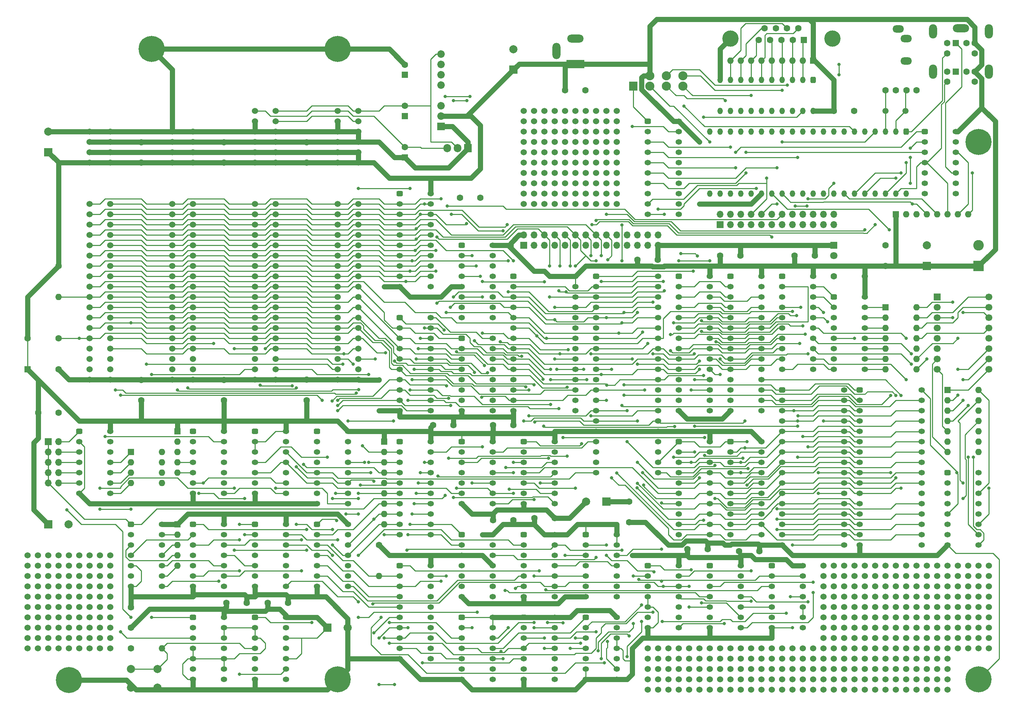
<source format=gbr>
%TF.GenerationSoftware,KiCad,Pcbnew,7.0.2*%
%TF.CreationDate,2024-04-17T02:01:12+08:00*%
%TF.ProjectId,HEC1,48454331-2e6b-4696-9361-645f70636258,rev?*%
%TF.SameCoordinates,Original*%
%TF.FileFunction,Copper,L2,Bot*%
%TF.FilePolarity,Positive*%
%FSLAX46Y46*%
G04 Gerber Fmt 4.6, Leading zero omitted, Abs format (unit mm)*
G04 Created by KiCad (PCBNEW 7.0.2) date 2024-04-17 02:01:12*
%MOMM*%
%LPD*%
G01*
G04 APERTURE LIST*
G04 Aperture macros list*
%AMRoundRect*
0 Rectangle with rounded corners*
0 $1 Rounding radius*
0 $2 $3 $4 $5 $6 $7 $8 $9 X,Y pos of 4 corners*
0 Add a 4 corners polygon primitive as box body*
4,1,4,$2,$3,$4,$5,$6,$7,$8,$9,$2,$3,0*
0 Add four circle primitives for the rounded corners*
1,1,$1+$1,$2,$3*
1,1,$1+$1,$4,$5*
1,1,$1+$1,$6,$7*
1,1,$1+$1,$8,$9*
0 Add four rect primitives between the rounded corners*
20,1,$1+$1,$2,$3,$4,$5,0*
20,1,$1+$1,$4,$5,$6,$7,0*
20,1,$1+$1,$6,$7,$8,$9,0*
20,1,$1+$1,$8,$9,$2,$3,0*%
G04 Aperture macros list end*
%TA.AperFunction,ComponentPad*%
%ADD10C,1.524000*%
%TD*%
%TA.AperFunction,ComponentPad*%
%ADD11C,1.600000*%
%TD*%
%TA.AperFunction,ComponentPad*%
%ADD12R,1.905000X2.000000*%
%TD*%
%TA.AperFunction,ComponentPad*%
%ADD13O,1.905000X2.000000*%
%TD*%
%TA.AperFunction,ComponentPad*%
%ADD14RoundRect,0.325000X-0.475000X-0.325000X0.475000X-0.325000X0.475000X0.325000X-0.475000X0.325000X0*%
%TD*%
%TA.AperFunction,ComponentPad*%
%ADD15O,1.600000X1.300000*%
%TD*%
%TA.AperFunction,ComponentPad*%
%ADD16R,2.600000X2.600000*%
%TD*%
%TA.AperFunction,ComponentPad*%
%ADD17C,2.600000*%
%TD*%
%TA.AperFunction,ComponentPad*%
%ADD18C,1.500000*%
%TD*%
%TA.AperFunction,ComponentPad*%
%ADD19R,1.600000X1.600000*%
%TD*%
%TA.AperFunction,ComponentPad*%
%ADD20O,1.600000X1.600000*%
%TD*%
%TA.AperFunction,ComponentPad*%
%ADD21R,2.000000X2.000000*%
%TD*%
%TA.AperFunction,ComponentPad*%
%ADD22C,2.000000*%
%TD*%
%TA.AperFunction,ComponentPad*%
%ADD23O,2.000000X3.500000*%
%TD*%
%TA.AperFunction,ComponentPad*%
%ADD24O,4.000000X2.000000*%
%TD*%
%TA.AperFunction,ComponentPad*%
%ADD25RoundRect,0.325000X-0.325000X0.475000X-0.325000X-0.475000X0.325000X-0.475000X0.325000X0.475000X0*%
%TD*%
%TA.AperFunction,ComponentPad*%
%ADD26O,1.300000X1.600000*%
%TD*%
%TA.AperFunction,ComponentPad*%
%ADD27O,2.800000X1.800000*%
%TD*%
%TA.AperFunction,ComponentPad*%
%ADD28C,4.000000*%
%TD*%
%TA.AperFunction,ComponentPad*%
%ADD29R,1.800000X1.800000*%
%TD*%
%TA.AperFunction,ComponentPad*%
%ADD30C,1.800000*%
%TD*%
%TA.AperFunction,ComponentPad*%
%ADD31O,2.000000X4.000000*%
%TD*%
%TA.AperFunction,ComponentPad*%
%ADD32R,4.500000X2.000000*%
%TD*%
%TA.AperFunction,ComponentPad*%
%ADD33R,1.700000X1.700000*%
%TD*%
%TA.AperFunction,ComponentPad*%
%ADD34C,1.700000*%
%TD*%
%TA.AperFunction,ComponentPad*%
%ADD35C,0.800000*%
%TD*%
%TA.AperFunction,ComponentPad*%
%ADD36C,6.400000*%
%TD*%
%TA.AperFunction,ComponentPad*%
%ADD37O,1.700000X1.700000*%
%TD*%
%TA.AperFunction,ComponentPad*%
%ADD38R,1.850000X1.850000*%
%TD*%
%TA.AperFunction,ComponentPad*%
%ADD39C,1.850000*%
%TD*%
%TA.AperFunction,ComponentPad*%
%ADD40R,2.032000X2.235200*%
%TD*%
%TA.AperFunction,ComponentPad*%
%ADD41C,2.235200*%
%TD*%
%TA.AperFunction,ViaPad*%
%ADD42C,0.800000*%
%TD*%
%TA.AperFunction,Conductor*%
%ADD43C,1.270000*%
%TD*%
%TA.AperFunction,Conductor*%
%ADD44C,0.250000*%
%TD*%
G04 APERTURE END LIST*
D10*
%TO.P,REF\u002A\u002A,1*%
%TO.N,N/C*%
X172720000Y-58420000D03*
%TD*%
%TO.P,REF\u002A\u002A,1*%
%TO.N,N/C*%
X175260000Y-53340000D03*
%TD*%
%TO.P,REF\u002A\u002A,1*%
%TO.N,N/C*%
X228600000Y-193040000D03*
%TD*%
%TO.P,REF\u002A\u002A,1*%
%TO.N,N/C*%
X238760000Y-187960000D03*
%TD*%
%TO.P,REF\u002A\u002A,1*%
%TO.N,N/C*%
X165100000Y-63500000D03*
%TD*%
%TO.P,REF\u002A\u002A,1*%
%TO.N,N/C*%
X195580000Y-193040000D03*
%TD*%
%TO.P,REF\u002A\u002A,1*%
%TO.N,N/C*%
X218440000Y-185420000D03*
%TD*%
%TO.P,REF\u002A\u002A,1*%
%TO.N,N/C*%
X261620000Y-167640000D03*
%TD*%
%TO.P,REF\u002A\u002A,1*%
%TO.N,N/C*%
X53340000Y-172720000D03*
%TD*%
%TO.P,REF\u002A\u002A,1*%
%TO.N,N/C*%
X238760000Y-185420000D03*
%TD*%
%TO.P,REF\u002A\u002A,1*%
%TO.N,N/C*%
X259080000Y-170180000D03*
%TD*%
%TO.P,REF\u002A\u002A,1*%
%TO.N,N/C*%
X167640000Y-50800000D03*
%TD*%
D11*
%TO.P,C31,1*%
%TO.N,L*%
X256540000Y-45720000D03*
%TO.P,C31,2*%
%TO.N,Net-(U43-OSCI)*%
X254040000Y-45720000D03*
%TD*%
D12*
%TO.P,U32,1,GND*%
%TO.N,L*%
X146304000Y-59944000D03*
D13*
%TO.P,U32,2,VI*%
%TO.N,/HEC_IO/-12V*%
X143764000Y-59944000D03*
%TO.P,U32,3,VO*%
%TO.N,/HEC_IO/-5V*%
X141224000Y-59944000D03*
%TD*%
D10*
%TO.P,REF\u002A\u002A,1*%
%TO.N,N/C*%
X246380000Y-182880000D03*
%TD*%
%TO.P,REF\u002A\u002A,1*%
%TO.N,N/C*%
X254000000Y-165100000D03*
%TD*%
%TO.P,REF\u002A\u002A,1*%
%TO.N,N/C*%
X228600000Y-187960000D03*
%TD*%
%TO.P,REF\u002A\u002A,1*%
%TO.N,N/C*%
X203200000Y-190500000D03*
%TD*%
%TO.P,REF\u002A\u002A,1*%
%TO.N,N/C*%
X208280000Y-193040000D03*
%TD*%
D14*
%TO.P,U26,1,G1*%
%TO.N,/HEC_CPU/~{RD}*%
X129540000Y-132080000D03*
D15*
%TO.P,U26,2,A0*%
%TO.N,/HEC_IO/~{SENSE1}*%
X129540000Y-134620000D03*
%TO.P,U26,3,A1*%
%TO.N,/HEC_IO/~{SENSE2}*%
X129540000Y-137160000D03*
%TO.P,U26,4,A2*%
%TO.N,/HEC_IO/~{SENSE3}*%
X129540000Y-139700000D03*
%TO.P,U26,5,A3*%
%TO.N,/HEC_IO/~{SENSE4}*%
X129540000Y-142240000D03*
%TO.P,U26,6,A4*%
%TO.N,/HEC_IO/~{IRQ1}*%
X129540000Y-144780000D03*
%TO.P,U26,7,A5*%
%TO.N,/HEC_IO/~{IRQ2}*%
X129540000Y-147320000D03*
%TO.P,U26,8,A6*%
%TO.N,/HEC_IO/~{IRQ3}*%
X129540000Y-149860000D03*
%TO.P,U26,9,A7*%
%TO.N,/HEC_IO/~{IRQ4}*%
X129540000Y-152400000D03*
%TO.P,U26,10,GND*%
%TO.N,L*%
X129540000Y-154940000D03*
%TO.P,U26,11,Y7*%
%TO.N,/HEC_IO/D7*%
X137160000Y-154940000D03*
%TO.P,U26,12,Y6*%
%TO.N,/HEC_IO/D6*%
X137160000Y-152400000D03*
%TO.P,U26,13,Y5*%
%TO.N,/HEC_IO/D5*%
X137160000Y-149860000D03*
%TO.P,U26,14,Y4*%
%TO.N,/HEC_IO/D4*%
X137160000Y-147320000D03*
%TO.P,U26,15,Y3*%
%TO.N,/HEC_IO/D3*%
X137160000Y-144780000D03*
%TO.P,U26,16,Y2*%
%TO.N,/HEC_IO/D2*%
X137160000Y-142240000D03*
%TO.P,U26,17,Y1*%
%TO.N,/HEC_IO/D1*%
X137160000Y-139700000D03*
%TO.P,U26,18,Y0*%
%TO.N,/HEC_IO/D0*%
X137160000Y-137160000D03*
%TO.P,U26,19,G2*%
%TO.N,/HEC_Protection/~{INT_SOURCE_2}*%
X137160000Y-134620000D03*
%TO.P,U26,20,VCC*%
%TO.N,H*%
X137160000Y-132080000D03*
%TD*%
D10*
%TO.P,REF\u002A\u002A,1*%
%TO.N,N/C*%
X208280000Y-187960000D03*
%TD*%
%TO.P,REF\u002A\u002A,1*%
%TO.N,N/C*%
X251460000Y-193040000D03*
%TD*%
%TO.P,BUS3,1,A0*%
%TO.N,/HEC_IO/A8*%
X73660000Y-73660000D03*
%TO.P,BUS3,2,D0*%
%TO.N,/HEC_IO/D0*%
X78740000Y-73660000D03*
%TO.P,BUS3,3,A1*%
%TO.N,/HEC_IO/A9*%
X73660000Y-76200000D03*
%TO.P,BUS3,4,D1*%
%TO.N,/HEC_IO/D1*%
X78740000Y-76200000D03*
%TO.P,BUS3,5,A2*%
%TO.N,/HEC_IO/A10*%
X73660000Y-78740000D03*
%TO.P,BUS3,6,D2*%
%TO.N,/HEC_IO/D2*%
X78740000Y-78740000D03*
%TO.P,BUS3,7,A3*%
%TO.N,/HEC_IO/A11*%
X73660000Y-81280000D03*
%TO.P,BUS3,8,D3*%
%TO.N,/HEC_IO/D3*%
X78740000Y-81280000D03*
%TO.P,BUS3,9,A4*%
%TO.N,/HEC_IO/A12*%
X73660000Y-83820000D03*
%TO.P,BUS3,10,D4*%
%TO.N,/HEC_IO/D4*%
X78740000Y-83820000D03*
%TO.P,BUS3,11,A5*%
%TO.N,/HEC_IO/A13*%
X73660000Y-86360000D03*
%TO.P,BUS3,12,D5*%
%TO.N,/HEC_IO/D5*%
X78740000Y-86360000D03*
%TO.P,BUS3,13,A6*%
%TO.N,/HEC_IO/A14*%
X73660000Y-88900000D03*
%TO.P,BUS3,14,D6*%
%TO.N,/HEC_IO/D6*%
X78740000Y-88900000D03*
%TO.P,BUS3,15,A7*%
%TO.N,/HEC_IO/A15*%
X73660000Y-91440000D03*
%TO.P,BUS3,16,D7*%
%TO.N,/HEC_IO/D7*%
X78740000Y-91440000D03*
%TO.P,BUS3,17,~{ROMR}*%
%TO.N,/HEC_IO/~{ROM_OE}*%
X73660000Y-93980000D03*
%TO.P,BUS3,18,PA0*%
%TO.N,/HEC_IO/A0*%
X78740000Y-93980000D03*
%TO.P,BUS3,19,~{ROMW}*%
%TO.N,/HEC_IO/~{ROM_WE}*%
X73660000Y-96520000D03*
%TO.P,BUS3,20,PA1*%
%TO.N,/HEC_IO/A1*%
X78740000Y-96520000D03*
%TO.P,BUS3,21,AUDIO_L*%
%TO.N,/HEC_IO/AUDIO_L*%
X73660000Y-99060000D03*
%TO.P,BUS3,22,PA2*%
%TO.N,/HEC_IO/A2*%
X78740000Y-99060000D03*
%TO.P,BUS3,23,AUDIO_R*%
%TO.N,/HEC_IO/AUDIO_R*%
X73660000Y-101600000D03*
%TO.P,BUS3,24,PA3*%
%TO.N,/HEC_IO/A3*%
X78740000Y-101600000D03*
%TO.P,BUS3,25,~{RESET}*%
%TO.N,/HEC_CPU/~{RESET}*%
X73660000Y-104140000D03*
%TO.P,BUS3,26,PA4*%
%TO.N,/HEC_IO/A4*%
X78740000Y-104140000D03*
%TO.P,BUS3,27,OSC*%
%TO.N,/HEC_IO/OSC*%
X73660000Y-106680000D03*
%TO.P,BUS3,28,~{IOR}*%
%TO.N,/HEC_IO/~{IOR}*%
X78740000Y-106680000D03*
%TO.P,BUS3,29,~{WAIT}*%
%TO.N,/HEC_IO/~{WAIT3}*%
X73660000Y-109220000D03*
%TO.P,BUS3,30,~{IOW}*%
%TO.N,/HEC_CPU/~{WR}*%
X78740000Y-109220000D03*
%TO.P,BUS3,31,~{IRQ}*%
%TO.N,/HEC_IO/~{IRQ3}*%
X73660000Y-111760000D03*
%TO.P,BUS3,32,~{IOCS}*%
%TO.N,/HEC_IO/~{IO_CS6}*%
X78740000Y-111760000D03*
%TO.P,BUS3,33,~{NOWS}*%
%TO.N,/HEC_IO/~{NOWS3}*%
X73660000Y-114300000D03*
%TO.P,BUS3,34,~{SENSE}*%
%TO.N,/HEC_IO/~{SENSE3}*%
X78740000Y-114300000D03*
%TO.P,BUS3,35,GND*%
%TO.N,L*%
X73660000Y-116840000D03*
%TO.P,BUS3,36,GND*%
X78740000Y-116840000D03*
%TO.P,BUS3,P5,GND*%
X73660000Y-55880000D03*
%TO.P,BUS3,P6,GND*%
X78740000Y-55880000D03*
%TO.P,BUS3,P7,GND*%
X73660000Y-58420000D03*
%TO.P,BUS3,P8,GND*%
X78740000Y-58420000D03*
%TO.P,BUS3,P9,+5V*%
%TO.N,H*%
X73660000Y-60960000D03*
%TO.P,BUS3,P10,+5V*%
X78740000Y-60960000D03*
%TO.P,BUS3,P11,+5V*%
X73660000Y-63500000D03*
%TO.P,BUS3,P12,+5V*%
X78740000Y-63500000D03*
%TD*%
%TO.P,REF\u002A\u002A,1*%
%TO.N,N/C*%
X172720000Y-71120000D03*
%TD*%
D11*
%TO.P,C27,1*%
%TO.N,H*%
X152440000Y-128016000D03*
%TO.P,C27,2*%
%TO.N,L*%
X157440000Y-128016000D03*
%TD*%
D10*
%TO.P,REF\u002A\u002A,1*%
%TO.N,N/C*%
X40640000Y-175260000D03*
%TD*%
%TO.P,REF\u002A\u002A,1*%
%TO.N,N/C*%
X182880000Y-71120000D03*
%TD*%
%TO.P,REF\u002A\u002A,1*%
%TO.N,N/C*%
X266700000Y-182880000D03*
%TD*%
%TO.P,REF\u002A\u002A,1*%
%TO.N,N/C*%
X45720000Y-180340000D03*
%TD*%
D14*
%TO.P,U37,1*%
%TO.N,Net-(U30A-~{Q})*%
X220980000Y-162560000D03*
D15*
%TO.P,U37,2*%
%TO.N,/HEC_CPU/~{RD}*%
X220980000Y-165100000D03*
%TO.P,U37,3*%
%TO.N,/HEC_IO/~{ROM_OE}*%
X220980000Y-167640000D03*
%TO.P,U37,4*%
%TO.N,/HEC_CPU/~{RFSH}*%
X220980000Y-170180000D03*
%TO.P,U37,5*%
%TO.N,/HEC_CPU/~{MREQ}*%
X220980000Y-172720000D03*
%TO.P,U37,6*%
%TO.N,Net-(U36-Cp)*%
X220980000Y-175260000D03*
%TO.P,U37,7,GND*%
%TO.N,L*%
X220980000Y-177800000D03*
%TO.P,U37,8*%
%TO.N,unconnected-(U37-Pad8)*%
X228600000Y-177800000D03*
%TO.P,U37,9*%
%TO.N,L*%
X228600000Y-175260000D03*
%TO.P,U37,10*%
X228600000Y-172720000D03*
%TO.P,U37,11*%
%TO.N,/HEC_IO/~{IOR}*%
X228600000Y-170180000D03*
%TO.P,U37,12*%
%TO.N,Net-(U30A-Q)*%
X228600000Y-167640000D03*
%TO.P,U37,13*%
%TO.N,/HEC_CPU/~{RD}*%
X228600000Y-165100000D03*
%TO.P,U37,14,VCC*%
%TO.N,H*%
X228600000Y-162560000D03*
%TD*%
D10*
%TO.P,REF\u002A\u002A,1*%
%TO.N,N/C*%
X271780000Y-167640000D03*
%TD*%
D14*
%TO.P,U1,1,A11*%
%TO.N,/HEC_IO/A11*%
X177800000Y-91440000D03*
D15*
%TO.P,U1,2,A12*%
%TO.N,/HEC_IO/A12*%
X177800000Y-93980000D03*
%TO.P,U1,3,A13*%
%TO.N,/HEC_IO/A13*%
X177800000Y-96520000D03*
%TO.P,U1,4,A14*%
%TO.N,/HEC_IO/A14*%
X177800000Y-99060000D03*
%TO.P,U1,5,A15*%
%TO.N,/HEC_IO/A15*%
X177800000Y-101600000D03*
%TO.P,U1,6,~{CLK}*%
%TO.N,/HEC_CPU/CLK*%
X177800000Y-104140000D03*
%TO.P,U1,7,D4*%
%TO.N,/HEC_IO/D4*%
X177800000Y-106680000D03*
%TO.P,U1,8,D3*%
%TO.N,/HEC_IO/D3*%
X177800000Y-109220000D03*
%TO.P,U1,9,D5*%
%TO.N,/HEC_IO/D5*%
X177800000Y-111760000D03*
%TO.P,U1,10,D6*%
%TO.N,/HEC_IO/D6*%
X177800000Y-114300000D03*
%TO.P,U1,11,VCC*%
%TO.N,H*%
X177800000Y-116840000D03*
%TO.P,U1,12,D2*%
%TO.N,/HEC_IO/D2*%
X177800000Y-119380000D03*
%TO.P,U1,13,D7*%
%TO.N,/HEC_IO/D7*%
X177800000Y-121920000D03*
%TO.P,U1,14,D0*%
%TO.N,/HEC_IO/D0*%
X177800000Y-124460000D03*
%TO.P,U1,15,D1*%
%TO.N,/HEC_IO/D1*%
X177800000Y-127000000D03*
%TO.P,U1,16,~{INT}*%
%TO.N,H*%
X177800000Y-129540000D03*
%TO.P,U1,17,~{NMI}*%
%TO.N,/HEC_CPU/~{NMI}*%
X177800000Y-132080000D03*
%TO.P,U1,18,~{HALT}*%
%TO.N,unconnected-(U1-~{HALT}-Pad18)*%
X177800000Y-134620000D03*
%TO.P,U1,19,~{MREQ}*%
%TO.N,/HEC_CPU/~{MREQ}*%
X177800000Y-137160000D03*
%TO.P,U1,20,~{IORQ}*%
%TO.N,/HEC_CPU/~{IORQ}*%
X177800000Y-139700000D03*
%TO.P,U1,21,~{RD}*%
%TO.N,/HEC_CPU/~{RD}*%
X193040000Y-139700000D03*
%TO.P,U1,22,~{WR}*%
%TO.N,/HEC_CPU/~{WR}*%
X193040000Y-137160000D03*
%TO.P,U1,23,~{BUSACK}*%
%TO.N,unconnected-(U1-~{BUSACK}-Pad23)*%
X193040000Y-134620000D03*
%TO.P,U1,24,~{WAIT}*%
%TO.N,/HEC_CPU/~{WAIT}*%
X193040000Y-132080000D03*
%TO.P,U1,25,~{BUSRQ}*%
%TO.N,H*%
X193040000Y-129540000D03*
%TO.P,U1,26,~{RESET}*%
%TO.N,/HEC_CPU/~{RESET}*%
X193040000Y-127000000D03*
%TO.P,U1,27,~{M1}*%
%TO.N,/HEC_Protection/~{M1}*%
X193040000Y-124460000D03*
%TO.P,U1,28,~{RFSH}*%
%TO.N,/HEC_CPU/~{RFSH}*%
X193040000Y-121920000D03*
%TO.P,U1,29,GND*%
%TO.N,L*%
X193040000Y-119380000D03*
%TO.P,U1,30,A0*%
%TO.N,/HEC_IO/A0*%
X193040000Y-116840000D03*
%TO.P,U1,31,A1*%
%TO.N,/HEC_IO/A1*%
X193040000Y-114300000D03*
%TO.P,U1,32,A2*%
%TO.N,/HEC_IO/A2*%
X193040000Y-111760000D03*
%TO.P,U1,33,A3*%
%TO.N,/HEC_IO/A3*%
X193040000Y-109220000D03*
%TO.P,U1,34,A4*%
%TO.N,/HEC_IO/A4*%
X193040000Y-106680000D03*
%TO.P,U1,35,A5*%
%TO.N,/HEC_IO/A5*%
X193040000Y-104140000D03*
%TO.P,U1,36,A6*%
%TO.N,/HEC_IO/A6*%
X193040000Y-101600000D03*
%TO.P,U1,37,A7*%
%TO.N,/HEC_IO/A7*%
X193040000Y-99060000D03*
%TO.P,U1,38,A8*%
%TO.N,/HEC_IO/A8*%
X193040000Y-96520000D03*
%TO.P,U1,39,A9*%
%TO.N,/HEC_IO/A9*%
X193040000Y-93980000D03*
%TO.P,U1,40,A10*%
%TO.N,/HEC_IO/A10*%
X193040000Y-91440000D03*
%TD*%
D14*
%TO.P,U41,1*%
%TO.N,Net-(U23B-C)*%
X175260000Y-175260000D03*
D15*
%TO.P,U41,2*%
%TO.N,/HEC_CPU/~{RFSH}*%
X175260000Y-177800000D03*
%TO.P,U41,3*%
%TO.N,/HEC_CPU/~{MREQ}*%
X175260000Y-180340000D03*
%TO.P,U41,4*%
%TO.N,/HEC_Protection/M1*%
X175260000Y-182880000D03*
%TO.P,U41,5*%
%TO.N,/HEC_Protection/~{M1}*%
X175260000Y-185420000D03*
%TO.P,U41,6*%
%TO.N,L*%
X175260000Y-187960000D03*
%TO.P,U41,7,GND*%
X175260000Y-190500000D03*
%TO.P,U41,8*%
X182880000Y-190500000D03*
%TO.P,U41,9*%
%TO.N,/HEC_Memory/RAM_A19*%
X182880000Y-187960000D03*
%TO.P,U41,10*%
%TO.N,/HEC_Memory/~{RAM_A19}*%
X182880000Y-185420000D03*
%TO.P,U41,11*%
%TO.N,L*%
X182880000Y-182880000D03*
%TO.P,U41,12*%
X182880000Y-180340000D03*
%TO.P,U41,13*%
%TO.N,unconnected-(U41-Pad13)*%
X182880000Y-177800000D03*
%TO.P,U41,14,VCC*%
%TO.N,H*%
X182880000Y-175260000D03*
%TD*%
D10*
%TO.P,REF\u002A\u002A,1*%
%TO.N,N/C*%
X220980000Y-190500000D03*
%TD*%
%TO.P,REF\u002A\u002A,1*%
%TO.N,N/C*%
X246380000Y-172720000D03*
%TD*%
%TO.P,REF\u002A\u002A,1*%
%TO.N,N/C*%
X259080000Y-187960000D03*
%TD*%
%TO.P,REF\u002A\u002A,1*%
%TO.N,N/C*%
X254000000Y-190500000D03*
%TD*%
%TO.P,REF\u002A\u002A,1*%
%TO.N,N/C*%
X218440000Y-193040000D03*
%TD*%
%TO.P,REF\u002A\u002A,1*%
%TO.N,N/C*%
X264160000Y-180340000D03*
%TD*%
%TO.P,REF\u002A\u002A,1*%
%TO.N,N/C*%
X160020000Y-63500000D03*
%TD*%
%TO.P,REF\u002A\u002A,1*%
%TO.N,N/C*%
X241300000Y-172720000D03*
%TD*%
D11*
%TO.P,C28,1*%
%TO.N,H*%
X137708000Y-128016000D03*
%TO.P,C28,2*%
%TO.N,L*%
X142708000Y-128016000D03*
%TD*%
D10*
%TO.P,REF\u002A\u002A,1*%
%TO.N,N/C*%
X261620000Y-180340000D03*
%TD*%
%TO.P,REF\u002A\u002A,1*%
%TO.N,N/C*%
X246380000Y-193040000D03*
%TD*%
%TO.P,REF\u002A\u002A,1*%
%TO.N,N/C*%
X55880000Y-175260000D03*
%TD*%
%TO.P,REF\u002A\u002A,1*%
%TO.N,N/C*%
X238760000Y-167640000D03*
%TD*%
%TO.P,REF\u002A\u002A,1*%
%TO.N,N/C*%
X233680000Y-177800000D03*
%TD*%
%TO.P,REF\u002A\u002A,1*%
%TO.N,N/C*%
X170180000Y-63500000D03*
%TD*%
%TO.P,REF\u002A\u002A,1*%
%TO.N,N/C*%
X264160000Y-182880000D03*
%TD*%
%TO.P,REF\u002A\u002A,1*%
%TO.N,N/C*%
X58420000Y-160020000D03*
%TD*%
%TO.P,REF\u002A\u002A,1*%
%TO.N,N/C*%
X241300000Y-177800000D03*
%TD*%
%TO.P,REF\u002A\u002A,1*%
%TO.N,N/C*%
X264160000Y-165100000D03*
%TD*%
%TO.P,REF\u002A\u002A,1*%
%TO.N,N/C*%
X241300000Y-185420000D03*
%TD*%
%TO.P,REF\u002A\u002A,1*%
%TO.N,N/C*%
X251460000Y-175260000D03*
%TD*%
%TO.P,REF\u002A\u002A,1*%
%TO.N,N/C*%
X55880000Y-170180000D03*
%TD*%
%TO.P,REF\u002A\u002A,1*%
%TO.N,N/C*%
X53340000Y-160020000D03*
%TD*%
%TO.P,REF\u002A\u002A,1*%
%TO.N,N/C*%
X251460000Y-180340000D03*
%TD*%
%TO.P,REF\u002A\u002A,1*%
%TO.N,N/C*%
X259080000Y-167640000D03*
%TD*%
%TO.P,REF\u002A\u002A,1*%
%TO.N,N/C*%
X261620000Y-185420000D03*
%TD*%
%TO.P,REF\u002A\u002A,1*%
%TO.N,N/C*%
X198120000Y-182880000D03*
%TD*%
%TO.P,REF\u002A\u002A,1*%
%TO.N,N/C*%
X180340000Y-60960000D03*
%TD*%
%TO.P,REF\u002A\u002A,1*%
%TO.N,N/C*%
X233680000Y-167640000D03*
%TD*%
%TO.P,REF\u002A\u002A,1*%
%TO.N,N/C*%
X269240000Y-165100000D03*
%TD*%
%TO.P,REF\u002A\u002A,1*%
%TO.N,N/C*%
X254000000Y-172720000D03*
%TD*%
D16*
%TO.P,J5,1,Pin_1*%
%TO.N,H*%
X271780000Y-88900000D03*
D17*
%TO.P,J5,2,Pin_2*%
%TO.N,L*%
X271780000Y-83820000D03*
%TD*%
D11*
%TO.P,C25,1*%
%TO.N,H*%
X187960000Y-87376000D03*
%TO.P,C25,2*%
%TO.N,L*%
X192960000Y-87376000D03*
%TD*%
D18*
%TO.P,Y1,1,1*%
%TO.N,Net-(U43-OSCI)*%
X253820000Y-50800000D03*
%TO.P,Y1,2,2*%
%TO.N,Net-(U43-OSCO)*%
X248920000Y-50800000D03*
%TD*%
D10*
%TO.P,REF\u002A\u002A,1*%
%TO.N,N/C*%
X248920000Y-182880000D03*
%TD*%
%TO.P,REF\u002A\u002A,1*%
%TO.N,N/C*%
X162560000Y-50800000D03*
%TD*%
%TO.P,REF\u002A\u002A,1*%
%TO.N,N/C*%
X53340000Y-162560000D03*
%TD*%
%TO.P,REF\u002A\u002A,1*%
%TO.N,N/C*%
X180340000Y-68580000D03*
%TD*%
%TO.P,REF\u002A\u002A,1*%
%TO.N,N/C*%
X236220000Y-182880000D03*
%TD*%
D14*
%TO.P,U4,1,A5*%
%TO.N,/HEC_Memory/PROC_ID2*%
X210820000Y-91440000D03*
D15*
%TO.P,U4,2,A6*%
%TO.N,/HEC_Memory/PROC_ID3*%
X210820000Y-93980000D03*
%TO.P,U4,3,A7*%
%TO.N,/HEC_Memory/PROC_ID4*%
X210820000Y-96520000D03*
%TO.P,U4,4,A8*%
%TO.N,/HEC_Memory/PROC_ID1*%
X210820000Y-99060000D03*
%TO.P,U4,5,A9*%
%TO.N,/HEC_Memory/PROC_ID5*%
X210820000Y-101600000D03*
%TO.P,U4,6,A10*%
%TO.N,/HEC_IO/A11*%
X210820000Y-104140000D03*
%TO.P,U4,7,A11*%
%TO.N,/HEC_IO/A12*%
X210820000Y-106680000D03*
%TO.P,U4,8,A12*%
%TO.N,/HEC_IO/A13*%
X210820000Y-109220000D03*
%TO.P,U4,9,A13*%
%TO.N,/HEC_IO/A14*%
X210820000Y-111760000D03*
%TO.P,U4,10,A14*%
%TO.N,/HEC_IO/A15*%
X210820000Y-114300000D03*
%TO.P,U4,11,D0*%
%TO.N,/HEC_Memory/RAM_A8*%
X210820000Y-116840000D03*
%TO.P,U4,12,D1*%
%TO.N,/HEC_Memory/RAM_A9*%
X210820000Y-119380000D03*
%TO.P,U4,13,D2*%
%TO.N,/HEC_Memory/RAM_A10*%
X210820000Y-121920000D03*
%TO.P,U4,14,GND*%
%TO.N,L*%
X210820000Y-124460000D03*
%TO.P,U4,15,D3*%
%TO.N,/HEC_Memory/RAM_A11*%
X218440000Y-124460000D03*
%TO.P,U4,16,D4*%
%TO.N,/HEC_Memory/RAM_A12*%
X218440000Y-121920000D03*
%TO.P,U4,17,D5*%
%TO.N,/HEC_Memory/RAM_A13*%
X218440000Y-119380000D03*
%TO.P,U4,18,D6*%
%TO.N,/HEC_Memory/RAM_A14*%
X218440000Y-116840000D03*
%TO.P,U4,19,D7*%
%TO.N,/HEC_Memory/RAM_A15*%
X218440000Y-114300000D03*
%TO.P,U4,20,~{CE}*%
%TO.N,L*%
X218440000Y-111760000D03*
%TO.P,U4,21,A0*%
%TO.N,/HEC_IO/A8*%
X218440000Y-109220000D03*
%TO.P,U4,22,~{OE}*%
%TO.N,L*%
X218440000Y-106680000D03*
%TO.P,U4,23,A1*%
%TO.N,/HEC_IO/A9*%
X218440000Y-104140000D03*
%TO.P,U4,24,A2*%
%TO.N,/HEC_IO/A10*%
X218440000Y-101600000D03*
%TO.P,U4,25,A3*%
%TO.N,/HEC_Memory/PROC_ID0*%
X218440000Y-99060000D03*
%TO.P,U4,26,A4*%
%TO.N,/HEC_Memory/PROC_ID6*%
X218440000Y-96520000D03*
%TO.P,U4,27,~{WE}*%
%TO.N,/HEC_Memory/~{PAGE_L_WE}*%
X218440000Y-93980000D03*
%TO.P,U4,28,VCC*%
%TO.N,H*%
X218440000Y-91440000D03*
%TD*%
D10*
%TO.P,REF\u002A\u002A,1*%
%TO.N,N/C*%
X246380000Y-187960000D03*
%TD*%
D11*
%TO.P,C2,1*%
%TO.N,H*%
X86360000Y-63500000D03*
%TO.P,C2,2*%
%TO.N,L*%
X86360000Y-58500000D03*
%TD*%
D10*
%TO.P,REF\u002A\u002A,1*%
%TO.N,N/C*%
X203200000Y-187960000D03*
%TD*%
%TO.P,REF\u002A\u002A,1*%
%TO.N,N/C*%
X205740000Y-193040000D03*
%TD*%
%TO.P,REF\u002A\u002A,1*%
%TO.N,N/C*%
X246380000Y-177800000D03*
%TD*%
D19*
%TO.P,RN2,1,common*%
%TO.N,H*%
X74930000Y-129540000D03*
D20*
%TO.P,RN2,2,R1*%
%TO.N,Net-(RN2-R1)*%
X74930000Y-132080000D03*
%TO.P,RN2,3,R2*%
%TO.N,Net-(RN2-R2)*%
X74930000Y-134620000D03*
%TO.P,RN2,4,R3*%
%TO.N,Net-(RN2-R3)*%
X74930000Y-137160000D03*
%TO.P,RN2,5,R4*%
%TO.N,Net-(RN2-R4)*%
X74930000Y-139700000D03*
%TD*%
D10*
%TO.P,REF\u002A\u002A,1*%
%TO.N,N/C*%
X243840000Y-185420000D03*
%TD*%
%TO.P,REF\u002A\u002A,1*%
%TO.N,N/C*%
X256540000Y-185420000D03*
%TD*%
%TO.P,REF\u002A\u002A,1*%
%TO.N,N/C*%
X45720000Y-177800000D03*
%TD*%
%TO.P,REF\u002A\u002A,1*%
%TO.N,N/C*%
X38100000Y-182880000D03*
%TD*%
%TO.P,REF\u002A\u002A,1*%
%TO.N,N/C*%
X248920000Y-165100000D03*
%TD*%
%TO.P,REF\u002A\u002A,1*%
%TO.N,N/C*%
X256540000Y-172720000D03*
%TD*%
%TO.P,REF\u002A\u002A,1*%
%TO.N,N/C*%
X246380000Y-180340000D03*
%TD*%
%TO.P,REF\u002A\u002A,1*%
%TO.N,N/C*%
X215900000Y-187960000D03*
%TD*%
%TO.P,REF\u002A\u002A,1*%
%TO.N,N/C*%
X182880000Y-58420000D03*
%TD*%
%TO.P,REF\u002A\u002A,1*%
%TO.N,N/C*%
X162560000Y-73660000D03*
%TD*%
D15*
%TO.P,U33,14,VCC*%
%TO.N,H*%
X86350000Y-129540000D03*
%TO.P,U33,13*%
%TO.N,/HEC_IO/~{WAIT4}*%
X86350000Y-132080000D03*
%TO.P,U33,12*%
%TO.N,/HEC_IO/~{WAIT3}*%
X86350000Y-134620000D03*
%TO.P,U33,11*%
%TO.N,N/C*%
X86350000Y-137160000D03*
%TO.P,U33,10*%
%TO.N,/HEC_IO/~{WAIT2}*%
X86350000Y-139700000D03*
%TO.P,U33,9*%
%TO.N,/HEC_IO/~{WAIT1}*%
X86350000Y-142240000D03*
%TO.P,U33,8*%
%TO.N,Net-(U22-Pad8)*%
X86350000Y-144780000D03*
%TO.P,U33,7,GND*%
%TO.N,L*%
X78730000Y-144780000D03*
%TO.P,U33,6*%
%TO.N,Net-(U22-Pad9)*%
X78730000Y-142240000D03*
%TO.P,U33,5*%
%TO.N,Net-(RN2-R4)*%
X78730000Y-139700000D03*
%TO.P,U33,4*%
%TO.N,Net-(RN2-R3)*%
X78730000Y-137160000D03*
%TO.P,U33,3*%
%TO.N,N/C*%
X78730000Y-134620000D03*
%TO.P,U33,2*%
%TO.N,Net-(RN2-R2)*%
X78730000Y-132080000D03*
D14*
%TO.P,U33,1*%
%TO.N,Net-(RN2-R1)*%
X78730000Y-129540000D03*
%TD*%
D11*
%TO.P,C3,1*%
%TO.N,H*%
X106680000Y-63500000D03*
%TO.P,C3,2*%
%TO.N,L*%
X106680000Y-58500000D03*
%TD*%
D10*
%TO.P,REF\u002A\u002A,1*%
%TO.N,N/C*%
X208280000Y-190500000D03*
%TD*%
%TO.P,REF\u002A\u002A,1*%
%TO.N,N/C*%
X233680000Y-170180000D03*
%TD*%
D11*
%TO.P,C22,1*%
%TO.N,H*%
X97068000Y-171704000D03*
%TO.P,C22,2*%
%TO.N,L*%
X102068000Y-171704000D03*
%TD*%
D14*
%TO.P,U5,1,A5*%
%TO.N,/HEC_Memory/PROC_ID2*%
X198120000Y-91440000D03*
D15*
%TO.P,U5,2,A6*%
%TO.N,/HEC_Memory/PROC_ID3*%
X198120000Y-93980000D03*
%TO.P,U5,3,A7*%
%TO.N,/HEC_Memory/PROC_ID4*%
X198120000Y-96520000D03*
%TO.P,U5,4,A8*%
%TO.N,/HEC_Memory/PROC_ID1*%
X198120000Y-99060000D03*
%TO.P,U5,5,A9*%
%TO.N,/HEC_Memory/PROC_ID5*%
X198120000Y-101600000D03*
%TO.P,U5,6,A10*%
%TO.N,/HEC_IO/A11*%
X198120000Y-104140000D03*
%TO.P,U5,7,A11*%
%TO.N,/HEC_IO/A12*%
X198120000Y-106680000D03*
%TO.P,U5,8,A12*%
%TO.N,/HEC_IO/A13*%
X198120000Y-109220000D03*
%TO.P,U5,9,A13*%
%TO.N,/HEC_IO/A14*%
X198120000Y-111760000D03*
%TO.P,U5,10,A14*%
%TO.N,/HEC_IO/A15*%
X198120000Y-114300000D03*
%TO.P,U5,11,D0*%
%TO.N,/HEC_Memory/ATTR_WI*%
X198120000Y-116840000D03*
%TO.P,U5,12,D1*%
%TO.N,/HEC_Memory/ATTR_NX*%
X198120000Y-119380000D03*
%TO.P,U5,13,D2*%
%TO.N,/HEC_Memory/ATTR_RI*%
X198120000Y-121920000D03*
%TO.P,U5,14,GND*%
%TO.N,L*%
X198120000Y-124460000D03*
%TO.P,U5,15,D3*%
%TO.N,/HEC_Memory/ATTR_WP*%
X205740000Y-124460000D03*
%TO.P,U5,16,D4*%
%TO.N,/HEC_Memory/RAM_A18*%
X205740000Y-121920000D03*
%TO.P,U5,17,D5*%
%TO.N,/HEC_Memory/RAM_A17*%
X205740000Y-119380000D03*
%TO.P,U5,18,D6*%
%TO.N,/HEC_Memory/RAM_A16*%
X205740000Y-116840000D03*
%TO.P,U5,19,D7*%
%TO.N,/HEC_Memory/RAM_A19*%
X205740000Y-114300000D03*
%TO.P,U5,20,~{CE}*%
%TO.N,L*%
X205740000Y-111760000D03*
%TO.P,U5,21,A0*%
%TO.N,/HEC_IO/A8*%
X205740000Y-109220000D03*
%TO.P,U5,22,~{OE}*%
%TO.N,L*%
X205740000Y-106680000D03*
%TO.P,U5,23,A1*%
%TO.N,/HEC_IO/A9*%
X205740000Y-104140000D03*
%TO.P,U5,24,A2*%
%TO.N,/HEC_IO/A10*%
X205740000Y-101600000D03*
%TO.P,U5,25,A3*%
%TO.N,/HEC_Memory/PROC_ID0*%
X205740000Y-99060000D03*
%TO.P,U5,26,A4*%
%TO.N,/HEC_Memory/PROC_ID6*%
X205740000Y-96520000D03*
%TO.P,U5,27,~{WE}*%
%TO.N,/HEC_Memory/~{PAGE_H_WE}*%
X205740000Y-93980000D03*
%TO.P,U5,28,VCC*%
%TO.N,H*%
X205740000Y-91440000D03*
%TD*%
D10*
%TO.P,REF\u002A\u002A,1*%
%TO.N,N/C*%
X269240000Y-170180000D03*
%TD*%
%TO.P,REF\u002A\u002A,1*%
%TO.N,N/C*%
X226060000Y-185420000D03*
%TD*%
D11*
%TO.P,C29,1*%
%TO.N,H*%
X144312000Y-72136000D03*
%TO.P,C29,2*%
%TO.N,L*%
X149312000Y-72136000D03*
%TD*%
D10*
%TO.P,REF\u002A\u002A,1*%
%TO.N,N/C*%
X193040000Y-187960000D03*
%TD*%
D14*
%TO.P,U20,1,OE*%
%TO.N,Net-(U20-OE)*%
X129540000Y-101600000D03*
D15*
%TO.P,U20,2,D0*%
%TO.N,/HEC_IO/A0*%
X129540000Y-104140000D03*
%TO.P,U20,3,D1*%
%TO.N,/HEC_IO/A1*%
X129540000Y-106680000D03*
%TO.P,U20,4,D2*%
%TO.N,/HEC_IO/A2*%
X129540000Y-109220000D03*
%TO.P,U20,5,D3*%
%TO.N,/HEC_IO/A3*%
X129540000Y-111760000D03*
%TO.P,U20,6,D4*%
%TO.N,/HEC_IO/A4*%
X129540000Y-114300000D03*
%TO.P,U20,7,D5*%
%TO.N,/HEC_IO/A5*%
X129540000Y-116840000D03*
%TO.P,U20,8,D6*%
%TO.N,/HEC_IO/A6*%
X129540000Y-119380000D03*
%TO.P,U20,9,D7*%
%TO.N,/HEC_IO/A7*%
X129540000Y-121920000D03*
%TO.P,U20,10,GND*%
%TO.N,L*%
X129540000Y-124460000D03*
%TO.P,U20,11,Cp*%
%TO.N,Net-(U20-Cp)*%
X137160000Y-124460000D03*
%TO.P,U20,12,Q7*%
%TO.N,/HEC_IO/D7*%
X137160000Y-121920000D03*
%TO.P,U20,13,Q6*%
%TO.N,/HEC_IO/D6*%
X137160000Y-119380000D03*
%TO.P,U20,14,Q5*%
%TO.N,/HEC_IO/D5*%
X137160000Y-116840000D03*
%TO.P,U20,15,Q4*%
%TO.N,/HEC_IO/D4*%
X137160000Y-114300000D03*
%TO.P,U20,16,Q3*%
%TO.N,/HEC_IO/D3*%
X137160000Y-111760000D03*
%TO.P,U20,17,Q2*%
%TO.N,/HEC_IO/D2*%
X137160000Y-109220000D03*
%TO.P,U20,18,Q1*%
%TO.N,/HEC_IO/D1*%
X137160000Y-106680000D03*
%TO.P,U20,19,Q0*%
%TO.N,/HEC_IO/D0*%
X137160000Y-104140000D03*
%TO.P,U20,20,VCC*%
%TO.N,H*%
X137160000Y-101600000D03*
%TD*%
D10*
%TO.P,REF\u002A\u002A,1*%
%TO.N,N/C*%
X264160000Y-177800000D03*
%TD*%
%TO.P,REF\u002A\u002A,1*%
%TO.N,N/C*%
X246380000Y-190500000D03*
%TD*%
D21*
%TO.P,C30,1*%
%TO.N,H*%
X157480000Y-40640000D03*
D22*
%TO.P,C30,2*%
%TO.N,L*%
X157480000Y-35640000D03*
%TD*%
D19*
%TO.P,J4,A1*%
%TO.N,Net-(RN5-R7)*%
X266170000Y-34080000D03*
D11*
%TO.P,J4,A2*%
%TO.N,unconnected-(J4-PadA2)*%
X268770000Y-34080000D03*
%TO.P,J4,A3*%
%TO.N,L*%
X264070000Y-34080000D03*
%TO.P,J4,A4*%
%TO.N,H*%
X270870000Y-34080000D03*
%TO.P,J4,A5*%
%TO.N,Net-(RN5-R6)*%
X264070000Y-36580000D03*
%TO.P,J4,A6*%
%TO.N,unconnected-(J4-PadA6)*%
X270870000Y-36580000D03*
D19*
%TO.P,J4,B1*%
%TO.N,Net-(RN5-R3)*%
X266170000Y-41080000D03*
D11*
%TO.P,J4,B2*%
%TO.N,unconnected-(J4-PadB2)*%
X268770000Y-41080000D03*
%TO.P,J4,B3*%
%TO.N,L*%
X264070000Y-41080000D03*
%TO.P,J4,B4*%
%TO.N,H*%
X270870000Y-41080000D03*
%TO.P,J4,B5*%
%TO.N,Net-(RN5-R5)*%
X264070000Y-43580000D03*
%TO.P,J4,B6*%
%TO.N,unconnected-(J4-PadB6)*%
X270870000Y-43580000D03*
D23*
%TO.P,J4,SH*%
%TO.N,L*%
X260620000Y-31230000D03*
X260620000Y-41080000D03*
D24*
X267470000Y-30430000D03*
D23*
X274320000Y-31230000D03*
X274320000Y-41080000D03*
%TD*%
D10*
%TO.P,REF\u002A\u002A,1*%
%TO.N,N/C*%
X241300000Y-165100000D03*
%TD*%
%TO.P,REF\u002A\u002A,1*%
%TO.N,N/C*%
X50800000Y-165100000D03*
%TD*%
%TO.P,REF\u002A\u002A,1*%
%TO.N,N/C*%
X215900000Y-190500000D03*
%TD*%
%TO.P,REF\u002A\u002A,1*%
%TO.N,N/C*%
X213360000Y-182880000D03*
%TD*%
D14*
%TO.P,U30,1,~{R}*%
%TO.N,/HEC_CPU/~{RAMEN}*%
X93980000Y-175260000D03*
D15*
%TO.P,U30,2,D*%
%TO.N,L*%
X93980000Y-177800000D03*
%TO.P,U30,3,C*%
X93980000Y-180340000D03*
%TO.P,U30,4,~{S}*%
%TO.N,/HEC_CPU/~{RESET}*%
X93980000Y-182880000D03*
%TO.P,U30,5,Q*%
%TO.N,Net-(U30A-Q)*%
X93980000Y-185420000D03*
%TO.P,U30,6,~{Q}*%
%TO.N,Net-(U30A-~{Q})*%
X93980000Y-187960000D03*
%TO.P,U30,7,GND*%
%TO.N,L*%
X93980000Y-190500000D03*
%TO.P,U30,8,~{Q}*%
%TO.N,unconnected-(U30B-~{Q}-Pad8)*%
X101600000Y-190500000D03*
%TO.P,U30,9,Q*%
%TO.N,Net-(U30B-Q)*%
X101600000Y-187960000D03*
%TO.P,U30,10,~{S}*%
%TO.N,H*%
X101600000Y-185420000D03*
%TO.P,U30,11,C*%
%TO.N,Net-(U30B-C)*%
X101600000Y-182880000D03*
%TO.P,U30,12,D*%
%TO.N,H*%
X101600000Y-180340000D03*
%TO.P,U30,13,~{R}*%
%TO.N,/HEC_CPU/~{WAIT}*%
X101600000Y-177800000D03*
%TO.P,U30,14,VCC*%
%TO.N,H*%
X101600000Y-175260000D03*
%TD*%
D10*
%TO.P,REF\u002A\u002A,1*%
%TO.N,N/C*%
X238760000Y-190500000D03*
%TD*%
%TO.P,REF\u002A\u002A,1*%
%TO.N,N/C*%
X256540000Y-167640000D03*
%TD*%
%TO.P,REF\u002A\u002A,1*%
%TO.N,N/C*%
X180340000Y-53340000D03*
%TD*%
%TO.P,REF\u002A\u002A,1*%
%TO.N,N/C*%
X251460000Y-185420000D03*
%TD*%
%TO.P,REF\u002A\u002A,1*%
%TO.N,N/C*%
X53340000Y-165100000D03*
%TD*%
D14*
%TO.P,U28,1*%
%TO.N,/HEC_IO/~{IRQ1}*%
X109220000Y-152400000D03*
D15*
%TO.P,U28,2*%
%TO.N,/HEC_IO/~{IRQ2}*%
X109220000Y-154940000D03*
%TO.P,U28,3*%
%TO.N,/HEC_Protection/~{AUX_IRQ}*%
X109220000Y-157480000D03*
%TO.P,U28,4*%
%TO.N,/HEC_Protection/~{VDP_IRQ}*%
X109220000Y-160020000D03*
%TO.P,U28,5*%
%TO.N,/HEC_Peripherals/~{KB_IRQ}*%
X109220000Y-162560000D03*
%TO.P,U28,6*%
%TO.N,/HEC_Peripherals/~{MS_IRQ}*%
X109220000Y-165100000D03*
%TO.P,U28,7,GND*%
%TO.N,L*%
X109220000Y-167640000D03*
%TO.P,U28,8*%
%TO.N,Net-(U11-Pad5)*%
X116840000Y-167640000D03*
%TO.P,U28,9*%
%TO.N,N/C*%
X116840000Y-165100000D03*
%TO.P,U28,10*%
X116840000Y-162560000D03*
%TO.P,U28,11*%
%TO.N,/HEC_IO/~{IRQ4}*%
X116840000Y-160020000D03*
%TO.P,U28,12*%
%TO.N,/HEC_IO/~{IRQ3}*%
X116840000Y-157480000D03*
%TO.P,U28,13*%
%TO.N,N/C*%
X116840000Y-154940000D03*
%TO.P,U28,14,VCC*%
%TO.N,H*%
X116840000Y-152400000D03*
%TD*%
D10*
%TO.P,REF\u002A\u002A,1*%
%TO.N,N/C*%
X180340000Y-58420000D03*
%TD*%
%TO.P,REF\u002A\u002A,1*%
%TO.N,N/C*%
X45720000Y-162560000D03*
%TD*%
%TO.P,REF\u002A\u002A,1*%
%TO.N,N/C*%
X38100000Y-180340000D03*
%TD*%
%TO.P,REF\u002A\u002A,1*%
%TO.N,N/C*%
X58420000Y-180340000D03*
%TD*%
%TO.P,REF\u002A\u002A,1*%
%TO.N,N/C*%
X256540000Y-180340000D03*
%TD*%
%TO.P,REF\u002A\u002A,1*%
%TO.N,N/C*%
X175260000Y-60960000D03*
%TD*%
%TO.P,REF\u002A\u002A,1*%
%TO.N,N/C*%
X53340000Y-167640000D03*
%TD*%
D11*
%TO.P,R1,1*%
%TO.N,H*%
X63500000Y-182880000D03*
D20*
%TO.P,R1,2*%
%TO.N,/HEC_CPU/~{RESET}*%
X71120000Y-182880000D03*
%TD*%
D10*
%TO.P,REF\u002A\u002A,1*%
%TO.N,N/C*%
X48260000Y-172720000D03*
%TD*%
%TO.P,REF\u002A\u002A,1*%
%TO.N,N/C*%
X48260000Y-175260000D03*
%TD*%
%TO.P,REF\u002A\u002A,1*%
%TO.N,N/C*%
X162560000Y-55880000D03*
%TD*%
%TO.P,REF\u002A\u002A,1*%
%TO.N,N/C*%
X58420000Y-167640000D03*
%TD*%
%TO.P,REF\u002A\u002A,1*%
%TO.N,N/C*%
X251460000Y-172720000D03*
%TD*%
%TO.P,REF\u002A\u002A,1*%
%TO.N,N/C*%
X172720000Y-53340000D03*
%TD*%
%TO.P,REF\u002A\u002A,1*%
%TO.N,N/C*%
X243840000Y-165100000D03*
%TD*%
D11*
%TO.P,C7,1*%
%TO.N,H*%
X106680000Y-121840000D03*
%TO.P,C7,2*%
%TO.N,L*%
X106680000Y-116840000D03*
%TD*%
D10*
%TO.P,REF\u002A\u002A,1*%
%TO.N,N/C*%
X215900000Y-193040000D03*
%TD*%
%TO.P,REF\u002A\u002A,1*%
%TO.N,N/C*%
X170180000Y-73660000D03*
%TD*%
%TO.P,REF\u002A\u002A,1*%
%TO.N,N/C*%
X223520000Y-185420000D03*
%TD*%
%TO.P,REF\u002A\u002A,1*%
%TO.N,N/C*%
X162560000Y-66040000D03*
%TD*%
D11*
%TO.P,C20,1*%
%TO.N,H*%
X200192000Y-158496000D03*
%TO.P,C20,2*%
%TO.N,L*%
X205192000Y-158496000D03*
%TD*%
D10*
%TO.P,REF\u002A\u002A,1*%
%TO.N,N/C*%
X259080000Y-172720000D03*
%TD*%
%TO.P,REF\u002A\u002A,1*%
%TO.N,N/C*%
X220980000Y-182880000D03*
%TD*%
%TO.P,REF\u002A\u002A,1*%
%TO.N,N/C*%
X261620000Y-175260000D03*
%TD*%
%TO.P,REF\u002A\u002A,1*%
%TO.N,N/C*%
X160020000Y-66040000D03*
%TD*%
D14*
%TO.P,U16,1*%
%TO.N,/HEC_Memory/ATTR_WI*%
X190500000Y-162560000D03*
D15*
%TO.P,U16,2*%
%TO.N,/HEC_CPU/~{MREQ}*%
X190500000Y-165100000D03*
%TO.P,U16,3*%
%TO.N,Net-(U24A-D)*%
X190500000Y-167640000D03*
%TO.P,U16,4*%
%TO.N,L*%
X190500000Y-170180000D03*
%TO.P,U16,5*%
X190500000Y-172720000D03*
%TO.P,U16,6*%
%TO.N,unconnected-(U16-Pad6)*%
X190500000Y-175260000D03*
%TO.P,U16,7,GND*%
%TO.N,L*%
X190500000Y-177800000D03*
%TO.P,U16,8*%
%TO.N,/HEC_Memory/~{PAGE_H_WE}*%
X198120000Y-177800000D03*
%TO.P,U16,9*%
%TO.N,/HEC_CPU/~{WR}*%
X198120000Y-175260000D03*
%TO.P,U16,10*%
%TO.N,/HEC_Memory/~{PAGE_H}*%
X198120000Y-172720000D03*
%TO.P,U16,11*%
%TO.N,/HEC_Memory/~{PAGE_L_WE}*%
X198120000Y-170180000D03*
%TO.P,U16,12*%
%TO.N,/HEC_CPU/~{WR}*%
X198120000Y-167640000D03*
%TO.P,U16,13*%
%TO.N,/HEC_Memory/~{PAGE_L}*%
X198120000Y-165100000D03*
%TO.P,U16,14,VCC*%
%TO.N,H*%
X198120000Y-162560000D03*
%TD*%
D10*
%TO.P,REF\u002A\u002A,1*%
%TO.N,N/C*%
X238760000Y-172720000D03*
%TD*%
%TO.P,REF\u002A\u002A,1*%
%TO.N,N/C*%
X238760000Y-165100000D03*
%TD*%
%TO.P,REF\u002A\u002A,1*%
%TO.N,N/C*%
X190500000Y-185420000D03*
%TD*%
%TO.P,REF\u002A\u002A,1*%
%TO.N,N/C*%
X195580000Y-185420000D03*
%TD*%
D14*
%TO.P,U18,1,A0*%
%TO.N,/HEC_IO/A0*%
X144780000Y-83820000D03*
D15*
%TO.P,U18,2,A1*%
%TO.N,/HEC_IO/A1*%
X144780000Y-86360000D03*
%TO.P,U18,3,A2*%
%TO.N,/HEC_IO/A2*%
X144780000Y-88900000D03*
%TO.P,U18,4,E1*%
%TO.N,/HEC_IO/~{IO_CS0}*%
X144780000Y-91440000D03*
%TO.P,U18,5,E2*%
%TO.N,L*%
X144780000Y-93980000D03*
%TO.P,U18,6,E3*%
%TO.N,/HEC_IO/A3*%
X144780000Y-96520000D03*
%TO.P,U18,7,O7*%
%TO.N,unconnected-(U18-O7-Pad7)*%
X144780000Y-99060000D03*
%TO.P,U18,8,GND*%
%TO.N,L*%
X144780000Y-101600000D03*
%TO.P,U18,9,O6*%
%TO.N,unconnected-(U18-O6-Pad9)*%
X152400000Y-101600000D03*
%TO.P,U18,10,O5*%
%TO.N,unconnected-(U18-O5-Pad10)*%
X152400000Y-99060000D03*
%TO.P,U18,11,O4*%
%TO.N,unconnected-(U18-O4-Pad11)*%
X152400000Y-96520000D03*
%TO.P,U18,12,O3*%
%TO.N,unconnected-(U18-O3-Pad12)*%
X152400000Y-93980000D03*
%TO.P,U18,13,O2*%
%TO.N,unconnected-(U18-O2-Pad13)*%
X152400000Y-91440000D03*
%TO.P,U18,14,O1*%
%TO.N,/HEC_CPU/~{IOPORT_H}*%
X152400000Y-88900000D03*
%TO.P,U18,15,O0*%
%TO.N,/HEC_CPU/~{IOPORT_L}*%
X152400000Y-86360000D03*
%TO.P,U18,16,VCC*%
%TO.N,H*%
X152400000Y-83820000D03*
%TD*%
D10*
%TO.P,REF\u002A\u002A,1*%
%TO.N,N/C*%
X50800000Y-175260000D03*
%TD*%
%TO.P,REF\u002A\u002A,1*%
%TO.N,N/C*%
X215900000Y-182880000D03*
%TD*%
%TO.P,REF\u002A\u002A,1*%
%TO.N,N/C*%
X195580000Y-190500000D03*
%TD*%
%TO.P,REF\u002A\u002A,1*%
%TO.N,N/C*%
X172720000Y-60960000D03*
%TD*%
%TO.P,REF\u002A\u002A,1*%
%TO.N,N/C*%
X210820000Y-190500000D03*
%TD*%
%TO.P,REF\u002A\u002A,1*%
%TO.N,N/C*%
X50800000Y-167640000D03*
%TD*%
D25*
%TO.P,U43,1,KBCI*%
%TO.N,Net-(RN5-R6)*%
X254000000Y-55880000D03*
D26*
%TO.P,U43,2,OSCI*%
%TO.N,Net-(U43-OSCI)*%
X251460000Y-55880000D03*
%TO.P,U43,3,OSCO*%
%TO.N,Net-(U43-OSCO)*%
X248920000Y-55880000D03*
%TO.P,U43,4,~{RESET}*%
%TO.N,/HEC_CPU/~{RESET}*%
X246380000Y-55880000D03*
%TO.P,U43,5,NC*%
%TO.N,unconnected-(U43-NC-Pad5)*%
X243840000Y-55880000D03*
%TO.P,U43,6,~{CS}*%
%TO.N,/HEC_IO/~{IO_CS2}*%
X241300000Y-55880000D03*
%TO.P,U43,7,NC*%
%TO.N,unconnected-(U43-NC-Pad7)*%
X238760000Y-55880000D03*
%TO.P,U43,8,~{RD}*%
%TO.N,/HEC_CPU/~{RD}*%
X236220000Y-55880000D03*
%TO.P,U43,9,A0*%
%TO.N,/HEC_IO/A0*%
X233680000Y-55880000D03*
%TO.P,U43,10,~{WR}*%
%TO.N,/HEC_CPU/~{WR}*%
X231140000Y-55880000D03*
%TO.P,U43,11,NC*%
%TO.N,unconnected-(U43-NC-Pad11)*%
X228600000Y-55880000D03*
%TO.P,U43,12,D0*%
%TO.N,/HEC_IO/D0*%
X226060000Y-55880000D03*
%TO.P,U43,13,D1*%
%TO.N,/HEC_IO/D1*%
X223520000Y-55880000D03*
%TO.P,U43,14,D2*%
%TO.N,/HEC_IO/D2*%
X220980000Y-55880000D03*
%TO.P,U43,15,D3*%
%TO.N,/HEC_IO/D3*%
X218440000Y-55880000D03*
%TO.P,U43,16,D4*%
%TO.N,/HEC_IO/D4*%
X215900000Y-55880000D03*
%TO.P,U43,17,D5*%
%TO.N,/HEC_IO/D5*%
X213360000Y-55880000D03*
%TO.P,U43,18,D6*%
%TO.N,/HEC_IO/D6*%
X210820000Y-55880000D03*
%TO.P,U43,19,D7*%
%TO.N,/HEC_IO/D7*%
X208280000Y-55880000D03*
%TO.P,U43,20,GND*%
%TO.N,L*%
X205740000Y-55880000D03*
%TO.P,U43,21,RC*%
%TO.N,Net-(J8-CLK)*%
X205740000Y-71120000D03*
%TO.P,U43,22,A20*%
%TO.N,Net-(J8-LATCH)*%
X208280000Y-71120000D03*
%TO.P,U43,23,P22/MSDO*%
%TO.N,Net-(U43-P22{slash}MSDO)*%
X210820000Y-71120000D03*
%TO.P,U43,24,P23/MSCO*%
%TO.N,Net-(U43-P23{slash}MSCO)*%
X213360000Y-71120000D03*
%TO.P,U43,25,NC*%
%TO.N,unconnected-(U43-NC-Pad25)*%
X215900000Y-71120000D03*
%TO.P,U43,26,TEST*%
%TO.N,H*%
X218440000Y-71120000D03*
%TO.P,U43,27,P10/KBDI*%
%TO.N,Net-(RN5-R7)*%
X220980000Y-71120000D03*
%TO.P,U43,28,P11/MSDI*%
%TO.N,Net-(RN5-R3)*%
X223520000Y-71120000D03*
%TO.P,U43,29,P12*%
%TO.N,Net-(J8-DATA)*%
X226060000Y-71120000D03*
%TO.P,U43,30,P13*%
%TO.N,Net-(J8-D4)*%
X228600000Y-71120000D03*
%TO.P,U43,31,P14*%
%TO.N,Net-(J8-D3)*%
X231140000Y-71120000D03*
%TO.P,U43,32,P15*%
%TO.N,unconnected-(U43-P15-Pad32)*%
X233680000Y-71120000D03*
%TO.P,U43,33,P16*%
%TO.N,unconnected-(U43-P16-Pad33)*%
X236220000Y-71120000D03*
%TO.P,U43,34,~{KBD_INH}*%
%TO.N,Net-(RN5-R4)*%
X238760000Y-71120000D03*
%TO.P,U43,35,KB_OBFO*%
%TO.N,Net-(U43-KB_OBFO)*%
X241300000Y-71120000D03*
%TO.P,U43,36,MS_OBFO*%
%TO.N,Net-(U43-MS_OBFO)*%
X243840000Y-71120000D03*
%TO.P,U43,37,KBCO*%
%TO.N,Net-(U43-KBCO)*%
X246380000Y-71120000D03*
%TO.P,U43,38,KBDO*%
%TO.N,Net-(U43-KBDO)*%
X248920000Y-71120000D03*
%TO.P,U43,39,KBDI/MSCI*%
%TO.N,Net-(RN5-R5)*%
X251460000Y-71120000D03*
%TO.P,U43,40,VCC*%
%TO.N,H*%
X254000000Y-71120000D03*
%TD*%
D10*
%TO.P,REF\u002A\u002A,1*%
%TO.N,N/C*%
X271780000Y-172720000D03*
%TD*%
%TO.P,REF\u002A\u002A,1*%
%TO.N,N/C*%
X241300000Y-170180000D03*
%TD*%
D14*
%TO.P,U6,1,A0*%
%TO.N,/HEC_IO/A5*%
X109220000Y-129540000D03*
D15*
%TO.P,U6,2,A1*%
%TO.N,/HEC_IO/A6*%
X109220000Y-132080000D03*
%TO.P,U6,3,A2*%
%TO.N,/HEC_IO/A7*%
X109220000Y-134620000D03*
%TO.P,U6,4,E1*%
%TO.N,L*%
X109220000Y-137160000D03*
%TO.P,U6,5,E2*%
%TO.N,/HEC_CPU/~{IORQ}*%
X109220000Y-139700000D03*
%TO.P,U6,6,E3*%
%TO.N,/HEC_Protection/SYS*%
X109220000Y-142240000D03*
%TO.P,U6,7,O7*%
%TO.N,/HEC_IO/~{IO_CS7}*%
X109220000Y-144780000D03*
%TO.P,U6,8,GND*%
%TO.N,L*%
X109220000Y-147320000D03*
%TO.P,U6,9,O6*%
%TO.N,/HEC_IO/~{IO_CS6}*%
X116840000Y-147320000D03*
%TO.P,U6,10,O5*%
%TO.N,/HEC_IO/~{IO_CS5}*%
X116840000Y-144780000D03*
%TO.P,U6,11,O4*%
%TO.N,/HEC_IO/~{IO_CS4}*%
X116840000Y-142240000D03*
%TO.P,U6,12,O3*%
%TO.N,/HEC_IO/~{IO_CS3}*%
X116840000Y-139700000D03*
%TO.P,U6,13,O2*%
%TO.N,/HEC_IO/~{IO_CS2}*%
X116840000Y-137160000D03*
%TO.P,U6,14,O1*%
%TO.N,/HEC_IO/~{IO_CS1}*%
X116840000Y-134620000D03*
%TO.P,U6,15,O0*%
%TO.N,/HEC_IO/~{IO_CS0}*%
X116840000Y-132080000D03*
%TO.P,U6,16,VCC*%
%TO.N,H*%
X116840000Y-129540000D03*
%TD*%
D10*
%TO.P,REF\u002A\u002A,1*%
%TO.N,N/C*%
X193040000Y-193040000D03*
%TD*%
%TO.P,REF\u002A\u002A,1*%
%TO.N,N/C*%
X264160000Y-167640000D03*
%TD*%
D19*
%TO.P,C10,1*%
%TO.N,L*%
X130810000Y-52030000D03*
D11*
%TO.P,C10,2*%
%TO.N,/HEC_IO/-12V*%
X130810000Y-49530000D03*
%TD*%
D10*
%TO.P,REF\u002A\u002A,1*%
%TO.N,N/C*%
X175260000Y-73660000D03*
%TD*%
%TO.P,REF\u002A\u002A,1*%
%TO.N,N/C*%
X256540000Y-177800000D03*
%TD*%
%TO.P,REF\u002A\u002A,1*%
%TO.N,N/C*%
X177800000Y-60960000D03*
%TD*%
%TO.P,REF\u002A\u002A,1*%
%TO.N,N/C*%
X45720000Y-160020000D03*
%TD*%
%TO.P,REF\u002A\u002A,1*%
%TO.N,N/C*%
X226060000Y-187960000D03*
%TD*%
D14*
%TO.P,U14,1,A->B*%
%TO.N,/HEC_CPU/~{WR}*%
X198120000Y-132080000D03*
D15*
%TO.P,U14,2,A0*%
%TO.N,/HEC_Memory/RAM_A16*%
X198120000Y-134620000D03*
%TO.P,U14,3,A1*%
%TO.N,/HEC_Memory/RAM_A17*%
X198120000Y-137160000D03*
%TO.P,U14,4,A2*%
%TO.N,/HEC_Memory/RAM_A18*%
X198120000Y-139700000D03*
%TO.P,U14,5,A3*%
%TO.N,/HEC_Memory/RAM_A19*%
X198120000Y-142240000D03*
%TO.P,U14,6,A4*%
%TO.N,/HEC_Memory/ATTR_RI*%
X198120000Y-144780000D03*
%TO.P,U14,7,A5*%
%TO.N,/HEC_Memory/ATTR_NX*%
X198120000Y-147320000D03*
%TO.P,U14,8,A6*%
%TO.N,/HEC_Memory/ATTR_WI*%
X198120000Y-149860000D03*
%TO.P,U14,9,A7*%
%TO.N,/HEC_Memory/ATTR_WP*%
X198120000Y-152400000D03*
%TO.P,U14,10,GND*%
%TO.N,L*%
X198120000Y-154940000D03*
%TO.P,U14,11,B7*%
%TO.N,/HEC_IO/D7*%
X205740000Y-154940000D03*
%TO.P,U14,12,B6*%
%TO.N,/HEC_IO/D6*%
X205740000Y-152400000D03*
%TO.P,U14,13,B5*%
%TO.N,/HEC_IO/D5*%
X205740000Y-149860000D03*
%TO.P,U14,14,B4*%
%TO.N,/HEC_IO/D4*%
X205740000Y-147320000D03*
%TO.P,U14,15,B3*%
%TO.N,/HEC_IO/D3*%
X205740000Y-144780000D03*
%TO.P,U14,16,B2*%
%TO.N,/HEC_IO/D2*%
X205740000Y-142240000D03*
%TO.P,U14,17,B1*%
%TO.N,/HEC_IO/D1*%
X205740000Y-139700000D03*
%TO.P,U14,18,B0*%
%TO.N,/HEC_IO/D0*%
X205740000Y-137160000D03*
%TO.P,U14,19,CE*%
%TO.N,/HEC_Memory/~{PAGE_H}*%
X205740000Y-134620000D03*
%TO.P,U14,20,VCC*%
%TO.N,H*%
X205740000Y-132080000D03*
%TD*%
D10*
%TO.P,REF\u002A\u002A,1*%
%TO.N,N/C*%
X243840000Y-187960000D03*
%TD*%
%TO.P,REF\u002A\u002A,1*%
%TO.N,N/C*%
X162560000Y-60960000D03*
%TD*%
%TO.P,REF\u002A\u002A,1*%
%TO.N,N/C*%
X241300000Y-167640000D03*
%TD*%
%TO.P,REF\u002A\u002A,1*%
%TO.N,N/C*%
X167640000Y-63500000D03*
%TD*%
%TO.P,REF\u002A\u002A,1*%
%TO.N,N/C*%
X50800000Y-170180000D03*
%TD*%
D27*
%TO.P,J7,R*%
%TO.N,/HEC_IO/AUDIO_L*%
X254000000Y-38520000D03*
%TO.P,J7,S*%
%TO.N,L*%
X252000000Y-30620000D03*
%TO.P,J7,T*%
%TO.N,/HEC_IO/AUDIO_R*%
X254000000Y-33020000D03*
%TD*%
D10*
%TO.P,REF\u002A\u002A,1*%
%TO.N,N/C*%
X38100000Y-170180000D03*
%TD*%
%TO.P,REF\u002A\u002A,1*%
%TO.N,N/C*%
X269240000Y-177800000D03*
%TD*%
%TO.P,REF\u002A\u002A,1*%
%TO.N,N/C*%
X210820000Y-187960000D03*
%TD*%
%TO.P,REF\u002A\u002A,1*%
%TO.N,N/C*%
X218440000Y-187960000D03*
%TD*%
D11*
%TO.P,C8,1*%
%TO.N,H*%
X170180000Y-45720000D03*
%TO.P,C8,2*%
%TO.N,L*%
X175180000Y-45720000D03*
%TD*%
D10*
%TO.P,REF\u002A\u002A,1*%
%TO.N,N/C*%
X203200000Y-185420000D03*
%TD*%
%TO.P,REF\u002A\u002A,1*%
%TO.N,N/C*%
X231140000Y-190500000D03*
%TD*%
%TO.P,REF\u002A\u002A,1*%
%TO.N,N/C*%
X226060000Y-190500000D03*
%TD*%
D19*
%TO.P,RN3,1,R1.1*%
%TO.N,Net-(RN3-R1.1)*%
X248920000Y-99060000D03*
D20*
%TO.P,RN3,2,R2.1*%
%TO.N,Net-(RN3-R2.1)*%
X248920000Y-101600000D03*
%TO.P,RN3,3,R3.1*%
%TO.N,Net-(RN3-R3.1)*%
X248920000Y-104140000D03*
%TO.P,RN3,4,R4.1*%
%TO.N,Net-(RN3-R4.1)*%
X248920000Y-106680000D03*
%TO.P,RN3,5,R5.1*%
%TO.N,Net-(RN3-R5.1)*%
X248920000Y-109220000D03*
%TO.P,RN3,6,R6.1*%
%TO.N,Net-(RN3-R6.1)*%
X248920000Y-111760000D03*
%TO.P,RN3,7,R7.1*%
%TO.N,Net-(RN3-R7.1)*%
X248920000Y-114300000D03*
%TO.P,RN3,8,R7.2*%
%TO.N,Net-(RN3-R7.2)*%
X256540000Y-114300000D03*
%TO.P,RN3,9,R6.2*%
%TO.N,Net-(RN3-R6.2)*%
X256540000Y-111760000D03*
%TO.P,RN3,10,R5.2*%
%TO.N,Net-(RN3-R5.2)*%
X256540000Y-109220000D03*
%TO.P,RN3,11,R4.2*%
%TO.N,Net-(RN3-R4.2)*%
X256540000Y-106680000D03*
%TO.P,RN3,12,R3.2*%
%TO.N,Net-(RN3-R3.2)*%
X256540000Y-104140000D03*
%TO.P,RN3,13,R2.2*%
%TO.N,Net-(RN3-R2.2)*%
X256540000Y-101600000D03*
%TO.P,RN3,14,R1.2*%
%TO.N,Net-(RN3-R1.2)*%
X256540000Y-99060000D03*
%TD*%
D10*
%TO.P,REF\u002A\u002A,1*%
%TO.N,N/C*%
X213360000Y-190500000D03*
%TD*%
%TO.P,REF\u002A\u002A,1*%
%TO.N,N/C*%
X248920000Y-172720000D03*
%TD*%
%TO.P,REF\u002A\u002A,1*%
%TO.N,N/C*%
X248920000Y-193040000D03*
%TD*%
%TO.P,REF\u002A\u002A,1*%
%TO.N,N/C*%
X43180000Y-162560000D03*
%TD*%
%TO.P,REF\u002A\u002A,1*%
%TO.N,N/C*%
X271780000Y-165100000D03*
%TD*%
%TO.P,REF\u002A\u002A,1*%
%TO.N,N/C*%
X226060000Y-193040000D03*
%TD*%
D28*
%TO.P,J6,0,PAD*%
%TO.N,L*%
X235820000Y-33020000D03*
X210820000Y-33020000D03*
D19*
%TO.P,J6,1,1*%
%TO.N,Net-(RN6-R1)*%
X228860000Y-33320000D03*
D11*
%TO.P,J6,2,2*%
%TO.N,Net-(RN6-R2)*%
X226090000Y-33320000D03*
%TO.P,J6,3,3*%
%TO.N,Net-(RN6-R3)*%
X223320000Y-33320000D03*
%TO.P,J6,4,4*%
%TO.N,Net-(RN6-R4)*%
X220550000Y-33320000D03*
%TO.P,J6,5,5*%
%TO.N,Net-(RN6-R6)*%
X217780000Y-33320000D03*
%TO.P,J6,6,6*%
%TO.N,Net-(RN6-R5)*%
X227475000Y-30480000D03*
%TO.P,J6,7,7*%
%TO.N,Net-(RN6-R8)*%
X224705000Y-30480000D03*
%TO.P,J6,8,8*%
%TO.N,L*%
X221935000Y-30480000D03*
%TO.P,J6,9,9*%
%TO.N,Net-(RN6-R7)*%
X219165000Y-30480000D03*
%TD*%
D10*
%TO.P,REF\u002A\u002A,1*%
%TO.N,N/C*%
X190500000Y-187960000D03*
%TD*%
%TO.P,REF\u002A\u002A,1*%
%TO.N,N/C*%
X165100000Y-50800000D03*
%TD*%
%TO.P,REF\u002A\u002A,1*%
%TO.N,N/C*%
X213360000Y-185420000D03*
%TD*%
D20*
%TO.P,RN7,5,R4*%
%TO.N,/HEC_IO/~{NOWS1}*%
X74930000Y-162560000D03*
%TO.P,RN7,4,R3*%
%TO.N,/HEC_IO/~{NOWS4}*%
X74930000Y-160020000D03*
%TO.P,RN7,3,R2*%
%TO.N,/HEC_IO/~{NOWS2}*%
X74930000Y-157480000D03*
%TO.P,RN7,2,R1*%
%TO.N,/HEC_IO/~{NOWS3}*%
X74930000Y-154940000D03*
D19*
%TO.P,RN7,1,common*%
%TO.N,H*%
X74930000Y-152400000D03*
%TD*%
D29*
%TO.P,D1,1,K*%
%TO.N,L*%
X236220000Y-83820000D03*
D30*
%TO.P,D1,2,A*%
%TO.N,Net-(D1-A)*%
X236220000Y-86360000D03*
%TD*%
D10*
%TO.P,REF\u002A\u002A,1*%
%TO.N,N/C*%
X162560000Y-71120000D03*
%TD*%
%TO.P,REF\u002A\u002A,1*%
%TO.N,N/C*%
X246380000Y-167640000D03*
%TD*%
%TO.P,REF\u002A\u002A,1*%
%TO.N,N/C*%
X259080000Y-175260000D03*
%TD*%
D14*
%TO.P,U10,1*%
%TO.N,/HEC_Protection/~{M1}*%
X160020000Y-132080000D03*
D15*
%TO.P,U10,2*%
%TO.N,Net-(U27B-~{Q})*%
X160020000Y-134620000D03*
%TO.P,U10,3*%
%TO.N,Net-(U27B-C)*%
X160020000Y-137160000D03*
%TO.P,U10,4*%
%TO.N,/HEC_Memory/ATTR_RI*%
X160020000Y-139700000D03*
%TO.P,U10,5*%
%TO.N,/HEC_CPU/~{MREQ}*%
X160020000Y-142240000D03*
%TO.P,U10,6*%
%TO.N,Net-(U29A-D)*%
X160020000Y-144780000D03*
%TO.P,U10,7,GND*%
%TO.N,L*%
X160020000Y-147320000D03*
%TO.P,U10,8*%
%TO.N,Net-(U20-OE)*%
X167640000Y-147320000D03*
%TO.P,U10,9*%
%TO.N,/HEC_CPU/~{IOPORT_L}*%
X167640000Y-144780000D03*
%TO.P,U10,10*%
%TO.N,/HEC_CPU/~{RD}*%
X167640000Y-142240000D03*
%TO.P,U10,11*%
%TO.N,Net-(U21-OE)*%
X167640000Y-139700000D03*
%TO.P,U10,12*%
%TO.N,/HEC_CPU/~{IOPORT_H}*%
X167640000Y-137160000D03*
%TO.P,U10,13*%
%TO.N,/HEC_CPU/~{RD}*%
X167640000Y-134620000D03*
%TO.P,U10,14,VCC*%
%TO.N,H*%
X167640000Y-132080000D03*
%TD*%
D10*
%TO.P,REF\u002A\u002A,1*%
%TO.N,N/C*%
X266700000Y-180340000D03*
%TD*%
%TO.P,BUS4,1,A0*%
%TO.N,/HEC_IO/A8*%
X53340000Y-73660000D03*
%TO.P,BUS4,2,D0*%
%TO.N,/HEC_IO/D0*%
X58420000Y-73660000D03*
%TO.P,BUS4,3,A1*%
%TO.N,/HEC_IO/A9*%
X53340000Y-76200000D03*
%TO.P,BUS4,4,D1*%
%TO.N,/HEC_IO/D1*%
X58420000Y-76200000D03*
%TO.P,BUS4,5,A2*%
%TO.N,/HEC_IO/A10*%
X53340000Y-78740000D03*
%TO.P,BUS4,6,D2*%
%TO.N,/HEC_IO/D2*%
X58420000Y-78740000D03*
%TO.P,BUS4,7,A3*%
%TO.N,/HEC_IO/A11*%
X53340000Y-81280000D03*
%TO.P,BUS4,8,D3*%
%TO.N,/HEC_IO/D3*%
X58420000Y-81280000D03*
%TO.P,BUS4,9,A4*%
%TO.N,/HEC_IO/A12*%
X53340000Y-83820000D03*
%TO.P,BUS4,10,D4*%
%TO.N,/HEC_IO/D4*%
X58420000Y-83820000D03*
%TO.P,BUS4,11,A5*%
%TO.N,/HEC_IO/A13*%
X53340000Y-86360000D03*
%TO.P,BUS4,12,D5*%
%TO.N,/HEC_IO/D5*%
X58420000Y-86360000D03*
%TO.P,BUS4,13,A6*%
%TO.N,/HEC_IO/A14*%
X53340000Y-88900000D03*
%TO.P,BUS4,14,D6*%
%TO.N,/HEC_IO/D6*%
X58420000Y-88900000D03*
%TO.P,BUS4,15,A7*%
%TO.N,/HEC_IO/A15*%
X53340000Y-91440000D03*
%TO.P,BUS4,16,D7*%
%TO.N,/HEC_IO/D7*%
X58420000Y-91440000D03*
%TO.P,BUS4,17,~{ROMR}*%
%TO.N,/HEC_IO/~{ROM_OE}*%
X53340000Y-93980000D03*
%TO.P,BUS4,18,PA0*%
%TO.N,/HEC_IO/A0*%
X58420000Y-93980000D03*
%TO.P,BUS4,19,~{ROMW}*%
%TO.N,/HEC_IO/~{ROM_WE}*%
X53340000Y-96520000D03*
%TO.P,BUS4,20,PA1*%
%TO.N,/HEC_IO/A1*%
X58420000Y-96520000D03*
%TO.P,BUS4,21,AUDIO_L*%
%TO.N,/HEC_IO/AUDIO_L*%
X53340000Y-99060000D03*
%TO.P,BUS4,22,PA2*%
%TO.N,/HEC_IO/A2*%
X58420000Y-99060000D03*
%TO.P,BUS4,23,AUDIO_R*%
%TO.N,/HEC_IO/AUDIO_R*%
X53340000Y-101600000D03*
%TO.P,BUS4,24,PA3*%
%TO.N,/HEC_IO/A3*%
X58420000Y-101600000D03*
%TO.P,BUS4,25,~{RESET}*%
%TO.N,/HEC_CPU/~{RESET}*%
X53340000Y-104140000D03*
%TO.P,BUS4,26,PA4*%
%TO.N,/HEC_IO/A4*%
X58420000Y-104140000D03*
%TO.P,BUS4,27,OSC*%
%TO.N,/HEC_IO/OSC*%
X53340000Y-106680000D03*
%TO.P,BUS4,28,~{IOR}*%
%TO.N,/HEC_IO/~{IOR}*%
X58420000Y-106680000D03*
%TO.P,BUS4,29,~{WAIT}*%
%TO.N,/HEC_IO/~{WAIT4}*%
X53340000Y-109220000D03*
%TO.P,BUS4,30,~{IOW}*%
%TO.N,/HEC_CPU/~{WR}*%
X58420000Y-109220000D03*
%TO.P,BUS4,31,~{IRQ}*%
%TO.N,/HEC_IO/~{IRQ4}*%
X53340000Y-111760000D03*
%TO.P,BUS4,32,~{IOCS}*%
%TO.N,/HEC_IO/~{IO_CS7}*%
X58420000Y-111760000D03*
%TO.P,BUS4,33,~{NOWS}*%
%TO.N,/HEC_IO/~{NOWS4}*%
X53340000Y-114300000D03*
%TO.P,BUS4,34,~{SENSE}*%
%TO.N,/HEC_IO/~{SENSE4}*%
X58420000Y-114300000D03*
%TO.P,BUS4,35,GND*%
%TO.N,L*%
X53340000Y-116840000D03*
%TO.P,BUS4,36,GND*%
X58420000Y-116840000D03*
%TO.P,BUS4,P5,GND*%
X53340000Y-55880000D03*
%TO.P,BUS4,P6,GND*%
X58420000Y-55880000D03*
%TO.P,BUS4,P7,GND*%
X53340000Y-58420000D03*
%TO.P,BUS4,P8,GND*%
X58420000Y-58420000D03*
%TO.P,BUS4,P9,+5V*%
%TO.N,H*%
X53340000Y-60960000D03*
%TO.P,BUS4,P10,+5V*%
X58420000Y-60960000D03*
%TO.P,BUS4,P11,+5V*%
X53340000Y-63500000D03*
%TO.P,BUS4,P12,+5V*%
X58420000Y-63500000D03*
%TD*%
%TO.P,REF\u002A\u002A,1*%
%TO.N,N/C*%
X40640000Y-182880000D03*
%TD*%
%TO.P,REF\u002A\u002A,1*%
%TO.N,N/C*%
X48260000Y-162560000D03*
%TD*%
D19*
%TO.P,X1,1,EN*%
%TO.N,H*%
X38100000Y-114300000D03*
D11*
%TO.P,X1,4,GND*%
%TO.N,L*%
X45720000Y-114300000D03*
%TO.P,X1,5,OUT*%
%TO.N,/HEC_IO/OSC*%
X45720000Y-106680000D03*
%TO.P,X1,8,Vcc*%
%TO.N,H*%
X38100000Y-106680000D03*
%TD*%
D10*
%TO.P,REF\u002A\u002A,1*%
%TO.N,N/C*%
X233680000Y-185420000D03*
%TD*%
%TO.P,REF\u002A\u002A,1*%
%TO.N,N/C*%
X195580000Y-187960000D03*
%TD*%
%TO.P,REF\u002A\u002A,1*%
%TO.N,N/C*%
X264160000Y-162560000D03*
%TD*%
%TO.P,REF\u002A\u002A,1*%
%TO.N,N/C*%
X238760000Y-175260000D03*
%TD*%
%TO.P,REF\u002A\u002A,1*%
%TO.N,N/C*%
X165100000Y-66040000D03*
%TD*%
%TO.P,REF\u002A\u002A,1*%
%TO.N,N/C*%
X38100000Y-160020000D03*
%TD*%
%TO.P,REF\u002A\u002A,1*%
%TO.N,N/C*%
X261620000Y-165100000D03*
%TD*%
%TO.P,REF\u002A\u002A,1*%
%TO.N,N/C*%
X243840000Y-175260000D03*
%TD*%
%TO.P,REF\u002A\u002A,1*%
%TO.N,N/C*%
X271780000Y-162560000D03*
%TD*%
%TO.P,REF\u002A\u002A,1*%
%TO.N,N/C*%
X182880000Y-73660000D03*
%TD*%
%TO.P,REF\u002A\u002A,1*%
%TO.N,N/C*%
X38100000Y-165100000D03*
%TD*%
%TO.P,REF\u002A\u002A,1*%
%TO.N,N/C*%
X165100000Y-68580000D03*
%TD*%
%TO.P,REF\u002A\u002A,1*%
%TO.N,N/C*%
X243840000Y-162560000D03*
%TD*%
%TO.P,REF\u002A\u002A,1*%
%TO.N,N/C*%
X269240000Y-162560000D03*
%TD*%
%TO.P,REF\u002A\u002A,1*%
%TO.N,N/C*%
X256540000Y-165100000D03*
%TD*%
%TO.P,REF\u002A\u002A,1*%
%TO.N,N/C*%
X256540000Y-175260000D03*
%TD*%
D14*
%TO.P,U2,1,A18*%
%TO.N,/HEC_IO/A7*%
X223520000Y-119380000D03*
D15*
%TO.P,U2,2,A16*%
%TO.N,/HEC_IO/A6*%
X223520000Y-121920000D03*
%TO.P,U2,3,A14*%
%TO.N,/HEC_IO/A4*%
X223520000Y-124460000D03*
%TO.P,U2,4,A12*%
%TO.N,/HEC_IO/A2*%
X223520000Y-127000000D03*
%TO.P,U2,5,A7*%
%TO.N,/HEC_Memory/RAM_A8*%
X223520000Y-129540000D03*
%TO.P,U2,6,A6*%
%TO.N,/HEC_Memory/RAM_A9*%
X223520000Y-132080000D03*
%TO.P,U2,7,A5*%
%TO.N,/HEC_Memory/RAM_A10*%
X223520000Y-134620000D03*
%TO.P,U2,8,A4*%
%TO.N,/HEC_Memory/RAM_A11*%
X223520000Y-137160000D03*
%TO.P,U2,9,A3*%
%TO.N,/HEC_Memory/RAM_A12*%
X223520000Y-139700000D03*
%TO.P,U2,10,A2*%
%TO.N,/HEC_Memory/RAM_A13*%
X223520000Y-142240000D03*
%TO.P,U2,11,A1*%
%TO.N,/HEC_Memory/RAM_A14*%
X223520000Y-144780000D03*
%TO.P,U2,12,A0*%
%TO.N,/HEC_Memory/RAM_A15*%
X223520000Y-147320000D03*
%TO.P,U2,13,DQ0*%
%TO.N,/HEC_IO/D1*%
X223520000Y-149860000D03*
%TO.P,U2,14,DQ1*%
%TO.N,/HEC_IO/D3*%
X223520000Y-152400000D03*
%TO.P,U2,15,DQ2*%
%TO.N,/HEC_IO/D5*%
X223520000Y-154940000D03*
%TO.P,U2,16,VSS*%
%TO.N,L*%
X223520000Y-157480000D03*
%TO.P,U2,17,DQ3*%
%TO.N,/HEC_IO/D7*%
X238760000Y-157480000D03*
%TO.P,U2,18,DQ4*%
%TO.N,/HEC_IO/D6*%
X238760000Y-154940000D03*
%TO.P,U2,19,DQ5*%
%TO.N,/HEC_IO/D4*%
X238760000Y-152400000D03*
%TO.P,U2,20,DQ6*%
%TO.N,/HEC_IO/D2*%
X238760000Y-149860000D03*
%TO.P,U2,21,DQ7*%
%TO.N,/HEC_IO/D0*%
X238760000Y-147320000D03*
%TO.P,U2,22,CE#*%
%TO.N,/HEC_Memory/~{RAM0CS}*%
X238760000Y-144780000D03*
%TO.P,U2,23,A10*%
%TO.N,/HEC_Memory/RAM_A18*%
X238760000Y-142240000D03*
%TO.P,U2,24,OE#*%
%TO.N,/HEC_IO/~{IOR}*%
X238760000Y-139700000D03*
%TO.P,U2,25,A11*%
%TO.N,/HEC_Memory/RAM_A17*%
X238760000Y-137160000D03*
%TO.P,U2,26,A9*%
%TO.N,/HEC_Memory/RAM_A16*%
X238760000Y-134620000D03*
%TO.P,U2,27,A8*%
%TO.N,/HEC_IO/A0*%
X238760000Y-132080000D03*
%TO.P,U2,28,A13*%
%TO.N,/HEC_IO/A1*%
X238760000Y-129540000D03*
%TO.P,U2,29,WE#*%
%TO.N,/HEC_Memory/~{RAM_WR}*%
X238760000Y-127000000D03*
%TO.P,U2,30,A17*%
%TO.N,/HEC_IO/A3*%
X238760000Y-124460000D03*
%TO.P,U2,31,A15*%
%TO.N,/HEC_IO/A5*%
X238760000Y-121920000D03*
%TO.P,U2,32,VCC*%
%TO.N,H*%
X238760000Y-119380000D03*
%TD*%
D10*
%TO.P,REF\u002A\u002A,1*%
%TO.N,N/C*%
X172720000Y-66040000D03*
%TD*%
%TO.P,REF\u002A\u002A,1*%
%TO.N,N/C*%
X45720000Y-182880000D03*
%TD*%
%TO.P,REF\u002A\u002A,1*%
%TO.N,N/C*%
X162560000Y-63500000D03*
%TD*%
%TO.P,REF\u002A\u002A,1*%
%TO.N,N/C*%
X236220000Y-193040000D03*
%TD*%
D14*
%TO.P,U42,1*%
%TO.N,Net-(U43-P22{slash}MSDO)*%
X258572000Y-55880000D03*
D15*
%TO.P,U42,2*%
%TO.N,Net-(RN5-R3)*%
X258572000Y-58420000D03*
%TO.P,U42,3*%
%TO.N,Net-(U43-P23{slash}MSCO)*%
X258572000Y-60960000D03*
%TO.P,U42,4*%
%TO.N,Net-(RN5-R5)*%
X258572000Y-63500000D03*
%TO.P,U42,5*%
%TO.N,Net-(U43-KB_OBFO)*%
X258572000Y-66040000D03*
%TO.P,U42,6*%
%TO.N,/HEC_Peripherals/~{KB_IRQ}*%
X258572000Y-68580000D03*
%TO.P,U42,7,GND*%
%TO.N,L*%
X258572000Y-71120000D03*
%TO.P,U42,8*%
%TO.N,/HEC_Peripherals/~{MS_IRQ}*%
X266192000Y-71120000D03*
%TO.P,U42,9*%
%TO.N,Net-(U43-MS_OBFO)*%
X266192000Y-68580000D03*
%TO.P,U42,10*%
%TO.N,Net-(RN5-R7)*%
X266192000Y-66040000D03*
%TO.P,U42,11*%
%TO.N,Net-(U43-KBDO)*%
X266192000Y-63500000D03*
%TO.P,U42,12*%
%TO.N,Net-(RN5-R6)*%
X266192000Y-60960000D03*
%TO.P,U42,13*%
%TO.N,Net-(U43-KBCO)*%
X266192000Y-58420000D03*
%TO.P,U42,14,VCC*%
%TO.N,H*%
X266192000Y-55880000D03*
%TD*%
D10*
%TO.P,REF\u002A\u002A,1*%
%TO.N,N/C*%
X248920000Y-187960000D03*
%TD*%
%TO.P,REF\u002A\u002A,1*%
%TO.N,N/C*%
X53340000Y-180340000D03*
%TD*%
%TO.P,REF\u002A\u002A,1*%
%TO.N,N/C*%
X205740000Y-185420000D03*
%TD*%
%TO.P,REF\u002A\u002A,1*%
%TO.N,N/C*%
X264160000Y-193040000D03*
%TD*%
D19*
%TO.P,SW1,1*%
%TO.N,Net-(U34B-Q0)*%
X63500000Y-134620000D03*
D20*
%TO.P,SW1,2*%
%TO.N,Net-(U34B-Q1)*%
X63500000Y-137160000D03*
%TO.P,SW1,3*%
%TO.N,Net-(U34B-Q2)*%
X63500000Y-139700000D03*
%TO.P,SW1,4*%
%TO.N,Net-(U34B-Q3)*%
X63500000Y-142240000D03*
%TO.P,SW1,5*%
%TO.N,Net-(RN2-R4)*%
X71120000Y-142240000D03*
%TO.P,SW1,6*%
%TO.N,Net-(RN2-R3)*%
X71120000Y-139700000D03*
%TO.P,SW1,7*%
%TO.N,Net-(RN2-R2)*%
X71120000Y-137160000D03*
%TO.P,SW1,8*%
%TO.N,Net-(RN2-R1)*%
X71120000Y-134620000D03*
%TD*%
D10*
%TO.P,REF\u002A\u002A,1*%
%TO.N,N/C*%
X259080000Y-180340000D03*
%TD*%
%TO.P,REF\u002A\u002A,1*%
%TO.N,N/C*%
X228600000Y-185420000D03*
%TD*%
%TO.P,REF\u002A\u002A,1*%
%TO.N,N/C*%
X200660000Y-190500000D03*
%TD*%
%TO.P,REF\u002A\u002A,1*%
%TO.N,N/C*%
X55880000Y-172720000D03*
%TD*%
%TO.P,REF\u002A\u002A,1*%
%TO.N,N/C*%
X248920000Y-167640000D03*
%TD*%
%TO.P,REF\u002A\u002A,1*%
%TO.N,N/C*%
X198120000Y-190500000D03*
%TD*%
D31*
%TO.P,J1,3*%
%TO.N,L*%
X168020000Y-36020000D03*
D24*
%TO.P,J1,2*%
X172720000Y-33020000D03*
D32*
%TO.P,J1,1*%
%TO.N,H*%
X172720000Y-39220000D03*
%TD*%
D10*
%TO.P,REF\u002A\u002A,1*%
%TO.N,N/C*%
X236220000Y-187960000D03*
%TD*%
D33*
%TO.P,U40,1,DIG1_C*%
%TO.N,Net-(RN3-R5.2)*%
X261620000Y-96520000D03*
D34*
%TO.P,U40,2,DIG1_E*%
%TO.N,Net-(RN3-R7.2)*%
X261620000Y-99060000D03*
%TO.P,U40,3,DIG1_D*%
%TO.N,Net-(RN3-R6.2)*%
X261620000Y-101600000D03*
%TO.P,U40,4,DIG1_CA*%
%TO.N,H*%
X261620000Y-104140000D03*
%TO.P,U40,5,DIG2_CA*%
X261620000Y-106680000D03*
%TO.P,U40,6,DIG2_D*%
%TO.N,Net-(RN4-R6.1)*%
X261620000Y-109220000D03*
%TO.P,U40,7,DIG2_E*%
%TO.N,Net-(RN4-R7.1)*%
X261620000Y-111760000D03*
%TO.P,U40,8,DIG2_C*%
%TO.N,Net-(RN4-R5.1)*%
X261620000Y-114300000D03*
%TO.P,U40,9,DIG2_G*%
%TO.N,Net-(RN4-R1.1)*%
X274320000Y-114300000D03*
%TO.P,U40,10,DIG2_A*%
%TO.N,Net-(RN4-R3.1)*%
X274320000Y-111760000D03*
%TO.P,U40,11,DIG2_F*%
%TO.N,Net-(RN4-R2.1)*%
X274320000Y-109220000D03*
%TO.P,U40,12,DIG2_B*%
%TO.N,Net-(RN4-R4.1)*%
X274320000Y-106680000D03*
%TO.P,U40,13,DIG1_B*%
%TO.N,Net-(RN3-R4.2)*%
X274320000Y-104140000D03*
%TO.P,U40,14,DIG1_F*%
%TO.N,Net-(RN3-R1.2)*%
X274320000Y-101600000D03*
%TO.P,U40,15,DIG1_A*%
%TO.N,Net-(RN3-R3.2)*%
X274320000Y-99060000D03*
%TO.P,U40,16,DIG1_G*%
%TO.N,Net-(RN3-R2.2)*%
X274320000Y-96520000D03*
%TD*%
D10*
%TO.P,REF\u002A\u002A,1*%
%TO.N,N/C*%
X200660000Y-187960000D03*
%TD*%
%TO.P,REF\u002A\u002A,1*%
%TO.N,N/C*%
X264160000Y-185420000D03*
%TD*%
%TO.P,REF\u002A\u002A,1*%
%TO.N,N/C*%
X160020000Y-71120000D03*
%TD*%
D14*
%TO.P,U36,1,OE*%
%TO.N,L*%
X223520000Y-91440000D03*
D15*
%TO.P,U36,2,D0*%
%TO.N,/HEC_IO/A9*%
X223520000Y-93980000D03*
%TO.P,U36,3,D1*%
%TO.N,/HEC_IO/A10*%
X223520000Y-96520000D03*
%TO.P,U36,4,D2*%
%TO.N,/HEC_IO/A8*%
X223520000Y-99060000D03*
%TO.P,U36,5,D3*%
%TO.N,/HEC_IO/A11*%
X223520000Y-101600000D03*
%TO.P,U36,6,D4*%
%TO.N,/HEC_IO/A12*%
X223520000Y-104140000D03*
%TO.P,U36,7,D5*%
%TO.N,/HEC_IO/A13*%
X223520000Y-106680000D03*
%TO.P,U36,8,D6*%
%TO.N,/HEC_IO/A14*%
X223520000Y-109220000D03*
%TO.P,U36,9,D7*%
%TO.N,/HEC_IO/A15*%
X223520000Y-111760000D03*
%TO.P,U36,10,GND*%
%TO.N,L*%
X223520000Y-114300000D03*
%TO.P,U36,11,Cp*%
%TO.N,Net-(U36-Cp)*%
X231140000Y-114300000D03*
%TO.P,U36,12,Q7*%
%TO.N,Net-(U36-Q7)*%
X231140000Y-111760000D03*
%TO.P,U36,13,Q6*%
%TO.N,Net-(U36-Q6)*%
X231140000Y-109220000D03*
%TO.P,U36,14,Q5*%
%TO.N,Net-(U36-Q5)*%
X231140000Y-106680000D03*
%TO.P,U36,15,Q4*%
%TO.N,Net-(U36-Q4)*%
X231140000Y-104140000D03*
%TO.P,U36,16,Q3*%
%TO.N,Net-(U36-Q3)*%
X231140000Y-101600000D03*
%TO.P,U36,17,Q2*%
%TO.N,Net-(U36-Q2)*%
X231140000Y-99060000D03*
%TO.P,U36,18,Q1*%
%TO.N,Net-(U36-Q1)*%
X231140000Y-96520000D03*
%TO.P,U36,19,Q0*%
%TO.N,Net-(U36-Q0)*%
X231140000Y-93980000D03*
%TO.P,U36,20,VCC*%
%TO.N,H*%
X231140000Y-91440000D03*
%TD*%
D10*
%TO.P,REF\u002A\u002A,1*%
%TO.N,N/C*%
X172720000Y-55880000D03*
%TD*%
%TO.P,REF\u002A\u002A,1*%
%TO.N,N/C*%
X53340000Y-175260000D03*
%TD*%
%TO.P,REF\u002A\u002A,1*%
%TO.N,N/C*%
X48260000Y-177800000D03*
%TD*%
D14*
%TO.P,U38,1,B*%
%TO.N,Net-(U36-Q5)*%
X264160000Y-139700000D03*
D15*
%TO.P,U38,2,C*%
%TO.N,Net-(U36-Q6)*%
X264160000Y-142240000D03*
%TO.P,U38,3,LT*%
%TO.N,L*%
X264160000Y-144780000D03*
%TO.P,U38,4,BI*%
%TO.N,unconnected-(U38-BI-Pad4)*%
X264160000Y-147320000D03*
%TO.P,U38,5,RBI*%
%TO.N,H*%
X264160000Y-149860000D03*
%TO.P,U38,6,D*%
%TO.N,Net-(U36-Q7)*%
X264160000Y-152400000D03*
%TO.P,U38,7,A*%
%TO.N,Net-(U36-Q4)*%
X264160000Y-154940000D03*
%TO.P,U38,8,GND*%
%TO.N,L*%
X264160000Y-157480000D03*
%TO.P,U38,9,e*%
%TO.N,Net-(RN4-R7.2)*%
X271780000Y-157480000D03*
%TO.P,U38,10,d*%
%TO.N,Net-(RN4-R6.2)*%
X271780000Y-154940000D03*
%TO.P,U38,11,c*%
%TO.N,Net-(RN4-R5.2)*%
X271780000Y-152400000D03*
%TO.P,U38,12,b*%
%TO.N,Net-(RN4-R4.2)*%
X271780000Y-149860000D03*
%TO.P,U38,13,a*%
%TO.N,Net-(RN4-R3.2)*%
X271780000Y-147320000D03*
%TO.P,U38,14,g*%
%TO.N,Net-(RN4-R1.2)*%
X271780000Y-144780000D03*
%TO.P,U38,15,f*%
%TO.N,Net-(RN4-R2.2)*%
X271780000Y-142240000D03*
%TO.P,U38,16,VCC*%
%TO.N,H*%
X271780000Y-139700000D03*
%TD*%
D10*
%TO.P,REF\u002A\u002A,1*%
%TO.N,N/C*%
X274320000Y-170180000D03*
%TD*%
D35*
%TO.P,H3,1,1*%
%TO.N,L*%
X111900000Y-190500000D03*
X112602944Y-188802944D03*
X112602944Y-192197056D03*
X114300000Y-188100000D03*
D36*
X114300000Y-190500000D03*
D35*
X114300000Y-192900000D03*
X115997056Y-188802944D03*
X115997056Y-192197056D03*
X116700000Y-190500000D03*
%TD*%
D10*
%TO.P,REF\u002A\u002A,1*%
%TO.N,N/C*%
X266700000Y-172720000D03*
%TD*%
%TO.P,REF\u002A\u002A,1*%
%TO.N,N/C*%
X266700000Y-167640000D03*
%TD*%
D33*
%TO.P,J2,1,Pin_1*%
%TO.N,H*%
X208280000Y-78740000D03*
D37*
%TO.P,J2,2,Pin_2*%
%TO.N,L*%
X208280000Y-76200000D03*
%TO.P,J2,3,Pin_3*%
%TO.N,/HEC_IO/D7*%
X210820000Y-78740000D03*
%TO.P,J2,4,Pin_4*%
%TO.N,/HEC_IO/D6*%
X210820000Y-76200000D03*
%TO.P,J2,5,Pin_5*%
%TO.N,/HEC_IO/D5*%
X213360000Y-78740000D03*
%TO.P,J2,6,Pin_6*%
%TO.N,/HEC_IO/D4*%
X213360000Y-76200000D03*
%TO.P,J2,7,Pin_7*%
%TO.N,/HEC_IO/D3*%
X215900000Y-78740000D03*
%TO.P,J2,8,Pin_8*%
%TO.N,/HEC_IO/D2*%
X215900000Y-76200000D03*
%TO.P,J2,9,Pin_9*%
%TO.N,/HEC_IO/D1*%
X218440000Y-78740000D03*
%TO.P,J2,10,Pin_10*%
%TO.N,/HEC_IO/D0*%
X218440000Y-76200000D03*
%TO.P,J2,11,Pin_11*%
%TO.N,/HEC_IO/~{IO_CS1}*%
X220980000Y-78740000D03*
%TO.P,J2,12,Pin_12*%
%TO.N,/HEC_CPU/~{RESET}*%
X220980000Y-76200000D03*
%TO.P,J2,13,Pin_13*%
%TO.N,/HEC_CPU/~{WR}*%
X223520000Y-78740000D03*
%TO.P,J2,14,Pin_14*%
%TO.N,/HEC_Protection/~{VDP_IRQ}*%
X223520000Y-76200000D03*
%TO.P,J2,15,Pin_15*%
%TO.N,/HEC_IO/A4*%
X226060000Y-78740000D03*
%TO.P,J2,16,Pin_16*%
%TO.N,/HEC_CPU/~{RD}*%
X226060000Y-76200000D03*
%TO.P,J2,17,Pin_17*%
%TO.N,/HEC_IO/A2*%
X228600000Y-78740000D03*
%TO.P,J2,18,Pin_18*%
%TO.N,/HEC_IO/A3*%
X228600000Y-76200000D03*
%TO.P,J2,19,Pin_19*%
%TO.N,/HEC_IO/A0*%
X231140000Y-78740000D03*
%TO.P,J2,20,Pin_20*%
%TO.N,/HEC_IO/A1*%
X231140000Y-76200000D03*
%TO.P,J2,21,Pin_21*%
%TO.N,L*%
X233680000Y-78740000D03*
%TO.P,J2,22,Pin_22*%
X233680000Y-76200000D03*
%TO.P,J2,23,Pin_23*%
%TO.N,/HEC_IO/AUDIO_R*%
X236220000Y-78740000D03*
%TO.P,J2,24,Pin_24*%
%TO.N,/HEC_IO/AUDIO_L*%
X236220000Y-76200000D03*
%TD*%
D10*
%TO.P,REF\u002A\u002A,1*%
%TO.N,N/C*%
X236220000Y-162560000D03*
%TD*%
%TO.P,REF\u002A\u002A,1*%
%TO.N,N/C*%
X175260000Y-58420000D03*
%TD*%
%TO.P,REF\u002A\u002A,1*%
%TO.N,N/C*%
X45720000Y-172720000D03*
%TD*%
%TO.P,REF\u002A\u002A,1*%
%TO.N,N/C*%
X162560000Y-68580000D03*
%TD*%
%TO.P,REF\u002A\u002A,1*%
%TO.N,N/C*%
X43180000Y-160020000D03*
%TD*%
D33*
%TO.P,J9,1,Pin_1*%
%TO.N,/HEC_IO/A14*%
X160020000Y-83820000D03*
D37*
%TO.P,J9,2,Pin_2*%
%TO.N,H*%
X160020000Y-81280000D03*
%TO.P,J9,3,Pin_3*%
%TO.N,/HEC_IO/A12*%
X162560000Y-83820000D03*
%TO.P,J9,4,Pin_4*%
%TO.N,unconnected-(J9-Pin_4-Pad4)*%
X162560000Y-81280000D03*
%TO.P,J9,5,Pin_5*%
%TO.N,/HEC_IO/A7*%
X165100000Y-83820000D03*
%TO.P,J9,6,Pin_6*%
%TO.N,/HEC_IO/A13*%
X165100000Y-81280000D03*
%TO.P,J9,7,Pin_7*%
%TO.N,/HEC_IO/A6*%
X167640000Y-83820000D03*
%TO.P,J9,8,Pin_8*%
%TO.N,/HEC_IO/A8*%
X167640000Y-81280000D03*
%TO.P,J9,9,Pin_9*%
%TO.N,/HEC_IO/A5*%
X170180000Y-83820000D03*
%TO.P,J9,10,Pin_10*%
%TO.N,/HEC_IO/A9*%
X170180000Y-81280000D03*
%TO.P,J9,11,Pin_11*%
%TO.N,/HEC_IO/A4*%
X172720000Y-83820000D03*
%TO.P,J9,12,Pin_12*%
%TO.N,/HEC_IO/A11*%
X172720000Y-81280000D03*
%TO.P,J9,13,Pin_13*%
%TO.N,/HEC_IO/A3*%
X175260000Y-83820000D03*
%TO.P,J9,14,Pin_14*%
%TO.N,/HEC_IO/~{ROM_OE}*%
X175260000Y-81280000D03*
%TO.P,J9,15,Pin_15*%
%TO.N,/HEC_IO/A2*%
X177800000Y-83820000D03*
%TO.P,J9,16,Pin_16*%
%TO.N,/HEC_IO/A10*%
X177800000Y-81280000D03*
%TO.P,J9,17,Pin_17*%
%TO.N,/HEC_IO/A1*%
X180340000Y-83820000D03*
%TO.P,J9,18,Pin_18*%
%TO.N,/HEC_IO/A15*%
X180340000Y-81280000D03*
%TO.P,J9,19,Pin_19*%
%TO.N,/HEC_IO/A0*%
X182880000Y-83820000D03*
%TO.P,J9,20,Pin_20*%
%TO.N,/HEC_IO/D7*%
X182880000Y-81280000D03*
%TO.P,J9,21,Pin_21*%
%TO.N,/HEC_IO/D0*%
X185420000Y-83820000D03*
%TO.P,J9,22,Pin_22*%
%TO.N,/HEC_IO/D6*%
X185420000Y-81280000D03*
%TO.P,J9,23,Pin_23*%
%TO.N,/HEC_IO/D1*%
X187960000Y-83820000D03*
%TO.P,J9,24,Pin_24*%
%TO.N,/HEC_IO/D5*%
X187960000Y-81280000D03*
%TO.P,J9,25,Pin_25*%
%TO.N,/HEC_IO/D2*%
X190500000Y-83820000D03*
%TO.P,J9,26,Pin_26*%
%TO.N,/HEC_IO/D4*%
X190500000Y-81280000D03*
%TO.P,J9,27,Pin_27*%
%TO.N,L*%
X193040000Y-83820000D03*
%TO.P,J9,28,Pin_28*%
%TO.N,/HEC_IO/D3*%
X193040000Y-81280000D03*
%TD*%
D10*
%TO.P,REF\u002A\u002A,1*%
%TO.N,N/C*%
X198120000Y-193040000D03*
%TD*%
%TO.P,REF\u002A\u002A,1*%
%TO.N,N/C*%
X254000000Y-167640000D03*
%TD*%
%TO.P,REF\u002A\u002A,1*%
%TO.N,N/C*%
X160020000Y-60960000D03*
%TD*%
%TO.P,REF\u002A\u002A,1*%
%TO.N,N/C*%
X218440000Y-190500000D03*
%TD*%
%TO.P,REF\u002A\u002A,1*%
%TO.N,N/C*%
X233680000Y-187960000D03*
%TD*%
D19*
%TO.P,RN6,1,common*%
%TO.N,H*%
X231140000Y-38400000D03*
D20*
%TO.P,RN6,2,R1*%
%TO.N,Net-(RN6-R1)*%
X228600000Y-38400000D03*
%TO.P,RN6,3,R2*%
%TO.N,Net-(RN6-R2)*%
X226060000Y-38400000D03*
%TO.P,RN6,4,R3*%
%TO.N,Net-(RN6-R3)*%
X223520000Y-38400000D03*
%TO.P,RN6,5,R4*%
%TO.N,Net-(RN6-R4)*%
X220980000Y-38400000D03*
%TO.P,RN6,6,R5*%
%TO.N,Net-(RN6-R5)*%
X218440000Y-38400000D03*
%TO.P,RN6,7,R6*%
%TO.N,Net-(RN6-R6)*%
X215900000Y-38400000D03*
%TO.P,RN6,8,R7*%
%TO.N,Net-(RN6-R7)*%
X213360000Y-38400000D03*
%TO.P,RN6,9,R8*%
%TO.N,Net-(RN6-R8)*%
X210820000Y-38400000D03*
%TD*%
D10*
%TO.P,REF\u002A\u002A,1*%
%TO.N,N/C*%
X231140000Y-182880000D03*
%TD*%
%TO.P,REF\u002A\u002A,1*%
%TO.N,N/C*%
X210820000Y-185420000D03*
%TD*%
%TO.P,REF\u002A\u002A,1*%
%TO.N,N/C*%
X241300000Y-162560000D03*
%TD*%
%TO.P,REF\u002A\u002A,1*%
%TO.N,N/C*%
X160020000Y-50800000D03*
%TD*%
%TO.P,REF\u002A\u002A,1*%
%TO.N,N/C*%
X160020000Y-55880000D03*
%TD*%
%TO.P,REF\u002A\u002A,1*%
%TO.N,N/C*%
X182880000Y-55880000D03*
%TD*%
%TO.P,REF\u002A\u002A,1*%
%TO.N,N/C*%
X43180000Y-170180000D03*
%TD*%
D11*
%TO.P,C26,1*%
%TO.N,H*%
X226568000Y-86360000D03*
%TO.P,C26,2*%
%TO.N,L*%
X231568000Y-86360000D03*
%TD*%
D10*
%TO.P,REF\u002A\u002A,1*%
%TO.N,N/C*%
X246380000Y-165100000D03*
%TD*%
%TO.P,REF\u002A\u002A,1*%
%TO.N,N/C*%
X251460000Y-177800000D03*
%TD*%
D35*
%TO.P,H2,1,1*%
%TO.N,L*%
X269380000Y-58420000D03*
X270082944Y-56722944D03*
X270082944Y-60117056D03*
X271780000Y-56020000D03*
D36*
X271780000Y-58420000D03*
D35*
X271780000Y-60820000D03*
X273477056Y-56722944D03*
X273477056Y-60117056D03*
X274180000Y-58420000D03*
%TD*%
D14*
%TO.P,U24,1,~{R}*%
%TO.N,H*%
X175260000Y-154940000D03*
D15*
%TO.P,U24,2,D*%
%TO.N,Net-(U24A-D)*%
X175260000Y-157480000D03*
%TO.P,U24,3,C*%
%TO.N,Net-(U24A-C)*%
X175260000Y-160020000D03*
%TO.P,U24,4,~{S}*%
%TO.N,/HEC_Protection/~{CLRINT}*%
X175260000Y-162560000D03*
%TO.P,U24,5,Q*%
%TO.N,/HEC_Protection/~{WFAULT}*%
X175260000Y-165100000D03*
%TO.P,U24,6,~{Q}*%
%TO.N,unconnected-(U24A-~{Q}-Pad6)*%
X175260000Y-167640000D03*
%TO.P,U24,7,GND*%
%TO.N,L*%
X175260000Y-170180000D03*
%TO.P,U24,8,~{Q}*%
%TO.N,unconnected-(U24B-~{Q}-Pad8)*%
X182880000Y-170180000D03*
%TO.P,U24,9,Q*%
%TO.N,/HEC_Protection/~{XFAULT}*%
X182880000Y-167640000D03*
%TO.P,U24,10,~{S}*%
%TO.N,/HEC_Protection/~{CLRINT}*%
X182880000Y-165100000D03*
%TO.P,U24,11,C*%
%TO.N,Net-(U24B-C)*%
X182880000Y-162560000D03*
%TO.P,U24,12,D*%
%TO.N,/HEC_Memory/ATTR_NX*%
X182880000Y-160020000D03*
%TO.P,U24,13,~{R}*%
%TO.N,H*%
X182880000Y-157480000D03*
%TO.P,U24,14,VCC*%
X182880000Y-154940000D03*
%TD*%
D10*
%TO.P,REF\u002A\u002A,1*%
%TO.N,N/C*%
X228600000Y-190500000D03*
%TD*%
%TO.P,REF\u002A\u002A,1*%
%TO.N,N/C*%
X50800000Y-160020000D03*
%TD*%
%TO.P,REF\u002A\u002A,1*%
%TO.N,N/C*%
X259080000Y-177800000D03*
%TD*%
%TO.P,REF\u002A\u002A,1*%
%TO.N,N/C*%
X170180000Y-71120000D03*
%TD*%
%TO.P,REF\u002A\u002A,1*%
%TO.N,N/C*%
X274320000Y-177800000D03*
%TD*%
%TO.P,REF\u002A\u002A,1*%
%TO.N,N/C*%
X210820000Y-182880000D03*
%TD*%
%TO.P,REF\u002A\u002A,1*%
%TO.N,N/C*%
X264160000Y-187960000D03*
%TD*%
%TO.P,REF\u002A\u002A,1*%
%TO.N,N/C*%
X254000000Y-187960000D03*
%TD*%
%TO.P,REF\u002A\u002A,1*%
%TO.N,N/C*%
X220980000Y-187960000D03*
%TD*%
%TO.P,REF\u002A\u002A,1*%
%TO.N,N/C*%
X259080000Y-182880000D03*
%TD*%
D38*
%TO.P,PS1,1,-Vin*%
%TO.N,L*%
X139700000Y-54610000D03*
D39*
%TO.P,PS1,2,+Vin*%
%TO.N,H*%
X139700000Y-52070000D03*
%TO.P,PS1,3,NC*%
%TO.N,unconnected-(PS1-NC-Pad3)*%
X139700000Y-49530000D03*
%TO.P,PS1,5,NC*%
%TO.N,unconnected-(PS1-NC-Pad5)*%
X139700000Y-44450000D03*
%TO.P,PS1,6,+Vout*%
%TO.N,/HEC_IO/+12V*%
X139700000Y-41910000D03*
%TO.P,PS1,7,Common*%
%TO.N,L*%
X139700000Y-39370000D03*
%TO.P,PS1,8,-Vout*%
%TO.N,/HEC_IO/-12V*%
X139700000Y-36830000D03*
%TD*%
D10*
%TO.P,REF\u002A\u002A,1*%
%TO.N,N/C*%
X238760000Y-180340000D03*
%TD*%
%TO.P,REF\u002A\u002A,1*%
%TO.N,N/C*%
X233680000Y-172720000D03*
%TD*%
%TO.P,REF\u002A\u002A,1*%
%TO.N,N/C*%
X251460000Y-167640000D03*
%TD*%
%TO.P,REF\u002A\u002A,1*%
%TO.N,N/C*%
X266700000Y-177800000D03*
%TD*%
%TO.P,REF\u002A\u002A,1*%
%TO.N,N/C*%
X167640000Y-66040000D03*
%TD*%
%TO.P,REF\u002A\u002A,1*%
%TO.N,N/C*%
X167640000Y-71120000D03*
%TD*%
%TO.P,REF\u002A\u002A,1*%
%TO.N,N/C*%
X223520000Y-193040000D03*
%TD*%
%TO.P,REF\u002A\u002A,1*%
%TO.N,N/C*%
X53340000Y-182880000D03*
%TD*%
%TO.P,REF\u002A\u002A,1*%
%TO.N,N/C*%
X241300000Y-182880000D03*
%TD*%
D33*
%TO.P,J3,1,Pin_1*%
%TO.N,/HEC_CPU/CLK*%
X43180000Y-132080000D03*
D37*
%TO.P,J3,2,Pin_2*%
%TO.N,/HEC_IO/OSC*%
X45720000Y-132080000D03*
%TO.P,J3,3,Pin_3*%
%TO.N,/HEC_CPU/CLK*%
X43180000Y-134620000D03*
%TO.P,J3,4,Pin_4*%
%TO.N,Net-(J3-Pin_4)*%
X45720000Y-134620000D03*
%TO.P,J3,5,Pin_5*%
%TO.N,/HEC_CPU/CLK*%
X43180000Y-137160000D03*
%TO.P,J3,6,Pin_6*%
%TO.N,Net-(J3-Pin_6)*%
X45720000Y-137160000D03*
%TO.P,J3,7,Pin_7*%
%TO.N,/HEC_CPU/CLK*%
X43180000Y-139700000D03*
%TO.P,J3,8,Pin_8*%
%TO.N,Net-(J3-Pin_8)*%
X45720000Y-139700000D03*
%TO.P,J3,9,Pin_9*%
%TO.N,/HEC_CPU/CLK*%
X43180000Y-142240000D03*
%TO.P,J3,10,Pin_10*%
%TO.N,Net-(J3-Pin_10)*%
X45720000Y-142240000D03*
%TD*%
D10*
%TO.P,REF\u002A\u002A,1*%
%TO.N,N/C*%
X233680000Y-165100000D03*
%TD*%
%TO.P,REF\u002A\u002A,1*%
%TO.N,N/C*%
X177800000Y-68580000D03*
%TD*%
D11*
%TO.P,C4,1*%
%TO.N,H*%
X236220000Y-50800000D03*
%TO.P,C4,2*%
%TO.N,L*%
X241220000Y-50800000D03*
%TD*%
D14*
%TO.P,U34,1,CP*%
%TO.N,/HEC_IO/OSC*%
X50800000Y-129540000D03*
D15*
%TO.P,U34,2,MR*%
%TO.N,L*%
X50800000Y-132080000D03*
%TO.P,U34,3,Q0*%
%TO.N,Net-(J3-Pin_4)*%
X50800000Y-134620000D03*
%TO.P,U34,4,Q1*%
%TO.N,Net-(J3-Pin_6)*%
X50800000Y-137160000D03*
%TO.P,U34,5,Q2*%
%TO.N,Net-(J3-Pin_8)*%
X50800000Y-139700000D03*
%TO.P,U34,6,Q3*%
%TO.N,Net-(J3-Pin_10)*%
X50800000Y-142240000D03*
%TO.P,U34,7,GND*%
%TO.N,L*%
X50800000Y-144780000D03*
%TO.P,U34,8,Q3*%
%TO.N,Net-(U34B-Q3)*%
X58420000Y-144780000D03*
%TO.P,U34,9,Q2*%
%TO.N,Net-(U34B-Q2)*%
X58420000Y-142240000D03*
%TO.P,U34,10,Q1*%
%TO.N,Net-(U34B-Q1)*%
X58420000Y-139700000D03*
%TO.P,U34,11,Q0*%
%TO.N,Net-(U34B-Q0)*%
X58420000Y-137160000D03*
%TO.P,U34,12,MR*%
%TO.N,Net-(U30B-Q)*%
X58420000Y-134620000D03*
%TO.P,U34,13,CP*%
%TO.N,Net-(U34B-CP)*%
X58420000Y-132080000D03*
%TO.P,U34,14,VCC*%
%TO.N,H*%
X58420000Y-129540000D03*
%TD*%
D14*
%TO.P,U12,1*%
%TO.N,/HEC_CPU/CLK*%
X63500000Y-152395000D03*
D15*
%TO.P,U12,2*%
%TO.N,Net-(U29B-C)*%
X63500000Y-154935000D03*
%TO.P,U12,3*%
%TO.N,/HEC_IO/~{NOWS4}*%
X63500000Y-157475000D03*
%TO.P,U12,4*%
%TO.N,Net-(U12-Pad4)*%
X63500000Y-160015000D03*
%TO.P,U12,5*%
%TO.N,L*%
X63500000Y-162555000D03*
%TO.P,U12,6*%
%TO.N,unconnected-(U12-Pad6)*%
X63500000Y-165095000D03*
%TO.P,U12,7,GND*%
%TO.N,L*%
X63500000Y-167635000D03*
%TO.P,U12,8*%
%TO.N,Net-(U12-Pad8)*%
X71120000Y-167635000D03*
%TO.P,U12,9*%
%TO.N,/HEC_IO/~{NOWS1}*%
X71120000Y-165095000D03*
%TO.P,U12,10*%
%TO.N,Net-(U12-Pad10)*%
X71120000Y-162555000D03*
%TO.P,U12,11*%
%TO.N,/HEC_IO/~{NOWS2}*%
X71120000Y-160015000D03*
%TO.P,U12,12*%
%TO.N,Net-(U12-Pad12)*%
X71120000Y-157475000D03*
%TO.P,U12,13*%
%TO.N,/HEC_IO/~{NOWS3}*%
X71120000Y-154935000D03*
%TO.P,U12,14,VCC*%
%TO.N,H*%
X71120000Y-152395000D03*
%TD*%
D10*
%TO.P,REF\u002A\u002A,1*%
%TO.N,N/C*%
X167640000Y-53340000D03*
%TD*%
%TO.P,REF\u002A\u002A,1*%
%TO.N,N/C*%
X271780000Y-182880000D03*
%TD*%
%TO.P,REF\u002A\u002A,1*%
%TO.N,N/C*%
X167640000Y-58420000D03*
%TD*%
%TO.P,REF\u002A\u002A,1*%
%TO.N,N/C*%
X248920000Y-162560000D03*
%TD*%
D35*
%TO.P,H6,1,1*%
%TO.N,L*%
X269380000Y-190500000D03*
X270082944Y-188802944D03*
X270082944Y-192197056D03*
X271780000Y-188100000D03*
D36*
X271780000Y-190500000D03*
D35*
X271780000Y-192900000D03*
X273477056Y-188802944D03*
X273477056Y-192197056D03*
X274180000Y-190500000D03*
%TD*%
D11*
%TO.P,C16,1*%
%TO.N,H*%
X63500000Y-177800000D03*
%TO.P,C16,2*%
%TO.N,L*%
X63500000Y-172800000D03*
%TD*%
D10*
%TO.P,REF\u002A\u002A,1*%
%TO.N,N/C*%
X55880000Y-182880000D03*
%TD*%
D14*
%TO.P,U7,1,A14*%
%TO.N,/HEC_IO/A14*%
X157480000Y-91440000D03*
D15*
%TO.P,U7,2,A12*%
%TO.N,/HEC_IO/A12*%
X157480000Y-93980000D03*
%TO.P,U7,3,A7*%
%TO.N,/HEC_IO/A7*%
X157480000Y-96520000D03*
%TO.P,U7,4,A6*%
%TO.N,/HEC_IO/A6*%
X157480000Y-99060000D03*
%TO.P,U7,5,A5*%
%TO.N,/HEC_IO/A5*%
X157480000Y-101600000D03*
%TO.P,U7,6,A4*%
%TO.N,/HEC_IO/A4*%
X157480000Y-104140000D03*
%TO.P,U7,7,A3*%
%TO.N,/HEC_IO/A3*%
X157480000Y-106680000D03*
%TO.P,U7,8,A2*%
%TO.N,/HEC_IO/A2*%
X157480000Y-109220000D03*
%TO.P,U7,9,A1*%
%TO.N,/HEC_IO/A1*%
X157480000Y-111760000D03*
%TO.P,U7,10,A0*%
%TO.N,/HEC_IO/A0*%
X157480000Y-114300000D03*
%TO.P,U7,11,D0*%
%TO.N,/HEC_IO/D0*%
X157480000Y-116840000D03*
%TO.P,U7,12,D1*%
%TO.N,/HEC_IO/D1*%
X157480000Y-119380000D03*
%TO.P,U7,13,D2*%
%TO.N,/HEC_IO/D2*%
X157480000Y-121920000D03*
%TO.P,U7,14,GND*%
%TO.N,L*%
X157480000Y-124460000D03*
%TO.P,U7,15,D3*%
%TO.N,/HEC_IO/D3*%
X172720000Y-124460000D03*
%TO.P,U7,16,D4*%
%TO.N,/HEC_IO/D4*%
X172720000Y-121920000D03*
%TO.P,U7,17,D5*%
%TO.N,/HEC_IO/D5*%
X172720000Y-119380000D03*
%TO.P,U7,18,D6*%
%TO.N,/HEC_IO/D6*%
X172720000Y-116840000D03*
%TO.P,U7,19,D7*%
%TO.N,/HEC_IO/D7*%
X172720000Y-114300000D03*
%TO.P,U7,20,~{CS}*%
%TO.N,/HEC_IO/A15*%
X172720000Y-111760000D03*
%TO.P,U7,21,A10*%
%TO.N,/HEC_IO/A10*%
X172720000Y-109220000D03*
%TO.P,U7,22,~{OE}*%
%TO.N,/HEC_IO/~{ROM_OE}*%
X172720000Y-106680000D03*
%TO.P,U7,23,A11*%
%TO.N,/HEC_IO/A11*%
X172720000Y-104140000D03*
%TO.P,U7,24,A9*%
%TO.N,/HEC_IO/A9*%
X172720000Y-101600000D03*
%TO.P,U7,25,A8*%
%TO.N,/HEC_IO/A8*%
X172720000Y-99060000D03*
%TO.P,U7,26,A13*%
%TO.N,/HEC_IO/A13*%
X172720000Y-96520000D03*
%TO.P,U7,27,~{WE}*%
%TO.N,H*%
X172720000Y-93980000D03*
%TO.P,U7,28,VCC*%
X172720000Y-91440000D03*
%TD*%
D14*
%TO.P,U17,1*%
%TO.N,Net-(U17-Pad1)*%
X93980000Y-152400000D03*
D15*
%TO.P,U17,2*%
%TO.N,Net-(U17-Pad2)*%
X93980000Y-154940000D03*
%TO.P,U17,3*%
%TO.N,N/C*%
X93980000Y-157480000D03*
%TO.P,U17,4*%
%TO.N,Net-(U17-Pad4)*%
X93980000Y-160020000D03*
%TO.P,U17,5*%
%TO.N,Net-(U17-Pad5)*%
X93980000Y-162560000D03*
%TO.P,U17,6*%
%TO.N,Net-(U30B-C)*%
X93980000Y-165100000D03*
%TO.P,U17,7,GND*%
%TO.N,L*%
X93980000Y-167640000D03*
%TO.P,U17,8*%
%TO.N,Net-(U11-Pad2)*%
X101600000Y-167640000D03*
%TO.P,U17,9*%
%TO.N,/HEC_Protection/~{XFAULT}*%
X101600000Y-165100000D03*
%TO.P,U17,10*%
%TO.N,/HEC_Protection/~{RFAULT}*%
X101600000Y-162560000D03*
%TO.P,U17,11*%
%TO.N,N/C*%
X101600000Y-160020000D03*
%TO.P,U17,12*%
%TO.N,/HEC_Protection/~{WFAULT}*%
X101600000Y-157480000D03*
%TO.P,U17,13*%
%TO.N,/HEC_Protection/~{IO_PROT}*%
X101600000Y-154940000D03*
%TO.P,U17,14,VCC*%
%TO.N,H*%
X101600000Y-152400000D03*
%TD*%
D10*
%TO.P,REF\u002A\u002A,1*%
%TO.N,N/C*%
X193040000Y-185420000D03*
%TD*%
%TO.P,REF\u002A\u002A,1*%
%TO.N,N/C*%
X223520000Y-187960000D03*
%TD*%
%TO.P,REF\u002A\u002A,1*%
%TO.N,N/C*%
X248920000Y-177800000D03*
%TD*%
%TO.P,REF\u002A\u002A,1*%
%TO.N,N/C*%
X231140000Y-193040000D03*
%TD*%
%TO.P,REF\u002A\u002A,1*%
%TO.N,N/C*%
X40640000Y-160020000D03*
%TD*%
%TO.P,REF\u002A\u002A,1*%
%TO.N,N/C*%
X40640000Y-165100000D03*
%TD*%
%TO.P,REF\u002A\u002A,1*%
%TO.N,N/C*%
X160020000Y-58420000D03*
%TD*%
D14*
%TO.P,U15,1*%
%TO.N,/HEC_CPU/~{WR}*%
X205740000Y-162560000D03*
D15*
%TO.P,U15,2*%
%TO.N,/HEC_Memory/ATTR_WP*%
X205740000Y-165100000D03*
%TO.P,U15,3*%
%TO.N,/HEC_Memory/~{RAM_WR}*%
X205740000Y-167640000D03*
%TO.P,U15,4*%
%TO.N,/HEC_Memory/~{PID}*%
X205740000Y-170180000D03*
%TO.P,U15,5*%
%TO.N,/HEC_CPU/~{WR}*%
X205740000Y-172720000D03*
%TO.P,U15,6*%
%TO.N,Net-(U9-Cp)*%
X205740000Y-175260000D03*
%TO.P,U15,7,GND*%
%TO.N,L*%
X205740000Y-177800000D03*
%TO.P,U15,8*%
%TO.N,/HEC_Memory/~{RAM0CS}*%
X213360000Y-177800000D03*
%TO.P,U15,9*%
%TO.N,/HEC_Memory/RAM_A19*%
X213360000Y-175260000D03*
%TO.P,U15,10*%
%TO.N,/HEC_CPU/~{MREQ}*%
X213360000Y-172720000D03*
%TO.P,U15,11*%
%TO.N,/HEC_Memory/~{RAM1CS}*%
X213360000Y-170180000D03*
%TO.P,U15,12*%
%TO.N,/HEC_Memory/~{RAM_A19}*%
X213360000Y-167640000D03*
%TO.P,U15,13*%
%TO.N,/HEC_CPU/~{MREQ}*%
X213360000Y-165100000D03*
%TO.P,U15,14,VCC*%
%TO.N,H*%
X213360000Y-162560000D03*
%TD*%
D14*
%TO.P,U22,1*%
%TO.N,unconnected-(U22-Pad1)*%
X93980000Y-129540000D03*
D15*
%TO.P,U22,2*%
%TO.N,H*%
X93980000Y-132080000D03*
%TO.P,U22,3*%
X93980000Y-134620000D03*
%TO.P,U22,4*%
%TO.N,Net-(U20-Cp)*%
X93980000Y-137160000D03*
%TO.P,U22,5*%
%TO.N,/HEC_Protection/SYS*%
X93980000Y-139700000D03*
%TO.P,U22,6*%
%TO.N,/HEC_CPU/~{IORQ}*%
X93980000Y-142240000D03*
%TO.P,U22,7,GND*%
%TO.N,L*%
X93980000Y-144780000D03*
%TO.P,U22,8*%
%TO.N,Net-(U22-Pad8)*%
X101600000Y-144780000D03*
%TO.P,U22,9*%
%TO.N,Net-(U22-Pad9)*%
X101600000Y-142240000D03*
%TO.P,U22,10*%
%TO.N,/HEC_CPU/~{WAIT}*%
X101600000Y-139700000D03*
%TO.P,U22,11*%
%TO.N,/HEC_Protection/SYS*%
X101600000Y-137160000D03*
%TO.P,U22,12*%
%TO.N,/HEC_CPU/~{IORQ}*%
X101600000Y-134620000D03*
%TO.P,U22,13*%
%TO.N,Net-(U23A-C)*%
X101600000Y-132080000D03*
%TO.P,U22,14,VCC*%
%TO.N,H*%
X101600000Y-129540000D03*
%TD*%
D10*
%TO.P,REF\u002A\u002A,1*%
%TO.N,N/C*%
X256540000Y-182880000D03*
%TD*%
%TO.P,REF\u002A\u002A,1*%
%TO.N,N/C*%
X170180000Y-58420000D03*
%TD*%
%TO.P,REF\u002A\u002A,1*%
%TO.N,N/C*%
X238760000Y-193040000D03*
%TD*%
%TO.P,REF\u002A\u002A,1*%
%TO.N,N/C*%
X254000000Y-193040000D03*
%TD*%
D19*
%TO.P,C9,1*%
%TO.N,/HEC_IO/+12V*%
X130810000Y-41910000D03*
D11*
%TO.P,C9,2*%
%TO.N,L*%
X130810000Y-39410000D03*
%TD*%
D10*
%TO.P,REF\u002A\u002A,1*%
%TO.N,N/C*%
X38100000Y-167640000D03*
%TD*%
%TO.P,REF\u002A\u002A,1*%
%TO.N,N/C*%
X175260000Y-68580000D03*
%TD*%
%TO.P,REF\u002A\u002A,1*%
%TO.N,N/C*%
X254000000Y-162560000D03*
%TD*%
%TO.P,REF\u002A\u002A,1*%
%TO.N,N/C*%
X175260000Y-50800000D03*
%TD*%
%TO.P,REF\u002A\u002A,1*%
%TO.N,N/C*%
X248920000Y-180340000D03*
%TD*%
D21*
%TO.P,C12,1*%
%TO.N,H*%
X180340000Y-146812000D03*
D22*
%TO.P,C12,2*%
%TO.N,L*%
X175340000Y-146812000D03*
%TD*%
D10*
%TO.P,REF\u002A\u002A,1*%
%TO.N,N/C*%
X175260000Y-55880000D03*
%TD*%
%TO.P,REF\u002A\u002A,1*%
%TO.N,N/C*%
X38100000Y-177800000D03*
%TD*%
%TO.P,REF\u002A\u002A,1*%
%TO.N,N/C*%
X50800000Y-172720000D03*
%TD*%
%TO.P,REF\u002A\u002A,1*%
%TO.N,N/C*%
X220980000Y-193040000D03*
%TD*%
%TO.P,REF\u002A\u002A,1*%
%TO.N,N/C*%
X43180000Y-167640000D03*
%TD*%
D14*
%TO.P,U25,1,G1*%
%TO.N,/HEC_CPU/~{RD}*%
X129540000Y-162560000D03*
D15*
%TO.P,U25,2,A0*%
%TO.N,/HEC_Protection/~{AUX_IRQ}*%
X129540000Y-165100000D03*
%TO.P,U25,3,A1*%
%TO.N,/HEC_Protection/~{VDP_IRQ}*%
X129540000Y-167640000D03*
%TO.P,U25,4,A2*%
%TO.N,/HEC_Peripherals/~{KB_IRQ}*%
X129540000Y-170180000D03*
%TO.P,U25,5,A3*%
%TO.N,/HEC_Peripherals/~{MS_IRQ}*%
X129540000Y-172720000D03*
%TO.P,U25,6,A4*%
%TO.N,/HEC_Protection/~{RFAULT}*%
X129540000Y-175260000D03*
%TO.P,U25,7,A5*%
%TO.N,/HEC_Protection/~{XFAULT}*%
X129540000Y-177800000D03*
%TO.P,U25,8,A6*%
%TO.N,/HEC_Protection/~{WFAULT}*%
X129540000Y-180340000D03*
%TO.P,U25,9,A7*%
%TO.N,/HEC_Protection/~{IO_PROT}*%
X129540000Y-182880000D03*
%TO.P,U25,10,GND*%
%TO.N,L*%
X129540000Y-185420000D03*
%TO.P,U25,11,Y7*%
%TO.N,/HEC_IO/D7*%
X137160000Y-185420000D03*
%TO.P,U25,12,Y6*%
%TO.N,/HEC_IO/D6*%
X137160000Y-182880000D03*
%TO.P,U25,13,Y5*%
%TO.N,/HEC_IO/D5*%
X137160000Y-180340000D03*
%TO.P,U25,14,Y4*%
%TO.N,/HEC_IO/D4*%
X137160000Y-177800000D03*
%TO.P,U25,15,Y3*%
%TO.N,/HEC_IO/D3*%
X137160000Y-175260000D03*
%TO.P,U25,16,Y2*%
%TO.N,/HEC_IO/D2*%
X137160000Y-172720000D03*
%TO.P,U25,17,Y1*%
%TO.N,/HEC_IO/D1*%
X137160000Y-170180000D03*
%TO.P,U25,18,Y0*%
%TO.N,/HEC_IO/D0*%
X137160000Y-167640000D03*
%TO.P,U25,19,G2*%
%TO.N,/HEC_Protection/~{INT_SOURCE_1}*%
X137160000Y-165100000D03*
%TO.P,U25,20,VCC*%
%TO.N,H*%
X137160000Y-162560000D03*
%TD*%
D10*
%TO.P,REF\u002A\u002A,1*%
%TO.N,N/C*%
X251460000Y-170180000D03*
%TD*%
%TO.P,REF\u002A\u002A,1*%
%TO.N,N/C*%
X48260000Y-182880000D03*
%TD*%
%TO.P,REF\u002A\u002A,1*%
%TO.N,N/C*%
X269240000Y-182880000D03*
%TD*%
%TO.P,REF\u002A\u002A,1*%
%TO.N,N/C*%
X269240000Y-172720000D03*
%TD*%
%TO.P,REF\u002A\u002A,1*%
%TO.N,N/C*%
X50800000Y-180340000D03*
%TD*%
%TO.P,REF\u002A\u002A,1*%
%TO.N,N/C*%
X259080000Y-165100000D03*
%TD*%
%TO.P,REF\u002A\u002A,1*%
%TO.N,N/C*%
X175260000Y-63500000D03*
%TD*%
%TO.P,REF\u002A\u002A,1*%
%TO.N,N/C*%
X213360000Y-187960000D03*
%TD*%
D14*
%TO.P,U35,1*%
%TO.N,/HEC_IO/OSC*%
X78740000Y-175260000D03*
D15*
%TO.P,U35,2*%
%TO.N,Net-(U22-Pad9)*%
X78740000Y-177800000D03*
%TO.P,U35,3*%
%TO.N,Net-(U34B-CP)*%
X78740000Y-180340000D03*
%TO.P,U35,4*%
%TO.N,L*%
X78740000Y-182880000D03*
%TO.P,U35,5*%
X78740000Y-185420000D03*
%TO.P,U35,6*%
%TO.N,unconnected-(U35-Pad6)*%
X78740000Y-187960000D03*
%TO.P,U35,7,GND*%
%TO.N,L*%
X78740000Y-190500000D03*
%TO.P,U35,8*%
%TO.N,unconnected-(U35-Pad8)*%
X86360000Y-190500000D03*
%TO.P,U35,9*%
%TO.N,L*%
X86360000Y-187960000D03*
%TO.P,U35,10*%
X86360000Y-185420000D03*
%TO.P,U35,11*%
%TO.N,unconnected-(U35-Pad11)*%
X86360000Y-182880000D03*
%TO.P,U35,12*%
%TO.N,L*%
X86360000Y-180340000D03*
%TO.P,U35,13*%
X86360000Y-177800000D03*
%TO.P,U35,14,VCC*%
%TO.N,H*%
X86360000Y-175260000D03*
%TD*%
D10*
%TO.P,REF\u002A\u002A,1*%
%TO.N,N/C*%
X241300000Y-193040000D03*
%TD*%
%TO.P,REF\u002A\u002A,1*%
%TO.N,N/C*%
X264160000Y-175260000D03*
%TD*%
%TO.P,REF\u002A\u002A,1*%
%TO.N,N/C*%
X233680000Y-193040000D03*
%TD*%
%TO.P,REF\u002A\u002A,1*%
%TO.N,N/C*%
X170180000Y-66040000D03*
%TD*%
%TO.P,REF\u002A\u002A,1*%
%TO.N,N/C*%
X274320000Y-167640000D03*
%TD*%
%TO.P,REF\u002A\u002A,1*%
%TO.N,N/C*%
X236220000Y-190500000D03*
%TD*%
%TO.P,REF\u002A\u002A,1*%
%TO.N,N/C*%
X182880000Y-66040000D03*
%TD*%
%TO.P,REF\u002A\u002A,1*%
%TO.N,N/C*%
X233680000Y-162560000D03*
%TD*%
%TO.P,REF\u002A\u002A,1*%
%TO.N,N/C*%
X200660000Y-185420000D03*
%TD*%
%TO.P,REF\u002A\u002A,1*%
%TO.N,N/C*%
X200660000Y-193040000D03*
%TD*%
%TO.P,REF\u002A\u002A,1*%
%TO.N,N/C*%
X246380000Y-185420000D03*
%TD*%
D11*
%TO.P,C5,1*%
%TO.N,H*%
X66040000Y-121920000D03*
%TO.P,C5,2*%
%TO.N,L*%
X66040000Y-116920000D03*
%TD*%
D10*
%TO.P,REF\u002A\u002A,1*%
%TO.N,N/C*%
X190500000Y-182880000D03*
%TD*%
%TO.P,REF\u002A\u002A,1*%
%TO.N,N/C*%
X248920000Y-175260000D03*
%TD*%
%TO.P,REF\u002A\u002A,1*%
%TO.N,N/C*%
X160020000Y-73660000D03*
%TD*%
%TO.P,REF\u002A\u002A,1*%
%TO.N,N/C*%
X208280000Y-182880000D03*
%TD*%
%TO.P,REF\u002A\u002A,1*%
%TO.N,N/C*%
X261620000Y-182880000D03*
%TD*%
D11*
%TO.P,C18,1*%
%TO.N,H*%
X157440000Y-151384000D03*
%TO.P,C18,2*%
%TO.N,L*%
X152440000Y-151384000D03*
%TD*%
D10*
%TO.P,REF\u002A\u002A,1*%
%TO.N,N/C*%
X172720000Y-68580000D03*
%TD*%
%TO.P,REF\u002A\u002A,1*%
%TO.N,N/C*%
X55880000Y-165100000D03*
%TD*%
D11*
%TO.P,C6,1*%
%TO.N,H*%
X86360000Y-121920000D03*
%TO.P,C6,2*%
%TO.N,L*%
X86360000Y-116920000D03*
%TD*%
D10*
%TO.P,REF\u002A\u002A,1*%
%TO.N,N/C*%
X198120000Y-185420000D03*
%TD*%
%TO.P,REF\u002A\u002A,1*%
%TO.N,N/C*%
X175260000Y-71120000D03*
%TD*%
%TO.P,REF\u002A\u002A,1*%
%TO.N,N/C*%
X264160000Y-172720000D03*
%TD*%
%TO.P,REF\u002A\u002A,1*%
%TO.N,N/C*%
X251460000Y-190500000D03*
%TD*%
%TO.P,REF\u002A\u002A,1*%
%TO.N,N/C*%
X236220000Y-177800000D03*
%TD*%
%TO.P,REF\u002A\u002A,1*%
%TO.N,N/C*%
X38100000Y-162560000D03*
%TD*%
%TO.P,REF\u002A\u002A,1*%
%TO.N,N/C*%
X58420000Y-165100000D03*
%TD*%
%TO.P,REF\u002A\u002A,1*%
%TO.N,N/C*%
X251460000Y-165100000D03*
%TD*%
%TO.P,REF\u002A\u002A,1*%
%TO.N,N/C*%
X170180000Y-53340000D03*
%TD*%
D14*
%TO.P,U29,1,~{R}*%
%TO.N,H*%
X160020000Y-175260000D03*
D15*
%TO.P,U29,2,D*%
%TO.N,Net-(U29A-D)*%
X160020000Y-177800000D03*
%TO.P,U29,3,C*%
%TO.N,Net-(U29A-C)*%
X160020000Y-180340000D03*
%TO.P,U29,4,~{S}*%
%TO.N,/HEC_Protection/~{CLRINT}*%
X160020000Y-182880000D03*
%TO.P,U29,5,Q*%
%TO.N,/HEC_Protection/~{RFAULT}*%
X160020000Y-185420000D03*
%TO.P,U29,6,~{Q}*%
%TO.N,unconnected-(U29A-~{Q}-Pad6)*%
X160020000Y-187960000D03*
%TO.P,U29,7,GND*%
%TO.N,L*%
X160020000Y-190500000D03*
%TO.P,U29,8,~{Q}*%
%TO.N,Net-(U29A-C)*%
X167640000Y-190500000D03*
%TO.P,U29,9,Q*%
%TO.N,unconnected-(U29B-Q-Pad9)*%
X167640000Y-187960000D03*
%TO.P,U29,10,~{S}*%
%TO.N,H*%
X167640000Y-185420000D03*
%TO.P,U29,11,C*%
%TO.N,Net-(U29B-C)*%
X167640000Y-182880000D03*
%TO.P,U29,12,D*%
%TO.N,/HEC_CPU/~{RD}*%
X167640000Y-180340000D03*
%TO.P,U29,13,~{R}*%
%TO.N,/HEC_Protection/~{RFAULT}*%
X167640000Y-177800000D03*
%TO.P,U29,14,VCC*%
%TO.N,H*%
X167640000Y-175260000D03*
%TD*%
D11*
%TO.P,C14,1*%
%TO.N,H*%
X208280000Y-86360000D03*
%TO.P,C14,2*%
%TO.N,L*%
X213280000Y-86360000D03*
%TD*%
D10*
%TO.P,REF\u002A\u002A,1*%
%TO.N,N/C*%
X45720000Y-175260000D03*
%TD*%
%TO.P,REF\u002A\u002A,1*%
%TO.N,N/C*%
X165100000Y-55880000D03*
%TD*%
%TO.P,REF\u002A\u002A,1*%
%TO.N,N/C*%
X233680000Y-175260000D03*
%TD*%
%TO.P,REF\u002A\u002A,1*%
%TO.N,N/C*%
X190500000Y-193040000D03*
%TD*%
%TO.P,REF\u002A\u002A,1*%
%TO.N,N/C*%
X254000000Y-182880000D03*
%TD*%
%TO.P,REF\u002A\u002A,1*%
%TO.N,N/C*%
X256540000Y-170180000D03*
%TD*%
%TO.P,REF\u002A\u002A,1*%
%TO.N,N/C*%
X177800000Y-63500000D03*
%TD*%
%TO.P,REF\u002A\u002A,1*%
%TO.N,N/C*%
X261620000Y-190500000D03*
%TD*%
%TO.P,REF\u002A\u002A,1*%
%TO.N,N/C*%
X165100000Y-53340000D03*
%TD*%
%TO.P,REF\u002A\u002A,1*%
%TO.N,N/C*%
X243840000Y-167640000D03*
%TD*%
%TO.P,REF\u002A\u002A,1*%
%TO.N,N/C*%
X233680000Y-182880000D03*
%TD*%
%TO.P,REF\u002A\u002A,1*%
%TO.N,N/C*%
X264160000Y-190500000D03*
%TD*%
%TO.P,REF\u002A\u002A,1*%
%TO.N,N/C*%
X254000000Y-177800000D03*
%TD*%
%TO.P,REF\u002A\u002A,1*%
%TO.N,N/C*%
X233680000Y-180340000D03*
%TD*%
%TO.P,REF\u002A\u002A,1*%
%TO.N,N/C*%
X271780000Y-170180000D03*
%TD*%
%TO.P,REF\u002A\u002A,1*%
%TO.N,N/C*%
X177800000Y-53340000D03*
%TD*%
%TO.P,REF\u002A\u002A,1*%
%TO.N,N/C*%
X182880000Y-53340000D03*
%TD*%
%TO.P,REF\u002A\u002A,1*%
%TO.N,N/C*%
X43180000Y-180340000D03*
%TD*%
%TO.P,REF\u002A\u002A,1*%
%TO.N,N/C*%
X246380000Y-170180000D03*
%TD*%
%TO.P,REF\u002A\u002A,1*%
%TO.N,N/C*%
X180340000Y-50800000D03*
%TD*%
%TO.P,REF\u002A\u002A,1*%
%TO.N,N/C*%
X58420000Y-170180000D03*
%TD*%
%TO.P,REF\u002A\u002A,1*%
%TO.N,N/C*%
X43180000Y-172720000D03*
%TD*%
%TO.P,REF\u002A\u002A,1*%
%TO.N,N/C*%
X236220000Y-180340000D03*
%TD*%
%TO.P,REF\u002A\u002A,1*%
%TO.N,N/C*%
X248920000Y-170180000D03*
%TD*%
%TO.P,REF\u002A\u002A,1*%
%TO.N,N/C*%
X48260000Y-170180000D03*
%TD*%
%TO.P,REF\u002A\u002A,1*%
%TO.N,N/C*%
X261620000Y-177800000D03*
%TD*%
D19*
%TO.P,C11,1*%
%TO.N,L*%
X130810000Y-62190000D03*
D11*
%TO.P,C11,2*%
%TO.N,/HEC_IO/-5V*%
X130810000Y-59690000D03*
%TD*%
D10*
%TO.P,REF\u002A\u002A,1*%
%TO.N,N/C*%
X261620000Y-172720000D03*
%TD*%
%TO.P,REF\u002A\u002A,1*%
%TO.N,N/C*%
X205740000Y-190500000D03*
%TD*%
%TO.P,REF\u002A\u002A,1*%
%TO.N,N/C*%
X238760000Y-177800000D03*
%TD*%
%TO.P,REF\u002A\u002A,1*%
%TO.N,N/C*%
X243840000Y-170180000D03*
%TD*%
D11*
%TO.P,C23,1*%
%TO.N,H*%
X86908000Y-171704000D03*
%TO.P,C23,2*%
%TO.N,L*%
X91908000Y-171704000D03*
%TD*%
D10*
%TO.P,REF\u002A\u002A,1*%
%TO.N,N/C*%
X58420000Y-182880000D03*
%TD*%
%TO.P,REF\u002A\u002A,1*%
%TO.N,N/C*%
X231140000Y-187960000D03*
%TD*%
%TO.P,REF\u002A\u002A,1*%
%TO.N,N/C*%
X274320000Y-162560000D03*
%TD*%
%TO.P,REF\u002A\u002A,1*%
%TO.N,N/C*%
X261620000Y-162560000D03*
%TD*%
%TO.P,REF\u002A\u002A,1*%
%TO.N,N/C*%
X48260000Y-180340000D03*
%TD*%
%TO.P,REF\u002A\u002A,1*%
%TO.N,N/C*%
X243840000Y-193040000D03*
%TD*%
%TO.P,REF\u002A\u002A,1*%
%TO.N,N/C*%
X170180000Y-55880000D03*
%TD*%
%TO.P,REF\u002A\u002A,1*%
%TO.N,N/C*%
X48260000Y-167640000D03*
%TD*%
%TO.P,REF\u002A\u002A,1*%
%TO.N,N/C*%
X205740000Y-187960000D03*
%TD*%
%TO.P,REF\u002A\u002A,1*%
%TO.N,N/C*%
X256540000Y-187960000D03*
%TD*%
%TO.P,REF\u002A\u002A,1*%
%TO.N,N/C*%
X203200000Y-182880000D03*
%TD*%
D35*
%TO.P,H5,1,1*%
%TO.N,L*%
X111900000Y-35560000D03*
X112602944Y-33862944D03*
X112602944Y-37257056D03*
X114300000Y-33160000D03*
D36*
X114300000Y-35560000D03*
D35*
X114300000Y-37960000D03*
X115997056Y-33862944D03*
X115997056Y-37257056D03*
X116700000Y-35560000D03*
%TD*%
D10*
%TO.P,REF\u002A\u002A,1*%
%TO.N,N/C*%
X160020000Y-68580000D03*
%TD*%
%TO.P,REF\u002A\u002A,1*%
%TO.N,N/C*%
X238760000Y-162560000D03*
%TD*%
%TO.P,REF\u002A\u002A,1*%
%TO.N,N/C*%
X182880000Y-60960000D03*
%TD*%
%TO.P,REF\u002A\u002A,1*%
%TO.N,N/C*%
X172720000Y-63500000D03*
%TD*%
%TO.P,REF\u002A\u002A,1*%
%TO.N,N/C*%
X50800000Y-177800000D03*
%TD*%
%TO.P,REF\u002A\u002A,1*%
%TO.N,N/C*%
X256540000Y-190500000D03*
%TD*%
D11*
%TO.P,R3,1*%
%TO.N,H*%
X45720000Y-88900000D03*
D20*
%TO.P,R3,2*%
%TO.N,/HEC_IO/~{ROM_WE}*%
X45720000Y-96520000D03*
%TD*%
D10*
%TO.P,REF\u002A\u002A,1*%
%TO.N,N/C*%
X165100000Y-71120000D03*
%TD*%
%TO.P,REF\u002A\u002A,1*%
%TO.N,N/C*%
X167640000Y-60960000D03*
%TD*%
D14*
%TO.P,U21,1,OE*%
%TO.N,Net-(U21-OE)*%
X129540000Y-71120000D03*
D15*
%TO.P,U21,2,D0*%
%TO.N,/HEC_IO/A8*%
X129540000Y-73660000D03*
%TO.P,U21,3,D1*%
%TO.N,/HEC_IO/A9*%
X129540000Y-76200000D03*
%TO.P,U21,4,D2*%
%TO.N,/HEC_IO/A10*%
X129540000Y-78740000D03*
%TO.P,U21,5,D3*%
%TO.N,/HEC_IO/A11*%
X129540000Y-81280000D03*
%TO.P,U21,6,D4*%
%TO.N,/HEC_IO/A12*%
X129540000Y-83820000D03*
%TO.P,U21,7,D5*%
%TO.N,/HEC_IO/A13*%
X129540000Y-86360000D03*
%TO.P,U21,8,D6*%
%TO.N,/HEC_IO/A14*%
X129540000Y-88900000D03*
%TO.P,U21,9,D7*%
%TO.N,/HEC_IO/A15*%
X129540000Y-91440000D03*
%TO.P,U21,10,GND*%
%TO.N,L*%
X129540000Y-93980000D03*
%TO.P,U21,11,Cp*%
%TO.N,Net-(U20-Cp)*%
X137160000Y-93980000D03*
%TO.P,U21,12,Q7*%
%TO.N,/HEC_IO/D7*%
X137160000Y-91440000D03*
%TO.P,U21,13,Q6*%
%TO.N,/HEC_IO/D6*%
X137160000Y-88900000D03*
%TO.P,U21,14,Q5*%
%TO.N,/HEC_IO/D5*%
X137160000Y-86360000D03*
%TO.P,U21,15,Q4*%
%TO.N,/HEC_IO/D4*%
X137160000Y-83820000D03*
%TO.P,U21,16,Q3*%
%TO.N,/HEC_IO/D3*%
X137160000Y-81280000D03*
%TO.P,U21,17,Q2*%
%TO.N,/HEC_IO/D2*%
X137160000Y-78740000D03*
%TO.P,U21,18,Q1*%
%TO.N,/HEC_IO/D1*%
X137160000Y-76200000D03*
%TO.P,U21,19,Q0*%
%TO.N,/HEC_IO/D0*%
X137160000Y-73660000D03*
%TO.P,U21,20,VCC*%
%TO.N,H*%
X137160000Y-71120000D03*
%TD*%
D19*
%TO.P,RN4,1,R1.1*%
%TO.N,Net-(RN4-R1.1)*%
X264160000Y-119380000D03*
D20*
%TO.P,RN4,2,R2.1*%
%TO.N,Net-(RN4-R2.1)*%
X264160000Y-121920000D03*
%TO.P,RN4,3,R3.1*%
%TO.N,Net-(RN4-R3.1)*%
X264160000Y-124460000D03*
%TO.P,RN4,4,R4.1*%
%TO.N,Net-(RN4-R4.1)*%
X264160000Y-127000000D03*
%TO.P,RN4,5,R5.1*%
%TO.N,Net-(RN4-R5.1)*%
X264160000Y-129540000D03*
%TO.P,RN4,6,R6.1*%
%TO.N,Net-(RN4-R6.1)*%
X264160000Y-132080000D03*
%TO.P,RN4,7,R7.1*%
%TO.N,Net-(RN4-R7.1)*%
X264160000Y-134620000D03*
%TO.P,RN4,8,R7.2*%
%TO.N,Net-(RN4-R7.2)*%
X271780000Y-134620000D03*
%TO.P,RN4,9,R6.2*%
%TO.N,Net-(RN4-R6.2)*%
X271780000Y-132080000D03*
%TO.P,RN4,10,R5.2*%
%TO.N,Net-(RN4-R5.2)*%
X271780000Y-129540000D03*
%TO.P,RN4,11,R4.2*%
%TO.N,Net-(RN4-R4.2)*%
X271780000Y-127000000D03*
%TO.P,RN4,12,R3.2*%
%TO.N,Net-(RN4-R3.2)*%
X271780000Y-124460000D03*
%TO.P,RN4,13,R2.2*%
%TO.N,Net-(RN4-R2.2)*%
X271780000Y-121920000D03*
%TO.P,RN4,14,R1.2*%
%TO.N,Net-(RN4-R1.2)*%
X271780000Y-119380000D03*
%TD*%
D10*
%TO.P,REF\u002A\u002A,1*%
%TO.N,N/C*%
X167640000Y-68580000D03*
%TD*%
%TO.P,REF\u002A\u002A,1*%
%TO.N,N/C*%
X233680000Y-190500000D03*
%TD*%
%TO.P,REF\u002A\u002A,1*%
%TO.N,N/C*%
X243840000Y-190500000D03*
%TD*%
%TO.P,REF\u002A\u002A,1*%
%TO.N,N/C*%
X269240000Y-180340000D03*
%TD*%
D11*
%TO.P,C15,1*%
%TO.N,H*%
X185928000Y-146812000D03*
%TO.P,C15,2*%
%TO.N,L*%
X185928000Y-151812000D03*
%TD*%
D10*
%TO.P,REF\u002A\u002A,1*%
%TO.N,N/C*%
X55880000Y-180340000D03*
%TD*%
%TO.P,REF\u002A\u002A,1*%
%TO.N,N/C*%
X223520000Y-190500000D03*
%TD*%
%TO.P,REF\u002A\u002A,1*%
%TO.N,N/C*%
X274320000Y-172720000D03*
%TD*%
%TO.P,REF\u002A\u002A,1*%
%TO.N,N/C*%
X58420000Y-177800000D03*
%TD*%
%TO.P,REF\u002A\u002A,1*%
%TO.N,N/C*%
X175260000Y-66040000D03*
%TD*%
%TO.P,REF\u002A\u002A,1*%
%TO.N,N/C*%
X182880000Y-63500000D03*
%TD*%
D21*
%TO.P,C35,1*%
%TO.N,H*%
X43180000Y-152400000D03*
D22*
%TO.P,C35,2*%
%TO.N,L*%
X48180000Y-152400000D03*
%TD*%
D10*
%TO.P,REF\u002A\u002A,1*%
%TO.N,N/C*%
X160020000Y-53340000D03*
%TD*%
%TO.P,REF\u002A\u002A,1*%
%TO.N,N/C*%
X208280000Y-185420000D03*
%TD*%
D14*
%TO.P,U39,1,B*%
%TO.N,Net-(U36-Q0)*%
X236220000Y-96520000D03*
D15*
%TO.P,U39,2,C*%
%TO.N,Net-(U36-Q1)*%
X236220000Y-99060000D03*
%TO.P,U39,3,LT*%
%TO.N,L*%
X236220000Y-101600000D03*
%TO.P,U39,4,BI*%
%TO.N,unconnected-(U39-BI-Pad4)*%
X236220000Y-104140000D03*
%TO.P,U39,5,RBI*%
%TO.N,H*%
X236220000Y-106680000D03*
%TO.P,U39,6,D*%
%TO.N,Net-(U36-Q3)*%
X236220000Y-109220000D03*
%TO.P,U39,7,A*%
%TO.N,Net-(U36-Q2)*%
X236220000Y-111760000D03*
%TO.P,U39,8,GND*%
%TO.N,L*%
X236220000Y-114300000D03*
%TO.P,U39,9,e*%
%TO.N,Net-(RN3-R7.1)*%
X243840000Y-114300000D03*
%TO.P,U39,10,d*%
%TO.N,Net-(RN3-R6.1)*%
X243840000Y-111760000D03*
%TO.P,U39,11,c*%
%TO.N,Net-(RN3-R5.1)*%
X243840000Y-109220000D03*
%TO.P,U39,12,b*%
%TO.N,Net-(RN3-R4.1)*%
X243840000Y-106680000D03*
%TO.P,U39,13,a*%
%TO.N,Net-(RN3-R3.1)*%
X243840000Y-104140000D03*
%TO.P,U39,14,g*%
%TO.N,Net-(RN3-R2.1)*%
X243840000Y-101600000D03*
%TO.P,U39,15,f*%
%TO.N,Net-(RN3-R1.1)*%
X243840000Y-99060000D03*
%TO.P,U39,16,VCC*%
%TO.N,H*%
X243840000Y-96520000D03*
%TD*%
D10*
%TO.P,REF\u002A\u002A,1*%
%TO.N,N/C*%
X40640000Y-180340000D03*
%TD*%
%TO.P,REF\u002A\u002A,1*%
%TO.N,N/C*%
X246380000Y-162560000D03*
%TD*%
%TO.P,REF\u002A\u002A,1*%
%TO.N,N/C*%
X248920000Y-185420000D03*
%TD*%
%TO.P,REF\u002A\u002A,1*%
%TO.N,N/C*%
X182880000Y-68580000D03*
%TD*%
%TO.P,REF\u002A\u002A,1*%
%TO.N,N/C*%
X266700000Y-162560000D03*
%TD*%
%TO.P,REF\u002A\u002A,1*%
%TO.N,N/C*%
X274320000Y-165100000D03*
%TD*%
%TO.P,REF\u002A\u002A,1*%
%TO.N,N/C*%
X200660000Y-182880000D03*
%TD*%
%TO.P,REF\u002A\u002A,1*%
%TO.N,N/C*%
X165100000Y-60960000D03*
%TD*%
%TO.P,REF\u002A\u002A,1*%
%TO.N,N/C*%
X238760000Y-170180000D03*
%TD*%
%TO.P,REF\u002A\u002A,1*%
%TO.N,N/C*%
X58420000Y-175260000D03*
%TD*%
%TO.P,REF\u002A\u002A,1*%
%TO.N,N/C*%
X241300000Y-175260000D03*
%TD*%
%TO.P,REF\u002A\u002A,1*%
%TO.N,N/C*%
X38100000Y-175260000D03*
%TD*%
%TO.P,REF\u002A\u002A,1*%
%TO.N,N/C*%
X43180000Y-177800000D03*
%TD*%
%TO.P,REF\u002A\u002A,1*%
%TO.N,N/C*%
X246380000Y-175260000D03*
%TD*%
%TO.P,REF\u002A\u002A,1*%
%TO.N,N/C*%
X243840000Y-180340000D03*
%TD*%
%TO.P,REF\u002A\u002A,1*%
%TO.N,N/C*%
X254000000Y-175260000D03*
%TD*%
%TO.P,REF\u002A\u002A,1*%
%TO.N,N/C*%
X198120000Y-187960000D03*
%TD*%
%TO.P,REF\u002A\u002A,1*%
%TO.N,N/C*%
X180340000Y-71120000D03*
%TD*%
%TO.P,REF\u002A\u002A,1*%
%TO.N,N/C*%
X236220000Y-175260000D03*
%TD*%
D14*
%TO.P,U23,1,~{R}*%
%TO.N,H*%
X144780000Y-175260000D03*
D15*
%TO.P,U23,2,D*%
%TO.N,L*%
X144780000Y-177800000D03*
%TO.P,U23,3,C*%
%TO.N,Net-(U23A-C)*%
X144780000Y-180340000D03*
%TO.P,U23,4,~{S}*%
%TO.N,/HEC_Protection/~{CLRINT}*%
X144780000Y-182880000D03*
%TO.P,U23,5,Q*%
%TO.N,/HEC_Protection/~{IO_PROT}*%
X144780000Y-185420000D03*
%TO.P,U23,6,~{Q}*%
%TO.N,unconnected-(U23A-~{Q}-Pad6)*%
X144780000Y-187960000D03*
%TO.P,U23,7,GND*%
%TO.N,L*%
X144780000Y-190500000D03*
%TO.P,U23,8,~{Q}*%
%TO.N,/HEC_CPU/~{NMI}*%
X152400000Y-190500000D03*
%TO.P,U23,9,Q*%
%TO.N,unconnected-(U23B-Q-Pad9)*%
X152400000Y-187960000D03*
%TO.P,U23,10,~{S}*%
%TO.N,Net-(U23B-~{S})*%
X152400000Y-185420000D03*
%TO.P,U23,11,C*%
%TO.N,Net-(U23B-C)*%
X152400000Y-182880000D03*
%TO.P,U23,12,D*%
%TO.N,Net-(U23B-D)*%
X152400000Y-180340000D03*
%TO.P,U23,13,~{R}*%
%TO.N,H*%
X152400000Y-177800000D03*
%TO.P,U23,14,VCC*%
X152400000Y-175260000D03*
%TD*%
D10*
%TO.P,REF\u002A\u002A,1*%
%TO.N,N/C*%
X58420000Y-172720000D03*
%TD*%
D14*
%TO.P,U11,1*%
%TO.N,Net-(U27A-D)*%
X160020000Y-154940000D03*
D15*
%TO.P,U11,2*%
%TO.N,Net-(U11-Pad2)*%
X160020000Y-157480000D03*
%TO.P,U11,3*%
%TO.N,Net-(U23B-~{S})*%
X160020000Y-160020000D03*
%TO.P,U11,4*%
%TO.N,Net-(U27A-D)*%
X160020000Y-162560000D03*
%TO.P,U11,5*%
%TO.N,Net-(U11-Pad5)*%
X160020000Y-165100000D03*
%TO.P,U11,6*%
%TO.N,Net-(U23B-D)*%
X160020000Y-167640000D03*
%TO.P,U11,7,GND*%
%TO.N,L*%
X160020000Y-170180000D03*
%TO.P,U11,8*%
%TO.N,Net-(U24A-C)*%
X167640000Y-170180000D03*
%TO.P,U11,9*%
%TO.N,/HEC_CPU/~{WR}*%
X167640000Y-167640000D03*
%TO.P,U11,10*%
%TO.N,/HEC_Protection/~{WFAULT}*%
X167640000Y-165100000D03*
%TO.P,U11,11*%
%TO.N,Net-(U24B-C)*%
X167640000Y-162560000D03*
%TO.P,U11,12*%
%TO.N,/HEC_Protection/M1*%
X167640000Y-160020000D03*
%TO.P,U11,13*%
%TO.N,/HEC_Protection/~{XFAULT}*%
X167640000Y-157480000D03*
%TO.P,U11,14,VCC*%
%TO.N,H*%
X167640000Y-154940000D03*
%TD*%
D14*
%TO.P,U19,1*%
%TO.N,/HEC_IO/D6*%
X144780000Y-154940000D03*
D15*
%TO.P,U19,2*%
%TO.N,/HEC_IO/D7*%
X144780000Y-157480000D03*
%TO.P,U19,3*%
%TO.N,H*%
X144780000Y-160020000D03*
%TO.P,U19,4*%
%TO.N,/HEC_IO/D0*%
X144780000Y-162560000D03*
%TO.P,U19,5*%
%TO.N,/HEC_IO/D1*%
X144780000Y-165100000D03*
%TO.P,U19,6*%
%TO.N,/HEC_IO/D2*%
X144780000Y-167640000D03*
%TO.P,U19,7,GND*%
%TO.N,L*%
X144780000Y-170180000D03*
%TO.P,U19,8*%
%TO.N,Net-(U27B-D)*%
X152400000Y-170180000D03*
%TO.P,U19,9*%
%TO.N,N/C*%
X152400000Y-167640000D03*
%TO.P,U19,10*%
X152400000Y-165100000D03*
%TO.P,U19,11*%
%TO.N,H*%
X152400000Y-162560000D03*
%TO.P,U19,12*%
%TO.N,/HEC_Memory/SYSGATE*%
X152400000Y-160020000D03*
%TO.P,U19,13*%
%TO.N,N/C*%
X152400000Y-157480000D03*
%TO.P,U19,14,VCC*%
%TO.N,H*%
X152400000Y-154940000D03*
%TD*%
D10*
%TO.P,REF\u002A\u002A,1*%
%TO.N,N/C*%
X259080000Y-193040000D03*
%TD*%
D11*
%TO.P,R4,1*%
%TO.N,Net-(D1-A)*%
X236220000Y-91440000D03*
D20*
%TO.P,R4,2*%
%TO.N,H*%
X243840000Y-91440000D03*
%TD*%
D10*
%TO.P,REF\u002A\u002A,1*%
%TO.N,N/C*%
X177800000Y-50800000D03*
%TD*%
%TO.P,REF\u002A\u002A,1*%
%TO.N,N/C*%
X243840000Y-182880000D03*
%TD*%
D35*
%TO.P,H4,1,1*%
%TO.N,L*%
X45860000Y-190640000D03*
X46562944Y-188942944D03*
X46562944Y-192337056D03*
X48260000Y-188240000D03*
D36*
X48260000Y-190640000D03*
D35*
X48260000Y-193040000D03*
X49957056Y-188942944D03*
X49957056Y-192337056D03*
X50660000Y-190640000D03*
%TD*%
D11*
%TO.P,C13,1*%
%TO.N,H*%
X248920000Y-88820000D03*
%TO.P,C13,2*%
%TO.N,L*%
X248920000Y-83820000D03*
%TD*%
D10*
%TO.P,BUS2,1,A0*%
%TO.N,/HEC_IO/A8*%
X93980000Y-73660000D03*
%TO.P,BUS2,2,D0*%
%TO.N,/HEC_IO/D0*%
X99060000Y-73660000D03*
%TO.P,BUS2,3,A1*%
%TO.N,/HEC_IO/A9*%
X93980000Y-76200000D03*
%TO.P,BUS2,4,D1*%
%TO.N,/HEC_IO/D1*%
X99060000Y-76200000D03*
%TO.P,BUS2,5,A2*%
%TO.N,/HEC_IO/A10*%
X93980000Y-78740000D03*
%TO.P,BUS2,6,D2*%
%TO.N,/HEC_IO/D2*%
X99060000Y-78740000D03*
%TO.P,BUS2,7,A3*%
%TO.N,/HEC_IO/A11*%
X93980000Y-81280000D03*
%TO.P,BUS2,8,D3*%
%TO.N,/HEC_IO/D3*%
X99060000Y-81280000D03*
%TO.P,BUS2,9,A4*%
%TO.N,/HEC_IO/A12*%
X93980000Y-83820000D03*
%TO.P,BUS2,10,D4*%
%TO.N,/HEC_IO/D4*%
X99060000Y-83820000D03*
%TO.P,BUS2,11,A5*%
%TO.N,/HEC_IO/A13*%
X93980000Y-86360000D03*
%TO.P,BUS2,12,D5*%
%TO.N,/HEC_IO/D5*%
X99060000Y-86360000D03*
%TO.P,BUS2,13,A6*%
%TO.N,/HEC_IO/A14*%
X93980000Y-88900000D03*
%TO.P,BUS2,14,D6*%
%TO.N,/HEC_IO/D6*%
X99060000Y-88900000D03*
%TO.P,BUS2,15,A7*%
%TO.N,/HEC_IO/A15*%
X93980000Y-91440000D03*
%TO.P,BUS2,16,D7*%
%TO.N,/HEC_IO/D7*%
X99060000Y-91440000D03*
%TO.P,BUS2,17,~{ROMR}*%
%TO.N,/HEC_IO/~{ROM_OE}*%
X93980000Y-93980000D03*
%TO.P,BUS2,18,PA0*%
%TO.N,/HEC_IO/A0*%
X99060000Y-93980000D03*
%TO.P,BUS2,19,~{ROMW}*%
%TO.N,/HEC_IO/~{ROM_WE}*%
X93980000Y-96520000D03*
%TO.P,BUS2,20,PA1*%
%TO.N,/HEC_IO/A1*%
X99060000Y-96520000D03*
%TO.P,BUS2,21,AUDIO_L*%
%TO.N,/HEC_IO/AUDIO_L*%
X93980000Y-99060000D03*
%TO.P,BUS2,22,PA2*%
%TO.N,/HEC_IO/A2*%
X99060000Y-99060000D03*
%TO.P,BUS2,23,AUDIO_R*%
%TO.N,/HEC_IO/AUDIO_R*%
X93980000Y-101600000D03*
%TO.P,BUS2,24,PA3*%
%TO.N,/HEC_IO/A3*%
X99060000Y-101600000D03*
%TO.P,BUS2,25,~{RESET}*%
%TO.N,/HEC_CPU/~{RESET}*%
X93980000Y-104140000D03*
%TO.P,BUS2,26,PA4*%
%TO.N,/HEC_IO/A4*%
X99060000Y-104140000D03*
%TO.P,BUS2,27,OSC*%
%TO.N,/HEC_IO/OSC*%
X93980000Y-106680000D03*
%TO.P,BUS2,28,~{IOR}*%
%TO.N,/HEC_IO/~{IOR}*%
X99060000Y-106680000D03*
%TO.P,BUS2,29,~{WAIT}*%
%TO.N,/HEC_IO/~{WAIT2}*%
X93980000Y-109220000D03*
%TO.P,BUS2,30,~{IOW}*%
%TO.N,/HEC_CPU/~{WR}*%
X99060000Y-109220000D03*
%TO.P,BUS2,31,~{IRQ}*%
%TO.N,/HEC_IO/~{IRQ2}*%
X93980000Y-111760000D03*
%TO.P,BUS2,32,~{IOCS}*%
%TO.N,/HEC_IO/~{IO_CS5}*%
X99060000Y-111760000D03*
%TO.P,BUS2,33,~{NOWS}*%
%TO.N,/HEC_IO/~{NOWS2}*%
X93980000Y-114300000D03*
%TO.P,BUS2,34,~{SENSE}*%
%TO.N,/HEC_IO/~{SENSE2}*%
X99060000Y-114300000D03*
%TO.P,BUS2,35,GND*%
%TO.N,L*%
X93980000Y-116840000D03*
%TO.P,BUS2,36,GND*%
X99060000Y-116840000D03*
%TO.P,BUS2,P1,-5V*%
%TO.N,/HEC_IO/-5V*%
X93980000Y-50800000D03*
%TO.P,BUS2,P2,-12V*%
%TO.N,/HEC_IO/-12V*%
X99060000Y-50800000D03*
%TO.P,BUS2,P3,GND*%
%TO.N,L*%
X93980000Y-53340000D03*
%TO.P,BUS2,P4,+12V*%
%TO.N,/HEC_IO/+12V*%
X99060000Y-53340000D03*
%TO.P,BUS2,P5,GND*%
%TO.N,L*%
X93980000Y-55880000D03*
%TO.P,BUS2,P6,GND*%
X99060000Y-55880000D03*
%TO.P,BUS2,P7,GND*%
X93980000Y-58420000D03*
%TO.P,BUS2,P8,GND*%
X99060000Y-58420000D03*
%TO.P,BUS2,P9,+5V*%
%TO.N,H*%
X93980000Y-60960000D03*
%TO.P,BUS2,P10,+5V*%
X99060000Y-60960000D03*
%TO.P,BUS2,P11,+5V*%
X93980000Y-63500000D03*
%TO.P,BUS2,P12,+5V*%
X99060000Y-63500000D03*
%TD*%
D11*
%TO.P,C19,1*%
%TO.N,H*%
X212892000Y-159004000D03*
%TO.P,C19,2*%
%TO.N,L*%
X217892000Y-159004000D03*
%TD*%
D10*
%TO.P,REF\u002A\u002A,1*%
%TO.N,N/C*%
X241300000Y-180340000D03*
%TD*%
%TO.P,REF\u002A\u002A,1*%
%TO.N,N/C*%
X254000000Y-170180000D03*
%TD*%
%TO.P,REF\u002A\u002A,1*%
%TO.N,N/C*%
X43180000Y-182880000D03*
%TD*%
%TO.P,REF\u002A\u002A,1*%
%TO.N,N/C*%
X170180000Y-68580000D03*
%TD*%
%TO.P,REF\u002A\u002A,1*%
%TO.N,N/C*%
X172720000Y-73660000D03*
%TD*%
D40*
%TO.P,J8,1,GND*%
%TO.N,L*%
X186944000Y-44661300D03*
D41*
%TO.P,J8,2,CLK*%
%TO.N,Net-(J8-CLK)*%
X191008000Y-44661300D03*
%TO.P,J8,3,LATCH*%
%TO.N,Net-(J8-LATCH)*%
X195072000Y-44661300D03*
%TO.P,J8,4,DATA*%
%TO.N,Net-(J8-DATA)*%
X199136000Y-44661300D03*
%TO.P,J8,5,D4*%
%TO.N,Net-(J8-D4)*%
X199136000Y-42121300D03*
%TO.P,J8,6,D3*%
%TO.N,Net-(J8-D3)*%
X195072000Y-42121300D03*
%TO.P,J8,7,VDD*%
%TO.N,H*%
X191008000Y-42121300D03*
%TD*%
D10*
%TO.P,REF\u002A\u002A,1*%
%TO.N,N/C*%
X180340000Y-73660000D03*
%TD*%
%TO.P,REF\u002A\u002A,1*%
%TO.N,N/C*%
X215900000Y-185420000D03*
%TD*%
%TO.P,REF\u002A\u002A,1*%
%TO.N,N/C*%
X226060000Y-182880000D03*
%TD*%
%TO.P,REF\u002A\u002A,1*%
%TO.N,N/C*%
X261620000Y-187960000D03*
%TD*%
%TO.P,REF\u002A\u002A,1*%
%TO.N,N/C*%
X271780000Y-180340000D03*
%TD*%
%TO.P,REF\u002A\u002A,1*%
%TO.N,N/C*%
X167640000Y-73660000D03*
%TD*%
%TO.P,REF\u002A\u002A,1*%
%TO.N,N/C*%
X180340000Y-66040000D03*
%TD*%
%TO.P,REF\u002A\u002A,1*%
%TO.N,N/C*%
X256540000Y-162560000D03*
%TD*%
%TO.P,REF\u002A\u002A,1*%
%TO.N,N/C*%
X195580000Y-182880000D03*
%TD*%
D14*
%TO.P,U8,1,A0*%
%TO.N,/HEC_IO/A0*%
X144780000Y-106680000D03*
D15*
%TO.P,U8,2,A1*%
%TO.N,/HEC_IO/A1*%
X144780000Y-109220000D03*
%TO.P,U8,3,A2*%
%TO.N,/HEC_IO/A2*%
X144780000Y-111760000D03*
%TO.P,U8,4,E1*%
%TO.N,/HEC_IO/~{IO_CS0}*%
X144780000Y-114300000D03*
%TO.P,U8,5,E2*%
%TO.N,/HEC_IO/A3*%
X144780000Y-116840000D03*
%TO.P,U8,6,E3*%
%TO.N,H*%
X144780000Y-119380000D03*
%TO.P,U8,7,O7*%
%TO.N,/HEC_Protection/~{GOUSR}*%
X144780000Y-121920000D03*
%TO.P,U8,8,GND*%
%TO.N,L*%
X144780000Y-124460000D03*
%TO.P,U8,9,O6*%
%TO.N,/HEC_CPU/~{RAMEN}*%
X152400000Y-124460000D03*
%TO.P,U8,10,O5*%
%TO.N,/HEC_Protection/~{INT_SOURCE_2}*%
X152400000Y-121920000D03*
%TO.P,U8,11,O4*%
%TO.N,/HEC_Protection/~{INT_SOURCE_1}*%
X152400000Y-119380000D03*
%TO.P,U8,12,O3*%
%TO.N,/HEC_Protection/~{CLRINT}*%
X152400000Y-116840000D03*
%TO.P,U8,13,O2*%
%TO.N,/HEC_Memory/~{PID}*%
X152400000Y-114300000D03*
%TO.P,U8,14,O1*%
%TO.N,/HEC_Memory/~{PAGE_H}*%
X152400000Y-111760000D03*
%TO.P,U8,15,O0*%
%TO.N,/HEC_Memory/~{PAGE_L}*%
X152400000Y-109220000D03*
%TO.P,U8,16,VCC*%
%TO.N,H*%
X152400000Y-106680000D03*
%TD*%
D14*
%TO.P,U31,1*%
%TO.N,/HEC_IO/~{IO_CS7}*%
X78740000Y-152400000D03*
D15*
%TO.P,U31,2*%
%TO.N,Net-(U12-Pad4)*%
X78740000Y-154940000D03*
%TO.P,U31,3*%
%TO.N,Net-(U17-Pad1)*%
X78740000Y-157480000D03*
%TO.P,U31,4*%
%TO.N,/HEC_IO/~{IO_CS6}*%
X78740000Y-160020000D03*
%TO.P,U31,5*%
%TO.N,Net-(U12-Pad12)*%
X78740000Y-162560000D03*
%TO.P,U31,6*%
%TO.N,Net-(U17-Pad2)*%
X78740000Y-165100000D03*
%TO.P,U31,7,GND*%
%TO.N,L*%
X78740000Y-167640000D03*
%TO.P,U31,8*%
%TO.N,Net-(U17-Pad4)*%
X86360000Y-167640000D03*
%TO.P,U31,9*%
%TO.N,/HEC_IO/~{IO_CS5}*%
X86360000Y-165100000D03*
%TO.P,U31,10*%
%TO.N,Net-(U12-Pad10)*%
X86360000Y-162560000D03*
%TO.P,U31,11*%
%TO.N,Net-(U17-Pad5)*%
X86360000Y-160020000D03*
%TO.P,U31,12*%
%TO.N,/HEC_IO/~{IO_CS4}*%
X86360000Y-157480000D03*
%TO.P,U31,13*%
%TO.N,Net-(U12-Pad8)*%
X86360000Y-154940000D03*
%TO.P,U31,14,VCC*%
%TO.N,H*%
X86360000Y-152400000D03*
%TD*%
D10*
%TO.P,REF\u002A\u002A,1*%
%TO.N,N/C*%
X264160000Y-170180000D03*
%TD*%
%TO.P,REF\u002A\u002A,1*%
%TO.N,N/C*%
X254000000Y-185420000D03*
%TD*%
%TO.P,REF\u002A\u002A,1*%
%TO.N,N/C*%
X40640000Y-172720000D03*
%TD*%
%TO.P,REF\u002A\u002A,1*%
%TO.N,N/C*%
X210820000Y-193040000D03*
%TD*%
%TO.P,REF\u002A\u002A,1*%
%TO.N,N/C*%
X45720000Y-167640000D03*
%TD*%
%TO.P,REF\u002A\u002A,1*%
%TO.N,N/C*%
X213360000Y-193040000D03*
%TD*%
%TO.P,REF\u002A\u002A,1*%
%TO.N,N/C*%
X261620000Y-170180000D03*
%TD*%
D14*
%TO.P,U3,1,A18*%
%TO.N,/HEC_IO/A7*%
X242570000Y-119380000D03*
D15*
%TO.P,U3,2,A16*%
%TO.N,/HEC_IO/A6*%
X242570000Y-121920000D03*
%TO.P,U3,3,A14*%
%TO.N,/HEC_IO/A4*%
X242570000Y-124460000D03*
%TO.P,U3,4,A12*%
%TO.N,/HEC_IO/A2*%
X242570000Y-127000000D03*
%TO.P,U3,5,A7*%
%TO.N,/HEC_Memory/RAM_A8*%
X242570000Y-129540000D03*
%TO.P,U3,6,A6*%
%TO.N,/HEC_Memory/RAM_A9*%
X242570000Y-132080000D03*
%TO.P,U3,7,A5*%
%TO.N,/HEC_Memory/RAM_A10*%
X242570000Y-134620000D03*
%TO.P,U3,8,A4*%
%TO.N,/HEC_Memory/RAM_A11*%
X242570000Y-137160000D03*
%TO.P,U3,9,A3*%
%TO.N,/HEC_Memory/RAM_A12*%
X242570000Y-139700000D03*
%TO.P,U3,10,A2*%
%TO.N,/HEC_Memory/RAM_A13*%
X242570000Y-142240000D03*
%TO.P,U3,11,A1*%
%TO.N,/HEC_Memory/RAM_A14*%
X242570000Y-144780000D03*
%TO.P,U3,12,A0*%
%TO.N,/HEC_Memory/RAM_A15*%
X242570000Y-147320000D03*
%TO.P,U3,13,DQ0*%
%TO.N,/HEC_IO/D1*%
X242570000Y-149860000D03*
%TO.P,U3,14,DQ1*%
%TO.N,/HEC_IO/D3*%
X242570000Y-152400000D03*
%TO.P,U3,15,DQ2*%
%TO.N,/HEC_IO/D5*%
X242570000Y-154940000D03*
%TO.P,U3,16,VSS*%
%TO.N,L*%
X242570000Y-157480000D03*
%TO.P,U3,17,DQ3*%
%TO.N,/HEC_IO/D7*%
X257810000Y-157480000D03*
%TO.P,U3,18,DQ4*%
%TO.N,/HEC_IO/D6*%
X257810000Y-154940000D03*
%TO.P,U3,19,DQ5*%
%TO.N,/HEC_IO/D4*%
X257810000Y-152400000D03*
%TO.P,U3,20,DQ6*%
%TO.N,/HEC_IO/D2*%
X257810000Y-149860000D03*
%TO.P,U3,21,DQ7*%
%TO.N,/HEC_IO/D0*%
X257810000Y-147320000D03*
%TO.P,U3,22,CE#*%
%TO.N,/HEC_Memory/~{RAM1CS}*%
X257810000Y-144780000D03*
%TO.P,U3,23,A10*%
%TO.N,/HEC_Memory/RAM_A18*%
X257810000Y-142240000D03*
%TO.P,U3,24,OE#*%
%TO.N,/HEC_IO/~{IOR}*%
X257810000Y-139700000D03*
%TO.P,U3,25,A11*%
%TO.N,/HEC_Memory/RAM_A17*%
X257810000Y-137160000D03*
%TO.P,U3,26,A9*%
%TO.N,/HEC_Memory/RAM_A16*%
X257810000Y-134620000D03*
%TO.P,U3,27,A8*%
%TO.N,/HEC_IO/A0*%
X257810000Y-132080000D03*
%TO.P,U3,28,A13*%
%TO.N,/HEC_IO/A1*%
X257810000Y-129540000D03*
%TO.P,U3,29,WE#*%
%TO.N,/HEC_Memory/~{RAM_WR}*%
X257810000Y-127000000D03*
%TO.P,U3,30,A17*%
%TO.N,/HEC_IO/A3*%
X257810000Y-124460000D03*
%TO.P,U3,31,A15*%
%TO.N,/HEC_IO/A5*%
X257810000Y-121920000D03*
%TO.P,U3,32,VCC*%
%TO.N,H*%
X257810000Y-119380000D03*
%TD*%
D10*
%TO.P,REF\u002A\u002A,1*%
%TO.N,N/C*%
X193040000Y-190500000D03*
%TD*%
%TO.P,REF\u002A\u002A,1*%
%TO.N,N/C*%
X53340000Y-170180000D03*
%TD*%
%TO.P,REF\u002A\u002A,1*%
%TO.N,N/C*%
X55880000Y-160020000D03*
%TD*%
%TO.P,REF\u002A\u002A,1*%
%TO.N,N/C*%
X167640000Y-55880000D03*
%TD*%
%TO.P,REF\u002A\u002A,1*%
%TO.N,N/C*%
X170180000Y-50800000D03*
%TD*%
%TO.P,REF\u002A\u002A,1*%
%TO.N,N/C*%
X271780000Y-177800000D03*
%TD*%
%TO.P,REF\u002A\u002A,1*%
%TO.N,N/C*%
X236220000Y-167640000D03*
%TD*%
D35*
%TO.P,H1,1,1*%
%TO.N,L*%
X66180000Y-35560000D03*
X66882944Y-33862944D03*
X66882944Y-37257056D03*
X68580000Y-33160000D03*
D36*
X68580000Y-35560000D03*
D35*
X68580000Y-37960000D03*
X70277056Y-33862944D03*
X70277056Y-37257056D03*
X70980000Y-35560000D03*
%TD*%
D10*
%TO.P,REF\u002A\u002A,1*%
%TO.N,N/C*%
X241300000Y-190500000D03*
%TD*%
D11*
%TO.P,R2,1*%
%TO.N,H*%
X124460000Y-157480000D03*
D20*
%TO.P,R2,2*%
%TO.N,/HEC_Protection/~{AUX_IRQ}*%
X124460000Y-165100000D03*
%TD*%
D10*
%TO.P,REF\u002A\u002A,1*%
%TO.N,N/C*%
X55880000Y-177800000D03*
%TD*%
D25*
%TO.P,U44,1,G1*%
%TO.N,/HEC_CPU/~{RD}*%
X231140000Y-43180000D03*
D26*
%TO.P,U44,2,A0*%
%TO.N,Net-(RN6-R1)*%
X228600000Y-43180000D03*
%TO.P,U44,3,A1*%
%TO.N,Net-(RN6-R2)*%
X226060000Y-43180000D03*
%TO.P,U44,4,A2*%
%TO.N,Net-(RN6-R3)*%
X223520000Y-43180000D03*
%TO.P,U44,5,A3*%
%TO.N,Net-(RN6-R4)*%
X220980000Y-43180000D03*
%TO.P,U44,6,A4*%
%TO.N,Net-(RN6-R5)*%
X218440000Y-43180000D03*
%TO.P,U44,7,A5*%
%TO.N,Net-(RN6-R6)*%
X215900000Y-43180000D03*
%TO.P,U44,8,A6*%
%TO.N,Net-(RN6-R7)*%
X213360000Y-43180000D03*
%TO.P,U44,9,A7*%
%TO.N,Net-(RN6-R8)*%
X210820000Y-43180000D03*
%TO.P,U44,10,GND*%
%TO.N,L*%
X208280000Y-43180000D03*
%TO.P,U44,11,Y7*%
%TO.N,/HEC_IO/D7*%
X208280000Y-50800000D03*
%TO.P,U44,12,Y6*%
%TO.N,/HEC_IO/D6*%
X210820000Y-50800000D03*
%TO.P,U44,13,Y5*%
%TO.N,/HEC_IO/D5*%
X213360000Y-50800000D03*
%TO.P,U44,14,Y4*%
%TO.N,/HEC_IO/D4*%
X215900000Y-50800000D03*
%TO.P,U44,15,Y3*%
%TO.N,/HEC_IO/D3*%
X218440000Y-50800000D03*
%TO.P,U44,16,Y2*%
%TO.N,/HEC_IO/D2*%
X220980000Y-50800000D03*
%TO.P,U44,17,Y1*%
%TO.N,/HEC_IO/D1*%
X223520000Y-50800000D03*
%TO.P,U44,18,Y0*%
%TO.N,/HEC_IO/D0*%
X226060000Y-50800000D03*
%TO.P,U44,19,G2*%
%TO.N,/HEC_IO/~{IO_CS3}*%
X228600000Y-50800000D03*
%TO.P,U44,20,VCC*%
%TO.N,H*%
X231140000Y-50800000D03*
%TD*%
D10*
%TO.P,REF\u002A\u002A,1*%
%TO.N,N/C*%
X53340000Y-177800000D03*
%TD*%
%TO.P,REF\u002A\u002A,1*%
%TO.N,N/C*%
X43180000Y-175260000D03*
%TD*%
%TO.P,REF\u002A\u002A,1*%
%TO.N,N/C*%
X48260000Y-160020000D03*
%TD*%
D11*
%TO.P,C24,1*%
%TO.N,H*%
X40680000Y-124968000D03*
%TO.P,C24,2*%
%TO.N,L*%
X45680000Y-124968000D03*
%TD*%
D10*
%TO.P,REF\u002A\u002A,1*%
%TO.N,N/C*%
X259080000Y-190500000D03*
%TD*%
%TO.P,REF\u002A\u002A,1*%
%TO.N,N/C*%
X177800000Y-55880000D03*
%TD*%
%TO.P,REF\u002A\u002A,1*%
%TO.N,N/C*%
X40640000Y-170180000D03*
%TD*%
%TO.P,REF\u002A\u002A,1*%
%TO.N,N/C*%
X274320000Y-175260000D03*
%TD*%
%TO.P,REF\u002A\u002A,1*%
%TO.N,N/C*%
X251460000Y-182880000D03*
%TD*%
%TO.P,REF\u002A\u002A,1*%
%TO.N,N/C*%
X266700000Y-175260000D03*
%TD*%
%TO.P,REF\u002A\u002A,1*%
%TO.N,N/C*%
X50800000Y-182880000D03*
%TD*%
%TO.P,REF\u002A\u002A,1*%
%TO.N,N/C*%
X238760000Y-182880000D03*
%TD*%
%TO.P,REF\u002A\u002A,1*%
%TO.N,N/C*%
X177800000Y-71120000D03*
%TD*%
%TO.P,REF\u002A\u002A,1*%
%TO.N,N/C*%
X177800000Y-73660000D03*
%TD*%
D14*
%TO.P,U9,1,OE*%
%TO.N,L*%
X190500000Y-53340000D03*
D15*
%TO.P,U9,2,D0*%
%TO.N,/HEC_IO/D7*%
X190500000Y-55880000D03*
%TO.P,U9,3,D1*%
%TO.N,/HEC_IO/D6*%
X190500000Y-58420000D03*
%TO.P,U9,4,D2*%
%TO.N,/HEC_IO/D0*%
X190500000Y-60960000D03*
%TO.P,U9,5,D3*%
%TO.N,/HEC_IO/D5*%
X190500000Y-63500000D03*
%TO.P,U9,6,D4*%
%TO.N,/HEC_IO/D1*%
X190500000Y-66040000D03*
%TO.P,U9,7,D5*%
%TO.N,/HEC_IO/D4*%
X190500000Y-68580000D03*
%TO.P,U9,8,D6*%
%TO.N,/HEC_IO/D3*%
X190500000Y-71120000D03*
%TO.P,U9,9,D7*%
%TO.N,/HEC_IO/D2*%
X190500000Y-73660000D03*
%TO.P,U9,10,GND*%
%TO.N,L*%
X190500000Y-76200000D03*
%TO.P,U9,11,Cp*%
%TO.N,Net-(U9-Cp)*%
X198120000Y-76200000D03*
%TO.P,U9,12,Q7*%
%TO.N,/HEC_Memory/PROC_ID2*%
X198120000Y-73660000D03*
%TO.P,U9,13,Q6*%
%TO.N,/HEC_Memory/PROC_ID3*%
X198120000Y-71120000D03*
%TO.P,U9,14,Q5*%
%TO.N,/HEC_Memory/PROC_ID4*%
X198120000Y-68580000D03*
%TO.P,U9,15,Q4*%
%TO.N,/HEC_Memory/PROC_ID1*%
X198120000Y-66040000D03*
%TO.P,U9,16,Q3*%
%TO.N,/HEC_Memory/PROC_ID5*%
X198120000Y-63500000D03*
%TO.P,U9,17,Q2*%
%TO.N,/HEC_Memory/PROC_ID0*%
X198120000Y-60960000D03*
%TO.P,U9,18,Q1*%
%TO.N,/HEC_Memory/PROC_ID6*%
X198120000Y-58420000D03*
%TO.P,U9,19,Q0*%
%TO.N,/HEC_Memory/SYSGATE*%
X198120000Y-55880000D03*
%TO.P,U9,20,VCC*%
%TO.N,H*%
X198120000Y-53340000D03*
%TD*%
D14*
%TO.P,U27,1,~{R}*%
%TO.N,H*%
X144780000Y-132080000D03*
D15*
%TO.P,U27,2,D*%
%TO.N,Net-(U27A-D)*%
X144780000Y-134620000D03*
%TO.P,U27,3,C*%
%TO.N,/HEC_Protection/M1*%
X144780000Y-137160000D03*
%TO.P,U27,4,~{S}*%
%TO.N,H*%
X144780000Y-139700000D03*
%TO.P,U27,5,Q*%
%TO.N,unconnected-(U27A-Q-Pad5)*%
X144780000Y-142240000D03*
%TO.P,U27,6,~{Q}*%
%TO.N,/HEC_Protection/SYS*%
X144780000Y-144780000D03*
%TO.P,U27,7,GND*%
%TO.N,L*%
X144780000Y-147320000D03*
%TO.P,U27,8,~{Q}*%
%TO.N,Net-(U27B-~{Q})*%
X152400000Y-147320000D03*
%TO.P,U27,9,Q*%
%TO.N,Net-(U27A-D)*%
X152400000Y-144780000D03*
%TO.P,U27,10,~{S}*%
%TO.N,/HEC_Protection/~{GOUSR}*%
X152400000Y-142240000D03*
%TO.P,U27,11,C*%
%TO.N,Net-(U27B-C)*%
X152400000Y-139700000D03*
%TO.P,U27,12,D*%
%TO.N,Net-(U27B-D)*%
X152400000Y-137160000D03*
%TO.P,U27,13,~{R}*%
%TO.N,/HEC_CPU/~{NMI}*%
X152400000Y-134620000D03*
%TO.P,U27,14,VCC*%
%TO.N,H*%
X152400000Y-132080000D03*
%TD*%
D10*
%TO.P,REF\u002A\u002A,1*%
%TO.N,N/C*%
X261620000Y-193040000D03*
%TD*%
%TO.P,REF\u002A\u002A,1*%
%TO.N,N/C*%
X43180000Y-165100000D03*
%TD*%
%TO.P,REF\u002A\u002A,1*%
%TO.N,N/C*%
X220980000Y-185420000D03*
%TD*%
%TO.P,REF\u002A\u002A,1*%
%TO.N,N/C*%
X223520000Y-182880000D03*
%TD*%
D11*
%TO.P,C17,1*%
%TO.N,H*%
X162600000Y-150876000D03*
%TO.P,C17,2*%
%TO.N,L*%
X167600000Y-150876000D03*
%TD*%
D10*
%TO.P,REF\u002A\u002A,1*%
%TO.N,N/C*%
X259080000Y-185420000D03*
%TD*%
%TO.P,REF\u002A\u002A,1*%
%TO.N,N/C*%
X55880000Y-162560000D03*
%TD*%
%TO.P,REF\u002A\u002A,1*%
%TO.N,N/C*%
X251460000Y-187960000D03*
%TD*%
D21*
%TO.P,C21,1*%
%TO.N,H*%
X111760000Y-177800000D03*
D22*
%TO.P,C21,2*%
%TO.N,L*%
X116760000Y-177800000D03*
%TD*%
D10*
%TO.P,REF\u002A\u002A,1*%
%TO.N,N/C*%
X177800000Y-58420000D03*
%TD*%
%TO.P,REF\u002A\u002A,1*%
%TO.N,N/C*%
X177800000Y-66040000D03*
%TD*%
%TO.P,REF\u002A\u002A,1*%
%TO.N,N/C*%
X180340000Y-63500000D03*
%TD*%
%TO.P,REF\u002A\u002A,1*%
%TO.N,N/C*%
X50800000Y-162560000D03*
%TD*%
%TO.P,REF\u002A\u002A,1*%
%TO.N,N/C*%
X236220000Y-170180000D03*
%TD*%
D21*
%TO.P,C34,1*%
%TO.N,H*%
X259080000Y-88820000D03*
D22*
%TO.P,C34,2*%
%TO.N,L*%
X259080000Y-83820000D03*
%TD*%
D10*
%TO.P,REF\u002A\u002A,1*%
%TO.N,N/C*%
X58420000Y-162560000D03*
%TD*%
%TO.P,REF\u002A\u002A,1*%
%TO.N,N/C*%
X243840000Y-177800000D03*
%TD*%
%TO.P,REF\u002A\u002A,1*%
%TO.N,N/C*%
X48260000Y-165100000D03*
%TD*%
%TO.P,REF\u002A\u002A,1*%
%TO.N,N/C*%
X269240000Y-175260000D03*
%TD*%
D11*
%TO.P,C1,1*%
%TO.N,H*%
X66040000Y-63500000D03*
%TO.P,C1,2*%
%TO.N,L*%
X66040000Y-58500000D03*
%TD*%
D10*
%TO.P,REF\u002A\u002A,1*%
%TO.N,N/C*%
X180340000Y-55880000D03*
%TD*%
%TO.P,REF\u002A\u002A,1*%
%TO.N,N/C*%
X269240000Y-167640000D03*
%TD*%
%TO.P,BUS1,1,A0*%
%TO.N,/HEC_IO/A8*%
X114300000Y-73660000D03*
%TO.P,BUS1,2,D0*%
%TO.N,/HEC_IO/D0*%
X119380000Y-73660000D03*
%TO.P,BUS1,3,A1*%
%TO.N,/HEC_IO/A9*%
X114300000Y-76200000D03*
%TO.P,BUS1,4,D1*%
%TO.N,/HEC_IO/D1*%
X119380000Y-76200000D03*
%TO.P,BUS1,5,A2*%
%TO.N,/HEC_IO/A10*%
X114300000Y-78740000D03*
%TO.P,BUS1,6,D2*%
%TO.N,/HEC_IO/D2*%
X119380000Y-78740000D03*
%TO.P,BUS1,7,A3*%
%TO.N,/HEC_IO/A11*%
X114300000Y-81280000D03*
%TO.P,BUS1,8,D3*%
%TO.N,/HEC_IO/D3*%
X119380000Y-81280000D03*
%TO.P,BUS1,9,A4*%
%TO.N,/HEC_IO/A12*%
X114300000Y-83820000D03*
%TO.P,BUS1,10,D4*%
%TO.N,/HEC_IO/D4*%
X119380000Y-83820000D03*
%TO.P,BUS1,11,A5*%
%TO.N,/HEC_IO/A13*%
X114300000Y-86360000D03*
%TO.P,BUS1,12,D5*%
%TO.N,/HEC_IO/D5*%
X119380000Y-86360000D03*
%TO.P,BUS1,13,A6*%
%TO.N,/HEC_IO/A14*%
X114300000Y-88900000D03*
%TO.P,BUS1,14,D6*%
%TO.N,/HEC_IO/D6*%
X119380000Y-88900000D03*
%TO.P,BUS1,15,A7*%
%TO.N,/HEC_IO/A15*%
X114300000Y-91440000D03*
%TO.P,BUS1,16,D7*%
%TO.N,/HEC_IO/D7*%
X119380000Y-91440000D03*
%TO.P,BUS1,17,~{ROMR}*%
%TO.N,/HEC_IO/~{ROM_OE}*%
X114300000Y-93980000D03*
%TO.P,BUS1,18,PA0*%
%TO.N,/HEC_IO/A0*%
X119380000Y-93980000D03*
%TO.P,BUS1,19,~{ROMW}*%
%TO.N,/HEC_IO/~{ROM_WE}*%
X114300000Y-96520000D03*
%TO.P,BUS1,20,PA1*%
%TO.N,/HEC_IO/A1*%
X119380000Y-96520000D03*
%TO.P,BUS1,21,AUDIO_L*%
%TO.N,/HEC_IO/AUDIO_L*%
X114300000Y-99060000D03*
%TO.P,BUS1,22,PA2*%
%TO.N,/HEC_IO/A2*%
X119380000Y-99060000D03*
%TO.P,BUS1,23,AUDIO_R*%
%TO.N,/HEC_IO/AUDIO_R*%
X114300000Y-101600000D03*
%TO.P,BUS1,24,PA3*%
%TO.N,/HEC_IO/A3*%
X119380000Y-101600000D03*
%TO.P,BUS1,25,~{RESET}*%
%TO.N,/HEC_CPU/~{RESET}*%
X114300000Y-104140000D03*
%TO.P,BUS1,26,PA4*%
%TO.N,/HEC_IO/A4*%
X119380000Y-104140000D03*
%TO.P,BUS1,27,OSC*%
%TO.N,/HEC_IO/OSC*%
X114300000Y-106680000D03*
%TO.P,BUS1,28,~{IOR}*%
%TO.N,/HEC_IO/~{IOR}*%
X119380000Y-106680000D03*
%TO.P,BUS1,29,~{WAIT}*%
%TO.N,/HEC_IO/~{WAIT1}*%
X114300000Y-109220000D03*
%TO.P,BUS1,30,~{IOW}*%
%TO.N,/HEC_CPU/~{WR}*%
X119380000Y-109220000D03*
%TO.P,BUS1,31,~{IRQ}*%
%TO.N,/HEC_IO/~{IRQ1}*%
X114300000Y-111760000D03*
%TO.P,BUS1,32,~{IOCS}*%
%TO.N,/HEC_IO/~{IO_CS4}*%
X119380000Y-111760000D03*
%TO.P,BUS1,33,~{NOWS}*%
%TO.N,/HEC_IO/~{NOWS1}*%
X114300000Y-114300000D03*
%TO.P,BUS1,34,~{SENSE}*%
%TO.N,/HEC_IO/~{SENSE1}*%
X119380000Y-114300000D03*
%TO.P,BUS1,35,GND*%
%TO.N,L*%
X114300000Y-116840000D03*
%TO.P,BUS1,36,GND*%
X119380000Y-116840000D03*
%TO.P,BUS1,P1,-5V*%
%TO.N,/HEC_IO/-5V*%
X114300000Y-50800000D03*
%TO.P,BUS1,P2,-12V*%
%TO.N,/HEC_IO/-12V*%
X119380000Y-50800000D03*
%TO.P,BUS1,P3,GND*%
%TO.N,L*%
X114300000Y-53340000D03*
%TO.P,BUS1,P4,+12V*%
%TO.N,/HEC_IO/+12V*%
X119380000Y-53340000D03*
%TO.P,BUS1,P5,GND*%
%TO.N,L*%
X114300000Y-55880000D03*
%TO.P,BUS1,P6,GND*%
X119380000Y-55880000D03*
%TO.P,BUS1,P7,GND*%
X114300000Y-58420000D03*
%TO.P,BUS1,P8,GND*%
X119380000Y-58420000D03*
%TO.P,BUS1,P9,+5V*%
%TO.N,H*%
X114300000Y-60960000D03*
%TO.P,BUS1,P10,+5V*%
X119380000Y-60960000D03*
%TO.P,BUS1,P11,+5V*%
X114300000Y-63500000D03*
%TO.P,BUS1,P12,+5V*%
X119380000Y-63500000D03*
%TD*%
%TO.P,REF\u002A\u002A,1*%
%TO.N,N/C*%
X254000000Y-180340000D03*
%TD*%
%TO.P,REF\u002A\u002A,1*%
%TO.N,N/C*%
X241300000Y-187960000D03*
%TD*%
D21*
%TO.P,C33,1*%
%TO.N,H*%
X43180000Y-60880000D03*
D22*
%TO.P,C33,2*%
%TO.N,L*%
X43180000Y-55880000D03*
%TD*%
D10*
%TO.P,REF\u002A\u002A,1*%
%TO.N,N/C*%
X190500000Y-190500000D03*
%TD*%
%TO.P,REF\u002A\u002A,1*%
%TO.N,N/C*%
X182880000Y-50800000D03*
%TD*%
%TO.P,REF\u002A\u002A,1*%
%TO.N,N/C*%
X165100000Y-58420000D03*
%TD*%
%TO.P,REF\u002A\u002A,1*%
%TO.N,N/C*%
X218440000Y-182880000D03*
%TD*%
D19*
%TO.P,RN5,1,common*%
%TO.N,H*%
X251460000Y-76200000D03*
D20*
%TO.P,RN5,2,R1*%
%TO.N,/HEC_Peripherals/~{KB_IRQ}*%
X254000000Y-76200000D03*
%TO.P,RN5,3,R2*%
%TO.N,/HEC_Peripherals/~{MS_IRQ}*%
X256540000Y-76200000D03*
%TO.P,RN5,4,R3*%
%TO.N,Net-(RN5-R3)*%
X259080000Y-76200000D03*
%TO.P,RN5,5,R4*%
%TO.N,Net-(RN5-R4)*%
X261620000Y-76200000D03*
%TO.P,RN5,6,R5*%
%TO.N,Net-(RN5-R5)*%
X264160000Y-76200000D03*
%TO.P,RN5,7,R6*%
%TO.N,Net-(RN5-R6)*%
X266700000Y-76200000D03*
%TO.P,RN5,8,R7*%
%TO.N,Net-(RN5-R7)*%
X269240000Y-76200000D03*
%TD*%
D10*
%TO.P,REF\u002A\u002A,1*%
%TO.N,N/C*%
X45720000Y-170180000D03*
%TD*%
%TO.P,REF\u002A\u002A,1*%
%TO.N,N/C*%
X172720000Y-50800000D03*
%TD*%
%TO.P,REF\u002A\u002A,1*%
%TO.N,N/C*%
X259080000Y-162560000D03*
%TD*%
%TO.P,REF\u002A\u002A,1*%
%TO.N,N/C*%
X251460000Y-162560000D03*
%TD*%
%TO.P,REF\u002A\u002A,1*%
%TO.N,N/C*%
X38100000Y-172720000D03*
%TD*%
%TO.P,REF\u002A\u002A,1*%
%TO.N,N/C*%
X193040000Y-182880000D03*
%TD*%
%TO.P,REF\u002A\u002A,1*%
%TO.N,N/C*%
X271780000Y-175260000D03*
%TD*%
D11*
%TO.P,C32,1*%
%TO.N,L*%
X251420000Y-45720000D03*
%TO.P,C32,2*%
%TO.N,Net-(U43-OSCO)*%
X248920000Y-45720000D03*
%TD*%
D10*
%TO.P,REF\u002A\u002A,1*%
%TO.N,N/C*%
X165100000Y-73660000D03*
%TD*%
%TO.P,REF\u002A\u002A,1*%
%TO.N,N/C*%
X170180000Y-60960000D03*
%TD*%
%TO.P,REF\u002A\u002A,1*%
%TO.N,N/C*%
X274320000Y-182880000D03*
%TD*%
%TO.P,REF\u002A\u002A,1*%
%TO.N,N/C*%
X256540000Y-193040000D03*
%TD*%
%TO.P,REF\u002A\u002A,1*%
%TO.N,N/C*%
X162560000Y-53340000D03*
%TD*%
%TO.P,REF\u002A\u002A,1*%
%TO.N,N/C*%
X236220000Y-172720000D03*
%TD*%
%TO.P,REF\u002A\u002A,1*%
%TO.N,N/C*%
X228600000Y-182880000D03*
%TD*%
%TO.P,REF\u002A\u002A,1*%
%TO.N,N/C*%
X40640000Y-177800000D03*
%TD*%
%TO.P,REF\u002A\u002A,1*%
%TO.N,N/C*%
X236220000Y-165100000D03*
%TD*%
%TO.P,REF\u002A\u002A,1*%
%TO.N,N/C*%
X266700000Y-170180000D03*
%TD*%
%TO.P,REF\u002A\u002A,1*%
%TO.N,N/C*%
X162560000Y-58420000D03*
%TD*%
%TO.P,REF\u002A\u002A,1*%
%TO.N,N/C*%
X236220000Y-185420000D03*
%TD*%
%TO.P,REF\u002A\u002A,1*%
%TO.N,N/C*%
X40640000Y-162560000D03*
%TD*%
D19*
%TO.P,RN1,1,common*%
%TO.N,H*%
X125730000Y-132080000D03*
D20*
%TO.P,RN1,2,R1*%
%TO.N,/HEC_IO/~{SENSE1}*%
X125730000Y-134620000D03*
%TO.P,RN1,3,R2*%
%TO.N,/HEC_IO/~{SENSE2}*%
X125730000Y-137160000D03*
%TO.P,RN1,4,R3*%
%TO.N,/HEC_IO/~{SENSE3}*%
X125730000Y-139700000D03*
%TO.P,RN1,5,R4*%
%TO.N,/HEC_IO/~{SENSE4}*%
X125730000Y-142240000D03*
%TO.P,RN1,6,R5*%
%TO.N,/HEC_IO/~{IRQ1}*%
X125730000Y-144780000D03*
%TO.P,RN1,7,R6*%
%TO.N,/HEC_IO/~{IRQ2}*%
X125730000Y-147320000D03*
%TO.P,RN1,8,R7*%
%TO.N,/HEC_IO/~{IRQ3}*%
X125730000Y-149860000D03*
%TO.P,RN1,9,R8*%
%TO.N,/HEC_IO/~{IRQ4}*%
X125730000Y-152400000D03*
%TD*%
D10*
%TO.P,REF\u002A\u002A,1*%
%TO.N,N/C*%
X205740000Y-182880000D03*
%TD*%
%TO.P,REF\u002A\u002A,1*%
%TO.N,N/C*%
X248920000Y-190500000D03*
%TD*%
%TO.P,REF\u002A\u002A,1*%
%TO.N,N/C*%
X243840000Y-172720000D03*
%TD*%
%TO.P,REF\u002A\u002A,1*%
%TO.N,N/C*%
X231140000Y-185420000D03*
%TD*%
%TO.P,REF\u002A\u002A,1*%
%TO.N,N/C*%
X266700000Y-165100000D03*
%TD*%
D14*
%TO.P,U13,1,A->B*%
%TO.N,/HEC_CPU/~{WR}*%
X210820000Y-132080000D03*
D15*
%TO.P,U13,2,A0*%
%TO.N,/HEC_Memory/RAM_A8*%
X210820000Y-134620000D03*
%TO.P,U13,3,A1*%
%TO.N,/HEC_Memory/RAM_A9*%
X210820000Y-137160000D03*
%TO.P,U13,4,A2*%
%TO.N,/HEC_Memory/RAM_A10*%
X210820000Y-139700000D03*
%TO.P,U13,5,A3*%
%TO.N,/HEC_Memory/RAM_A11*%
X210820000Y-142240000D03*
%TO.P,U13,6,A4*%
%TO.N,/HEC_Memory/RAM_A12*%
X210820000Y-144780000D03*
%TO.P,U13,7,A5*%
%TO.N,/HEC_Memory/RAM_A13*%
X210820000Y-147320000D03*
%TO.P,U13,8,A6*%
%TO.N,/HEC_Memory/RAM_A14*%
X210820000Y-149860000D03*
%TO.P,U13,9,A7*%
%TO.N,/HEC_Memory/RAM_A15*%
X210820000Y-152400000D03*
%TO.P,U13,10,GND*%
%TO.N,L*%
X210820000Y-154940000D03*
%TO.P,U13,11,B7*%
%TO.N,/HEC_IO/D7*%
X218440000Y-154940000D03*
%TO.P,U13,12,B6*%
%TO.N,/HEC_IO/D6*%
X218440000Y-152400000D03*
%TO.P,U13,13,B5*%
%TO.N,/HEC_IO/D5*%
X218440000Y-149860000D03*
%TO.P,U13,14,B4*%
%TO.N,/HEC_IO/D4*%
X218440000Y-147320000D03*
%TO.P,U13,15,B3*%
%TO.N,/HEC_IO/D3*%
X218440000Y-144780000D03*
%TO.P,U13,16,B2*%
%TO.N,/HEC_IO/D2*%
X218440000Y-142240000D03*
%TO.P,U13,17,B1*%
%TO.N,/HEC_IO/D1*%
X218440000Y-139700000D03*
%TO.P,U13,18,B0*%
%TO.N,/HEC_IO/D0*%
X218440000Y-137160000D03*
%TO.P,U13,19,CE*%
%TO.N,/HEC_Memory/~{PAGE_L}*%
X218440000Y-134620000D03*
%TO.P,U13,20,VCC*%
%TO.N,H*%
X218440000Y-132080000D03*
%TD*%
D10*
%TO.P,REF\u002A\u002A,1*%
%TO.N,N/C*%
X203200000Y-193040000D03*
%TD*%
%TO.P,REF\u002A\u002A,1*%
%TO.N,N/C*%
X40640000Y-167640000D03*
%TD*%
%TO.P,REF\u002A\u002A,1*%
%TO.N,N/C*%
X55880000Y-167640000D03*
%TD*%
%TO.P,REF\u002A\u002A,1*%
%TO.N,N/C*%
X274320000Y-180340000D03*
%TD*%
%TO.P,REF\u002A\u002A,1*%
%TO.N,N/C*%
X45720000Y-165100000D03*
%TD*%
D22*
%TO.P,SW2,1,1*%
%TO.N,/HEC_CPU/~{RESET}*%
X63500000Y-187960000D03*
X70000000Y-187960000D03*
%TO.P,SW2,2,2*%
%TO.N,L*%
X63500000Y-192460000D03*
X70000000Y-192460000D03*
%TD*%
D42*
%TO.N,/HEC_Memory/RAM_A16*%
X227330000Y-135890000D03*
%TO.N,/HEC_IO/D4*%
X170688000Y-118655500D03*
%TO.N,/HEC_IO/A8*%
X142240000Y-76200000D03*
X154934701Y-80258701D03*
X139700000Y-72390000D03*
X196088000Y-109728000D03*
X168910000Y-88900000D03*
X228071500Y-99060000D03*
X227800500Y-107950000D03*
X167640000Y-99060000D03*
%TO.N,/HEC_IO/D0*%
X161290000Y-125730000D03*
X227330000Y-62230000D03*
X159512000Y-111035500D03*
X135636000Y-104140000D03*
X185420000Y-132080000D03*
X135636000Y-137160000D03*
X222250000Y-73660000D03*
X185420000Y-124460000D03*
X135636000Y-73660000D03*
X222250000Y-148590000D03*
%TO.N,/HEC_IO/A9*%
X155956000Y-78740000D03*
X196042688Y-105709312D03*
X168656000Y-94996000D03*
X170396500Y-95250000D03*
X171427500Y-88900000D03*
%TO.N,/HEC_IO/D1*%
X165100000Y-92732500D03*
X134620000Y-76200000D03*
X187960000Y-137160000D03*
X134620000Y-106680000D03*
X145936877Y-78463500D03*
X160020000Y-127000000D03*
X161290000Y-119380000D03*
X222250000Y-64770000D03*
X149860000Y-92710000D03*
X187960000Y-127000000D03*
X134620000Y-139700000D03*
%TO.N,/HEC_IO/A10*%
X179070000Y-86360000D03*
X179070000Y-92710000D03*
X196850000Y-102870000D03*
%TO.N,/HEC_CPU/CLK*%
X170688000Y-135636000D03*
X140716000Y-145288000D03*
X141515500Y-136144000D03*
%TO.N,/HEC_IO/D2*%
X219710000Y-67310000D03*
X189700500Y-119380000D03*
X134112000Y-109220000D03*
X189230000Y-139700000D03*
X133604000Y-79756000D03*
X149634902Y-121120500D03*
X134112000Y-142240000D03*
X222250000Y-151130000D03*
X150363701Y-113288299D03*
%TO.N,/HEC_IO/A11*%
X201676000Y-90170000D03*
X172720000Y-88900000D03*
X177800000Y-87607500D03*
%TO.N,/HEC_IO/D3*%
X190520500Y-107950000D03*
X217170000Y-69850000D03*
X133604000Y-111760000D03*
X154215500Y-107479500D03*
X133604000Y-82296000D03*
X151088201Y-115099500D03*
X168910000Y-110490000D03*
X193040000Y-74930000D03*
X189488299Y-142743701D03*
X133604000Y-144780000D03*
%TO.N,/HEC_CPU/~{MREQ}*%
X186944000Y-176784000D03*
X172720000Y-143510000D03*
X186944000Y-165100000D03*
X178312299Y-183392299D03*
X172720000Y-180340000D03*
%TO.N,/HEC_CPU/~{RD}*%
X188251500Y-165899500D03*
X236220000Y-68580000D03*
X193839500Y-166370000D03*
X163830000Y-163830000D03*
X177800000Y-178816000D03*
X229870000Y-72390000D03*
X164084000Y-142240000D03*
X215100500Y-138684000D03*
%TO.N,/HEC_CPU/~{WR}*%
X115824000Y-110490000D03*
X122936000Y-171920500D03*
X229616000Y-74147500D03*
X226679123Y-74147500D03*
X194264500Y-167640000D03*
X214884000Y-132080000D03*
X119380000Y-149860000D03*
X200660000Y-167640000D03*
X200660000Y-172720000D03*
X116332000Y-149860000D03*
%TO.N,/HEC_IO/~{ROM_OE}*%
X165391500Y-168439500D03*
X165608000Y-106680000D03*
X176530000Y-86360000D03*
%TO.N,/HEC_IO/A12*%
X194310000Y-92710000D03*
X157480000Y-87630000D03*
%TO.N,/HEC_IO/D4*%
X214630000Y-66040000D03*
X189230000Y-105156000D03*
X187960000Y-142262750D03*
X133329500Y-85090000D03*
X222250000Y-153670000D03*
X133096000Y-147320000D03*
X133096000Y-114300000D03*
%TO.N,/HEC_IO/A13*%
X138684000Y-81788000D03*
X138430000Y-85090000D03*
X166370000Y-96520000D03*
X194564000Y-94996000D03*
X166370000Y-88900000D03*
%TO.N,/HEC_IO/D5*%
X132588000Y-149860000D03*
X187833000Y-143383000D03*
X212090000Y-64770000D03*
X132588000Y-87630000D03*
X132588000Y-116840000D03*
X186690000Y-111760000D03*
%TO.N,/HEC_IO/A14*%
X191770000Y-97790000D03*
X156210000Y-87630000D03*
X156230500Y-95250000D03*
X191770000Y-110490000D03*
%TO.N,/HEC_IO/D6*%
X181630500Y-114300000D03*
X210820000Y-59690000D03*
X166624000Y-122936000D03*
X175534500Y-116840000D03*
X132080000Y-90170000D03*
X182857250Y-139722750D03*
X132080000Y-152400000D03*
X166624000Y-116840000D03*
X132080000Y-119380000D03*
%TO.N,/HEC_IO/A15*%
X138684000Y-98044000D03*
X187939500Y-100330000D03*
X180360000Y-101600000D03*
X187939500Y-113030000D03*
X138430000Y-90170000D03*
X167640000Y-102108000D03*
X167640000Y-111760000D03*
X180635500Y-87376000D03*
%TO.N,/HEC_Memory/RAM_A18*%
X207027921Y-137884500D03*
X207010000Y-146050000D03*
%TO.N,/HEC_Memory/RAM_A16*%
X227330000Y-128270000D03*
X201970998Y-116840000D03*
X201970998Y-134620000D03*
X201970998Y-128247500D03*
%TO.N,/HEC_Memory/RAM_A14*%
X252730000Y-120672500D03*
X252730000Y-143510000D03*
%TO.N,/HEC_Memory/RAM_A12*%
X250190000Y-139700000D03*
X250190000Y-120672500D03*
%TO.N,/HEC_IO/D7*%
X168148000Y-114300000D03*
X131572000Y-154940000D03*
X168656000Y-123952000D03*
X181632500Y-140970000D03*
X226060000Y-157480000D03*
X180340000Y-121920000D03*
X174772500Y-114300000D03*
X131064000Y-92710000D03*
X131572000Y-121920000D03*
%TO.N,/HEC_IO/~{IO_CS2}*%
X120862497Y-137160000D03*
X146812000Y-47244000D03*
X199390000Y-49552500D03*
X140716000Y-47244000D03*
%TO.N,/HEC_IO/A0*%
X204216000Y-115824000D03*
X143492079Y-109944500D03*
X229870000Y-110490000D03*
X180417352Y-118166852D03*
X208284299Y-111755701D03*
X229870000Y-133350000D03*
%TO.N,/HEC_IO/~{IOR}*%
X188976000Y-176276000D03*
X126012500Y-110236000D03*
X194056000Y-176276000D03*
X225552000Y-170180000D03*
X185420000Y-184912000D03*
X179832000Y-186436000D03*
X232410000Y-139700000D03*
X224536000Y-174244000D03*
X124968000Y-175260000D03*
%TO.N,Net-(U34B-CP)*%
X60960000Y-178816000D03*
%TO.N,/HEC_Memory/~{RAM0CS}*%
X232410000Y-144780000D03*
X231135701Y-169159701D03*
%TO.N,/HEC_Memory/RAM_A10*%
X213360000Y-139700000D03*
%TO.N,/HEC_Memory/RAM_A9*%
X213360000Y-137160000D03*
%TO.N,/HEC_Memory/RAM_A8*%
X214376000Y-133604000D03*
%TO.N,/HEC_Memory/RAM_A13*%
X251460000Y-140970000D03*
X251460000Y-120672500D03*
%TO.N,/HEC_Memory/~{RAM_WR}*%
X231140000Y-166624000D03*
X233680000Y-127000000D03*
%TO.N,/HEC_Memory/RAM_A17*%
X201188498Y-119380000D03*
X214879701Y-142743701D03*
X213868000Y-136144000D03*
X201188498Y-137160000D03*
%TO.N,/HEC_Memory/~{RAM1CS}*%
X229870000Y-171450000D03*
%TO.N,/HEC_IO/~{IRQ1}*%
X118110000Y-113030000D03*
X119380000Y-144780000D03*
X114021064Y-151408936D03*
%TO.N,/HEC_IO/A1*%
X229145500Y-105664000D03*
X147320000Y-86360000D03*
X207259701Y-107479500D03*
X228600000Y-130810000D03*
X179070000Y-115570000D03*
X203200000Y-114300000D03*
%TO.N,/HEC_Memory/PROC_ID2*%
X198120000Y-87607500D03*
X205740000Y-87607500D03*
%TO.N,/HEC_IO/A2*%
X147873312Y-107233312D03*
X203708000Y-104939500D03*
X227330000Y-127000000D03*
X203200000Y-112268000D03*
X228600000Y-103632000D03*
X148336000Y-88900000D03*
%TO.N,/HEC_IO/OSC*%
X47752000Y-148844000D03*
X50800000Y-106680000D03*
X68580000Y-175260000D03*
X63500000Y-175260000D03*
%TO.N,/HEC_IO/A3*%
X170962500Y-109414102D03*
X227076000Y-101092000D03*
X176530000Y-110490000D03*
X201930000Y-110490000D03*
X149860000Y-105410000D03*
X149860000Y-96520000D03*
X203708000Y-102324500D03*
X147889081Y-115024500D03*
X227367500Y-125730000D03*
%TO.N,/HEC_IO/~{WAIT1}*%
X96520000Y-109220000D03*
%TO.N,/HEC_IO/A4*%
X163195000Y-106045000D03*
X226351500Y-124460000D03*
X226060000Y-100076000D03*
X160528000Y-118580500D03*
%TO.N,/HEC_Memory/~{PAGE_L_WE}*%
X215895701Y-171200299D03*
%TO.N,/HEC_Memory/RAM_A19*%
X203708000Y-171704000D03*
X203200000Y-140970000D03*
X208280000Y-115570000D03*
X180565098Y-181139500D03*
%TO.N,/HEC_Memory/ATTR_NX*%
X193839500Y-147094902D03*
X193839500Y-158496000D03*
%TO.N,/HEC_Memory/ATTR_WI*%
X201163701Y-163571701D03*
%TO.N,/HEC_Memory/ATTR_WP*%
X204216000Y-151384000D03*
%TO.N,/HEC_Memory/~{PAGE_H_WE}*%
X209296000Y-176784000D03*
%TO.N,/HEC_IO/~{NOWS1}*%
X67310000Y-113030000D03*
%TO.N,/HEC_IO/~{SENSE1}*%
X120396000Y-133096000D03*
%TO.N,L*%
X113030000Y-146050000D03*
X147320000Y-177800000D03*
X124460000Y-116840000D03*
X147404835Y-149944835D03*
X124460000Y-124460000D03*
X125730000Y-154940000D03*
X194564000Y-76200000D03*
X64770000Y-147320000D03*
X195557000Y-157480000D03*
X205740000Y-83820000D03*
X226060000Y-177800000D03*
X119380000Y-146050000D03*
X223524299Y-83824299D03*
X125730000Y-93980000D03*
X210820000Y-157480000D03*
%TO.N,/HEC_Memory/~{RAM_A19}*%
X179070000Y-185420000D03*
X185928000Y-179832000D03*
%TO.N,/HEC_IO/~{IO_CS3}*%
X122428000Y-139700000D03*
X142748000Y-48260000D03*
X204216000Y-52324000D03*
X146072500Y-48260000D03*
%TO.N,/HEC_IO/~{IRQ2}*%
X103124000Y-118343500D03*
X95250000Y-118132500D03*
%TO.N,/HEC_IO/~{WAIT2}*%
X88900000Y-109220000D03*
%TO.N,/HEC_Memory/SYSGATE*%
X186690000Y-54610000D03*
X184150000Y-87607500D03*
X184150000Y-78760500D03*
X177800000Y-160528000D03*
%TO.N,/HEC_IO/AUDIO_L*%
X237490000Y-39370000D03*
X237490000Y-41910000D03*
%TO.N,/HEC_CPU/~{RESET}*%
X63500000Y-102870000D03*
X162722062Y-127182562D03*
X223520000Y-58420000D03*
X162560000Y-118110000D03*
X214376000Y-127000000D03*
%TO.N,Net-(U20-OE)*%
X142748000Y-145796000D03*
X140424500Y-104648000D03*
%TO.N,Net-(U21-OE)*%
X138938000Y-140499500D03*
%TO.N,/HEC_IO/~{NOWS2}*%
X68580000Y-115547500D03*
%TO.N,/HEC_IO/~{SENSE2}*%
X121920000Y-115570000D03*
X121920000Y-137160000D03*
%TO.N,Net-(U23B-~{S})*%
X154940000Y-185420000D03*
%TO.N,/HEC_IO/~{IO_CS4}*%
X123210500Y-141752500D03*
X105410000Y-156210000D03*
X123485000Y-111760000D03*
X104094688Y-138221312D03*
%TO.N,/HEC_IO/~{IRQ3}*%
X119473447Y-119237864D03*
X74930000Y-119359500D03*
X123190000Y-151130000D03*
%TO.N,/HEC_IO/~{WAIT3}*%
X83820000Y-107950000D03*
%TO.N,Net-(U27A-D)*%
X143510000Y-143510000D03*
X157480000Y-144780000D03*
%TO.N,Net-(U20-Cp)*%
X114300000Y-124460000D03*
X111760000Y-135890000D03*
%TO.N,/HEC_IO/~{SENSE3}*%
X104140000Y-118851500D03*
X77470000Y-118851500D03*
X105897500Y-137668000D03*
%TO.N,/HEC_IO/~{IRQ4}*%
X88900000Y-158750000D03*
X106680000Y-158750000D03*
X55880000Y-143510000D03*
X88900000Y-143510000D03*
X113030000Y-157480000D03*
%TO.N,/HEC_IO/~{WAIT4}*%
X57150000Y-130810000D03*
%TO.N,/HEC_IO/~{NOWS4}*%
X63522500Y-148612500D03*
X55880000Y-148612500D03*
%TO.N,/HEC_IO/~{SENSE4}*%
X118892500Y-120121500D03*
X119888000Y-142727500D03*
X59690000Y-119380000D03*
%TO.N,/HEC_IO/~{IO_CS5}*%
X113792001Y-144780000D03*
X105410000Y-163830000D03*
X115570000Y-113030000D03*
%TO.N,/HEC_IO/~{IO_CS6}*%
X99060000Y-143510000D03*
X91440000Y-146027500D03*
X80187503Y-144780000D03*
%TO.N,/HEC_IO/~{IO_CS7}*%
X106680000Y-153670000D03*
X110490000Y-121920000D03*
X60960000Y-120650000D03*
%TO.N,/HEC_IO/~{IO_CS1}*%
X176784000Y-78740000D03*
X132080000Y-69850000D03*
X220980000Y-81788000D03*
X119380000Y-69850000D03*
%TO.N,/HEC_Protection/~{VDP_IRQ}*%
X139700000Y-166370000D03*
X141224000Y-74168000D03*
%TO.N,/HEC_IO/A5*%
X141007502Y-118364000D03*
X140949500Y-100330000D03*
X184150000Y-123190000D03*
X183347000Y-105410000D03*
X112903000Y-122047000D03*
%TO.N,Net-(RN5-R3)*%
X255016000Y-68580000D03*
X255016000Y-59944000D03*
X255016000Y-62230000D03*
X255478688Y-73614688D03*
%TO.N,/HEC_IO/A6*%
X184129500Y-102870000D03*
X141515500Y-121412000D03*
X114300000Y-121920000D03*
X184637500Y-120650000D03*
X141965500Y-99060000D03*
%TO.N,/HEC_IO/A7*%
X184637500Y-100330000D03*
X142023500Y-123190000D03*
X142748000Y-96520000D03*
X184637500Y-118110000D03*
X114300000Y-123190000D03*
%TO.N,/HEC_Memory/~{PAGE_H}*%
X197104000Y-128305500D03*
X164883500Y-128232500D03*
X164723299Y-116708701D03*
X196850000Y-135890000D03*
%TO.N,/HEC_Memory/~{PAGE_L}*%
X169672000Y-131064000D03*
X215900000Y-163830000D03*
X204432500Y-135419500D03*
X166624000Y-114300000D03*
X204432500Y-131064000D03*
%TO.N,Net-(U12-Pad8)*%
X85090000Y-166370000D03*
%TO.N,Net-(U17-Pad1)*%
X90170000Y-152400000D03*
X90170000Y-156210000D03*
%TO.N,Net-(U17-Pad2)*%
X90170000Y-163830000D03*
X91440000Y-154940000D03*
%TO.N,Net-(U30B-Q)*%
X90170000Y-189230000D03*
%TO.N,H*%
X149860000Y-160020000D03*
X180340000Y-152400000D03*
X186690000Y-160020000D03*
X266425500Y-139700000D03*
X180340000Y-129540000D03*
X149860000Y-154940000D03*
X241322500Y-106680000D03*
X203200000Y-73660000D03*
X203200000Y-58420000D03*
%TO.N,Net-(J8-D3)*%
X224790000Y-44450000D03*
%TO.N,Net-(J8-D4)*%
X223520000Y-45720000D03*
%TO.N,Net-(U24A-D)*%
X180340000Y-157480000D03*
X180340000Y-160020000D03*
X192024000Y-164084000D03*
%TO.N,Net-(J8-CLK)*%
X205740000Y-58420000D03*
%TO.N,Net-(J8-LATCH)*%
X209550000Y-48260000D03*
%TO.N,Net-(J8-DATA)*%
X215900000Y-46990000D03*
%TO.N,Net-(U11-Pad2)*%
X119380000Y-160020000D03*
X119380000Y-171450000D03*
%TO.N,Net-(U23B-D)*%
X156210000Y-177800000D03*
X157988000Y-168148000D03*
%TO.N,Net-(U24A-C)*%
X170180000Y-160020000D03*
%TO.N,Net-(U29B-C)*%
X128270000Y-191770000D03*
X124460000Y-191770000D03*
X165100000Y-182880000D03*
%TO.N,Net-(RN5-R7)*%
X270256000Y-66040000D03*
X249872500Y-80010000D03*
%TO.N,/HEC_Peripherals/~{MS_IRQ}*%
X243840000Y-80010000D03*
X180340000Y-76200000D03*
%TO.N,/HEC_Peripherals/~{KB_IRQ}*%
X246380000Y-78740000D03*
X177800000Y-77724000D03*
%TO.N,/HEC_Protection/~{M1}*%
X176530000Y-125730000D03*
X169692500Y-176552500D03*
X165882500Y-176530000D03*
X174239701Y-132583701D03*
%TO.N,/HEC_IO/~{IO_CS0}*%
X116840000Y-127000000D03*
X128016000Y-127000000D03*
X149352000Y-91440000D03*
X128232500Y-112268000D03*
%TO.N,/HEC_Protection/~{GOUSR}*%
X147320000Y-142240000D03*
%TO.N,/HEC_CPU/~{RAMEN}*%
X107950000Y-176530000D03*
X119380000Y-175260000D03*
X148612500Y-173990000D03*
%TO.N,/HEC_Protection/~{INT_SOURCE_2}*%
X149860000Y-133350000D03*
%TO.N,Net-(U29A-C)*%
X165100000Y-180340000D03*
%TO.N,/HEC_Protection/~{INT_SOURCE_1}*%
X140970000Y-165100000D03*
%TO.N,/HEC_CPU/~{WAIT}*%
X191770000Y-173990000D03*
X127000000Y-181610000D03*
%TO.N,/HEC_Memory/~{PID}*%
X155448000Y-168656000D03*
%TO.N,Net-(U9-Cp)*%
X198628000Y-85852000D03*
X202687701Y-86364299D03*
%TO.N,/HEC_CPU/~{IOPORT_L}*%
X156464000Y-143764000D03*
%TO.N,/HEC_CPU/~{IOPORT_H}*%
X155606500Y-138430000D03*
%TO.N,/HEC_Protection/~{CLRINT}*%
X173990000Y-181610000D03*
X154427701Y-183604500D03*
%TO.N,/HEC_Protection/M1*%
X166116000Y-136144000D03*
X171450000Y-182880000D03*
%TO.N,/HEC_Protection/~{XFAULT}*%
X124460000Y-180340000D03*
X184150000Y-158750000D03*
X131592500Y-177800000D03*
X131297500Y-158727500D03*
%TO.N,/HEC_Protection/~{WFAULT}*%
X113030000Y-160020000D03*
X125730000Y-180340000D03*
X162560000Y-176530000D03*
X162560000Y-165100000D03*
%TO.N,/HEC_Protection/~{RFAULT}*%
X135128000Y-186436000D03*
X123190000Y-179070000D03*
X162560000Y-177800000D03*
%TO.N,Net-(U22-Pad9)*%
X81280000Y-142240000D03*
%TO.N,/HEC_Protection/~{IO_PROT}*%
X114300000Y-156210000D03*
%TO.N,Net-(RN3-R7.2)*%
X259080000Y-111760000D03*
%TO.N,Net-(RN3-R6.2)*%
X266700000Y-106680000D03*
X265430000Y-101600000D03*
%TO.N,Net-(RN3-R1.2)*%
X265430000Y-97790000D03*
X267970000Y-100330000D03*
%TO.N,Net-(RN4-R2.1)*%
X266700000Y-120650000D03*
X266700000Y-114300000D03*
%TO.N,Net-(RN4-R3.1)*%
X267970000Y-121920000D03*
X267970000Y-116840000D03*
%TO.N,Net-(RN4-R4.1)*%
X269240000Y-123190000D03*
%TO.N,Net-(RN4-R7.2)*%
X270510000Y-135890000D03*
%TO.N,Net-(RN4-R6.2)*%
X269240000Y-135890000D03*
%TO.N,Net-(RN4-R5.2)*%
X274320000Y-143510000D03*
%TO.N,Net-(RN4-R4.2)*%
X267970000Y-146050000D03*
%TO.N,Net-(RN4-R2.2)*%
X267949500Y-142240000D03*
%TO.N,/HEC_CPU/~{RFSH}*%
X188976000Y-172212000D03*
%TO.N,Net-(U36-Q7)*%
X254000000Y-116840000D03*
%TO.N,Net-(U36-Q6)*%
X255270000Y-113030000D03*
%TO.N,Net-(U36-Q5)*%
X255270000Y-110490000D03*
%TO.N,Net-(U36-Q4)*%
X254000000Y-106680000D03*
%TO.N,Net-(U36-Q3)*%
X234696000Y-102616000D03*
%TO.N,Net-(U36-Q2)*%
X233680000Y-100330000D03*
%TO.N,Net-(U23A-C)*%
X113030000Y-153670000D03*
X104140000Y-152400000D03*
X127000000Y-176530000D03*
%TO.N,Net-(U43-P22{slash}MSDO)*%
X212090000Y-60960000D03*
%TO.N,Net-(U43-P23{slash}MSCO)*%
X214630000Y-60960000D03*
%TO.N,Net-(U43-KBDO)*%
X254000000Y-63500000D03*
%TO.N,Net-(U43-KB_OBFO)*%
X252730000Y-66040000D03*
%TO.N,Net-(U43-MS_OBFO)*%
X251460000Y-67310000D03*
%TO.N,Net-(U27B-~{Q})*%
X162564299Y-146299701D03*
%TO.N,Net-(U27B-C)*%
X157480000Y-139700000D03*
X157480000Y-137160000D03*
%TD*%
D43*
%TO.N,H*%
X165100000Y-154940000D02*
X162560000Y-152400000D01*
X167640000Y-154940000D02*
X165100000Y-154940000D01*
X170688000Y-154940000D02*
X173228000Y-152400000D01*
X167640000Y-154940000D02*
X170688000Y-154940000D01*
X173228000Y-152400000D02*
X175260000Y-152400000D01*
X212852000Y-160528000D02*
X200660000Y-160528000D01*
X200660000Y-160528000D02*
X200152000Y-160020000D01*
X213360000Y-160020000D02*
X212852000Y-160528000D01*
%TO.N,L*%
X199894316Y-156464000D02*
X198878316Y-157480000D01*
X204724000Y-156464000D02*
X199894316Y-156464000D01*
X205232000Y-156972000D02*
X204724000Y-156464000D01*
X198878316Y-157480000D02*
X195557000Y-157480000D01*
X101600000Y-169672000D02*
X102108000Y-170180000D01*
X94488000Y-169672000D02*
X101600000Y-169672000D01*
X93980000Y-170180000D02*
X94488000Y-169672000D01*
%TO.N,H*%
X191008000Y-29972000D02*
X192701000Y-28279000D01*
X192701000Y-28279000D02*
X228600000Y-28279000D01*
X191008000Y-39370000D02*
X191008000Y-29972000D01*
D44*
%TO.N,Net-(RN5-R3)*%
X255524000Y-73660000D02*
X255478688Y-73614688D01*
X256540000Y-73660000D02*
X255524000Y-73660000D01*
%TO.N,/HEC_Memory/RAM_A16*%
X231140000Y-135890000D02*
X227330000Y-135890000D01*
X232410000Y-134620000D02*
X231140000Y-135890000D01*
X238760000Y-134620000D02*
X232410000Y-134620000D01*
X251407264Y-134591531D02*
X257757264Y-134591531D01*
X241247264Y-135861531D02*
X250137264Y-135861531D01*
X240005733Y-134620000D02*
X241247264Y-135861531D01*
X238760000Y-134620000D02*
X240005733Y-134620000D01*
X250137264Y-135861531D02*
X251407264Y-134591531D01*
%TO.N,/HEC_IO/D4*%
X170688000Y-118872000D02*
X170688000Y-118655500D01*
%TO.N,/HEC_IO/A8*%
X73660000Y-73660000D02*
X67310000Y-73660000D01*
X168910000Y-82550000D02*
X168910000Y-88900000D01*
X148838701Y-80258701D02*
X144780000Y-76200000D01*
X175260000Y-99060000D02*
X172720000Y-99060000D01*
X220980000Y-109220000D02*
X218440000Y-109220000D01*
X67310000Y-73660000D02*
X66040000Y-72390000D01*
X114300000Y-73660000D02*
X107950000Y-73660000D01*
X118110000Y-72390000D02*
X124460000Y-72390000D01*
X201676000Y-109220000D02*
X200660000Y-110236000D01*
X124460000Y-72390000D02*
X125730000Y-73660000D01*
X222250000Y-107950000D02*
X220980000Y-109220000D01*
X133350000Y-73660000D02*
X129540000Y-73660000D01*
X214376000Y-110236000D02*
X215392000Y-109220000D01*
X114300000Y-73660000D02*
X116840000Y-73660000D01*
X176530000Y-97790000D02*
X175260000Y-99060000D01*
X200660000Y-110236000D02*
X196596000Y-110236000D01*
X87630000Y-73660000D02*
X86360000Y-72390000D01*
X207772000Y-109220000D02*
X208788000Y-110236000D01*
X55880000Y-73660000D02*
X53340000Y-73660000D01*
X205740000Y-109220000D02*
X201676000Y-109220000D01*
X144780000Y-76200000D02*
X142240000Y-76200000D01*
X139700000Y-72390000D02*
X134620000Y-72390000D01*
X208788000Y-110236000D02*
X214376000Y-110236000D01*
X97790000Y-72390000D02*
X96520000Y-73660000D01*
X86360000Y-72390000D02*
X77470000Y-72390000D01*
X77470000Y-72390000D02*
X76200000Y-73660000D01*
X66040000Y-72390000D02*
X57150000Y-72390000D01*
X106680000Y-72390000D02*
X97790000Y-72390000D01*
X93980000Y-73660000D02*
X87630000Y-73660000D01*
X193040000Y-96520000D02*
X187960000Y-96520000D01*
X154934701Y-80258701D02*
X148838701Y-80258701D01*
X196596000Y-110236000D02*
X196088000Y-109728000D01*
X223520000Y-99060000D02*
X228071500Y-99060000D01*
X167640000Y-81280000D02*
X168910000Y-82550000D01*
X107950000Y-73660000D02*
X106680000Y-72390000D01*
X76200000Y-73660000D02*
X73660000Y-73660000D01*
X116840000Y-73660000D02*
X118110000Y-72390000D01*
X167640000Y-99060000D02*
X172720000Y-99060000D01*
X205740000Y-109220000D02*
X207772000Y-109220000D01*
X187960000Y-96520000D02*
X186690000Y-97790000D01*
X215392000Y-109220000D02*
X218440000Y-109220000D01*
X125730000Y-73660000D02*
X129540000Y-73660000D01*
X186690000Y-97790000D02*
X176530000Y-97790000D01*
X57150000Y-72390000D02*
X55880000Y-73660000D01*
X227800500Y-107950000D02*
X222250000Y-107950000D01*
X96520000Y-73660000D02*
X93980000Y-73660000D01*
X134620000Y-72390000D02*
X133350000Y-73660000D01*
%TO.N,/HEC_IO/D0*%
X158787500Y-111035500D02*
X159512000Y-111035500D01*
X96520000Y-74930000D02*
X87630000Y-74930000D01*
X251460000Y-147320000D02*
X257810000Y-147320000D01*
X201930000Y-138430000D02*
X203200000Y-137160000D01*
X76200000Y-74930000D02*
X67310000Y-74930000D01*
X232410000Y-147320000D02*
X231140000Y-148590000D01*
X231140000Y-148590000D02*
X222250000Y-148590000D01*
X77470000Y-73660000D02*
X76200000Y-74930000D01*
X146812000Y-107696000D02*
X147828000Y-108712000D01*
X78740000Y-73660000D02*
X77470000Y-73660000D01*
X116840000Y-74930000D02*
X107950000Y-74930000D01*
X134620000Y-73660000D02*
X137160000Y-73660000D01*
X203200000Y-137160000D02*
X205740000Y-137160000D01*
X238760000Y-147320000D02*
X240030000Y-147320000D01*
X195580000Y-62230000D02*
X227330000Y-62230000D01*
X222250000Y-73660000D02*
X220980000Y-73660000D01*
X176530000Y-124460000D02*
X175260000Y-125730000D01*
X209296000Y-138176000D02*
X214376000Y-138176000D01*
X175260000Y-125730000D02*
X161290000Y-125730000D01*
X67310000Y-74930000D02*
X66040000Y-73660000D01*
X240030000Y-147320000D02*
X241300000Y-148590000D01*
X138684000Y-104140000D02*
X140208000Y-105664000D01*
X107950000Y-74930000D02*
X106680000Y-73660000D01*
X194310000Y-60960000D02*
X195580000Y-62230000D01*
X119380000Y-73660000D02*
X118110000Y-73660000D01*
X124460000Y-73660000D02*
X125730000Y-74930000D01*
X137160000Y-137160000D02*
X135636000Y-137160000D01*
X155576396Y-110744000D02*
X158496000Y-110744000D01*
X125730000Y-74930000D02*
X133350000Y-74930000D01*
X215392000Y-137160000D02*
X218440000Y-137160000D01*
X208280000Y-137160000D02*
X209296000Y-138176000D01*
X137160000Y-104140000D02*
X138684000Y-104140000D01*
X238760000Y-147320000D02*
X232410000Y-147320000D01*
X66040000Y-73660000D02*
X58420000Y-73660000D01*
X158496000Y-110744000D02*
X158787500Y-111035500D01*
X149352000Y-108712000D02*
X150876000Y-110236000D01*
X241300000Y-148590000D02*
X250190000Y-148590000D01*
X106680000Y-73660000D02*
X99060000Y-73660000D01*
X140208000Y-105664000D02*
X145796000Y-105664000D01*
X137160000Y-104140000D02*
X135636000Y-104140000D01*
X205740000Y-137160000D02*
X208280000Y-137160000D01*
X133350000Y-74930000D02*
X134620000Y-73660000D01*
X150876000Y-110236000D02*
X154940000Y-110236000D01*
X250190000Y-148590000D02*
X251460000Y-147320000D01*
X214376000Y-138176000D02*
X215392000Y-137160000D01*
X118110000Y-73660000D02*
X116840000Y-74930000D01*
X119380000Y-73660000D02*
X124460000Y-73660000D01*
X155068396Y-110236000D02*
X155576396Y-110744000D01*
X154940000Y-110236000D02*
X155068396Y-110236000D01*
X190500000Y-60960000D02*
X194310000Y-60960000D01*
X177800000Y-124460000D02*
X176530000Y-124460000D01*
X97790000Y-73660000D02*
X96520000Y-74930000D01*
X99060000Y-73660000D02*
X97790000Y-73660000D01*
X185420000Y-132080000D02*
X191770000Y-138430000D01*
X220980000Y-73660000D02*
X218440000Y-76200000D01*
X87630000Y-74930000D02*
X86360000Y-73660000D01*
X147828000Y-108712000D02*
X149352000Y-108712000D01*
X145796000Y-105664000D02*
X146812000Y-106680000D01*
X146812000Y-106680000D02*
X146812000Y-107696000D01*
X191770000Y-138430000D02*
X201930000Y-138430000D01*
X86360000Y-73660000D02*
X78740000Y-73660000D01*
X185420000Y-124460000D02*
X177800000Y-124460000D01*
%TO.N,/HEC_IO/A9*%
X215392000Y-104140000D02*
X218440000Y-104140000D01*
X86360000Y-74930000D02*
X77470000Y-74930000D01*
X106680000Y-74930000D02*
X97790000Y-74930000D01*
X67310000Y-76200000D02*
X66040000Y-74930000D01*
X114300000Y-76200000D02*
X107950000Y-76200000D01*
X133350000Y-76200000D02*
X134366000Y-75184000D01*
X220472000Y-104140000D02*
X221996000Y-102616000D01*
X171413000Y-82513000D02*
X171427500Y-82527500D01*
X118110000Y-74930000D02*
X124460000Y-74930000D01*
X114300000Y-76200000D02*
X116840000Y-76200000D01*
X57150000Y-74930000D02*
X55880000Y-76200000D01*
X218440000Y-104140000D02*
X220472000Y-104140000D01*
X186436000Y-95504000D02*
X187960000Y-93980000D01*
X125730000Y-76200000D02*
X129540000Y-76200000D01*
X129540000Y-76200000D02*
X133350000Y-76200000D01*
X93980000Y-76200000D02*
X87630000Y-76200000D01*
X134366000Y-75184000D02*
X144870624Y-75184000D01*
X171427500Y-82527500D02*
X171427500Y-88900000D01*
X55880000Y-76200000D02*
X53340000Y-76200000D01*
X229870000Y-93980000D02*
X223520000Y-93980000D01*
X205740000Y-104140000D02*
X207772000Y-104140000D01*
X207772000Y-104140000D02*
X208788000Y-105156000D01*
X208788000Y-105156000D02*
X214376000Y-105156000D01*
X196550688Y-105709312D02*
X196850000Y-105410000D01*
X96520000Y-76200000D02*
X93980000Y-76200000D01*
X148981624Y-79295000D02*
X155401000Y-79295000D01*
X116840000Y-76200000D02*
X118110000Y-74930000D01*
X187960000Y-93980000D02*
X193040000Y-93980000D01*
X229870000Y-102616000D02*
X229870000Y-93980000D01*
X144870624Y-75184000D02*
X148981624Y-79295000D01*
X87630000Y-76200000D02*
X86360000Y-74930000D01*
X214376000Y-105156000D02*
X215392000Y-104140000D01*
X196042688Y-105709312D02*
X196550688Y-105709312D01*
X66040000Y-74930000D02*
X57150000Y-74930000D01*
X170396500Y-95250000D02*
X170650500Y-95504000D01*
X76200000Y-76200000D02*
X73660000Y-76200000D01*
X205740000Y-104140000D02*
X203200000Y-104140000D01*
X124460000Y-74930000D02*
X125730000Y-76200000D01*
X170396500Y-95250000D02*
X168910000Y-95250000D01*
X155401000Y-79295000D02*
X155956000Y-78740000D01*
X168910000Y-95250000D02*
X168656000Y-94996000D01*
X107950000Y-76200000D02*
X106680000Y-74930000D01*
X170650500Y-95504000D02*
X186436000Y-95504000D01*
X201930000Y-105410000D02*
X196850000Y-105410000D01*
X203200000Y-104140000D02*
X201930000Y-105410000D01*
X97790000Y-74930000D02*
X96520000Y-76200000D01*
X73660000Y-76200000D02*
X67310000Y-76200000D01*
X77470000Y-74930000D02*
X76200000Y-76200000D01*
X171413000Y-82513000D02*
X170180000Y-81280000D01*
X221996000Y-102616000D02*
X229870000Y-102616000D01*
%TO.N,/HEC_IO/D1*%
X106680000Y-76200000D02*
X99060000Y-76200000D01*
X212090000Y-67310000D02*
X214630000Y-64770000D01*
X203200000Y-139700000D02*
X205740000Y-139700000D01*
X162560000Y-126238000D02*
X161798000Y-127000000D01*
X107950000Y-77470000D02*
X106680000Y-76200000D01*
X214630000Y-64770000D02*
X222250000Y-64770000D01*
X145662377Y-78738000D02*
X145936877Y-78463500D01*
X67310000Y-77470000D02*
X66040000Y-76200000D01*
X231140000Y-149860000D02*
X232410000Y-148590000D01*
X187960000Y-137160000D02*
X192024000Y-141224000D01*
X177800000Y-127000000D02*
X174752000Y-127000000D01*
X214630000Y-140970000D02*
X209550000Y-140970000D01*
X133350000Y-77470000D02*
X134620000Y-76200000D01*
X165100000Y-92732500D02*
X149882500Y-92732500D01*
X124460000Y-76200000D02*
X125730000Y-77470000D01*
X78740000Y-76200000D02*
X77470000Y-76200000D01*
X118110000Y-76200000D02*
X116840000Y-77470000D01*
X190500000Y-66040000D02*
X194310000Y-66040000D01*
X140970000Y-78738000D02*
X145662377Y-78738000D01*
X137160000Y-76200000D02*
X138432000Y-76200000D01*
X77470000Y-76200000D02*
X76200000Y-77470000D01*
X157480000Y-119380000D02*
X161290000Y-119380000D01*
X119380000Y-76200000D02*
X124460000Y-76200000D01*
X138432000Y-76200000D02*
X140970000Y-78738000D01*
X218440000Y-139700000D02*
X215900000Y-139700000D01*
X240030000Y-148590000D02*
X241300000Y-149860000D01*
X195580000Y-67310000D02*
X212090000Y-67310000D01*
X192024000Y-141224000D02*
X201676000Y-141224000D01*
X125730000Y-77470000D02*
X133350000Y-77470000D01*
X223520000Y-149860000D02*
X231140000Y-149860000D01*
X134620000Y-76200000D02*
X137160000Y-76200000D01*
X187960000Y-127000000D02*
X177800000Y-127000000D01*
X215900000Y-139700000D02*
X214630000Y-140970000D01*
X99060000Y-76200000D02*
X97790000Y-76200000D01*
X174752000Y-127000000D02*
X173990000Y-126238000D01*
X66040000Y-76200000D02*
X58420000Y-76200000D01*
X209550000Y-140970000D02*
X208280000Y-139700000D01*
X134620000Y-139700000D02*
X137160000Y-139700000D01*
X208280000Y-139700000D02*
X205740000Y-139700000D01*
X96520000Y-77470000D02*
X87630000Y-77470000D01*
X97790000Y-76200000D02*
X96520000Y-77470000D01*
X86360000Y-76200000D02*
X78740000Y-76200000D01*
X134620000Y-106680000D02*
X137160000Y-106680000D01*
X173990000Y-126238000D02*
X162560000Y-126238000D01*
X232410000Y-148590000D02*
X240030000Y-148590000D01*
X87630000Y-77470000D02*
X86360000Y-76200000D01*
X149882500Y-92732500D02*
X149860000Y-92710000D01*
X194310000Y-66040000D02*
X195580000Y-67310000D01*
X116840000Y-77470000D02*
X107950000Y-77470000D01*
X241300000Y-149860000D02*
X242570000Y-149860000D01*
X161798000Y-127000000D02*
X160020000Y-127000000D01*
X119380000Y-76200000D02*
X118110000Y-76200000D01*
X76200000Y-77470000D02*
X67310000Y-77470000D01*
X201676000Y-141224000D02*
X203200000Y-139700000D01*
%TO.N,/HEC_IO/A10*%
X125730000Y-78740000D02*
X129540000Y-78740000D01*
X214376000Y-102616000D02*
X215392000Y-101600000D01*
X177800000Y-81280000D02*
X175260000Y-78740000D01*
X86360000Y-77470000D02*
X77470000Y-77470000D01*
X201930000Y-102870000D02*
X196850000Y-102870000D01*
X175260000Y-78740000D02*
X157477999Y-78740001D01*
X157477999Y-78740001D02*
X154938000Y-81280000D01*
X107950000Y-78740000D02*
X106680000Y-77470000D01*
X205740000Y-101600000D02*
X207772000Y-101600000D01*
X208788000Y-102616000D02*
X214376000Y-102616000D01*
X177800000Y-81280000D02*
X179070000Y-82550000D01*
X55880000Y-78740000D02*
X53340000Y-78740000D01*
X142240000Y-81280000D02*
X138430000Y-77470000D01*
X67310000Y-78740000D02*
X66040000Y-77470000D01*
X57150000Y-77470000D02*
X55880000Y-78740000D01*
X77470000Y-77470000D02*
X76200000Y-78740000D01*
X73660000Y-78740000D02*
X67310000Y-78740000D01*
X114300000Y-78740000D02*
X116840000Y-78740000D01*
X187960000Y-91440000D02*
X193040000Y-91440000D01*
X66040000Y-77470000D02*
X57150000Y-77470000D01*
X76200000Y-78740000D02*
X73660000Y-78740000D01*
X133350000Y-78740000D02*
X129540000Y-78740000D01*
X179070000Y-92710000D02*
X186690000Y-92710000D01*
X93980000Y-78740000D02*
X87630000Y-78740000D01*
X154938000Y-81280000D02*
X142240000Y-81280000D01*
X207772000Y-101600000D02*
X208788000Y-102616000D01*
X134620000Y-77470000D02*
X133350000Y-78740000D01*
X179070000Y-82550000D02*
X179070000Y-86360000D01*
X186690000Y-92710000D02*
X187960000Y-91440000D01*
X114300000Y-78740000D02*
X107950000Y-78740000D01*
X97790000Y-77470000D02*
X96520000Y-78740000D01*
X215392000Y-101600000D02*
X218440000Y-101600000D01*
X116840000Y-78740000D02*
X118110000Y-77470000D01*
X205740000Y-101600000D02*
X203200000Y-101600000D01*
X203200000Y-101600000D02*
X201930000Y-102870000D01*
X106680000Y-77470000D02*
X97790000Y-77470000D01*
X96520000Y-78740000D02*
X93980000Y-78740000D01*
X118110000Y-77470000D02*
X124460000Y-77470000D01*
X124460000Y-77470000D02*
X125730000Y-78740000D01*
X138430000Y-77470000D02*
X134620000Y-77470000D01*
X87630000Y-78740000D02*
X86360000Y-77470000D01*
%TO.N,/HEC_CPU/CLK*%
X43180000Y-139700000D02*
X43180000Y-142240000D01*
X120650000Y-148590000D02*
X123190000Y-146050000D01*
X141515500Y-136144000D02*
X148336000Y-136144000D01*
X164301000Y-135419000D02*
X166416305Y-135419000D01*
X66045000Y-152395000D02*
X69850000Y-148590000D01*
X148336000Y-136144000D02*
X148844000Y-135636000D01*
X138176000Y-146050000D02*
X138938000Y-146050000D01*
X43180000Y-134620000D02*
X43180000Y-137160000D01*
X164084000Y-135636000D02*
X164301000Y-135419000D01*
X43180000Y-137160000D02*
X43180000Y-139700000D01*
X63500000Y-152395000D02*
X66045000Y-152395000D01*
X43180000Y-132080000D02*
X43180000Y-134620000D01*
X62235000Y-151130000D02*
X52070000Y-151130000D01*
X69850000Y-148590000D02*
X120650000Y-148590000D01*
X170683348Y-135631348D02*
X170688000Y-135636000D01*
X138938000Y-146050000D02*
X139954000Y-146050000D01*
X63500000Y-152395000D02*
X62235000Y-151130000D01*
X52070000Y-151130000D02*
X43180000Y-142240000D01*
X148844000Y-135636000D02*
X164084000Y-135636000D01*
X166628653Y-135631348D02*
X170683348Y-135631348D01*
X123190000Y-146050000D02*
X138176000Y-146050000D01*
X166416305Y-135419000D02*
X166628653Y-135631348D01*
X139954000Y-146050000D02*
X140716000Y-145288000D01*
%TO.N,/HEC_IO/D2*%
X134620000Y-78740000D02*
X137160000Y-78740000D01*
X78740000Y-78740000D02*
X77470000Y-78740000D01*
X201930000Y-143510000D02*
X203200000Y-142240000D01*
X215138000Y-143510000D02*
X209550000Y-143510000D01*
X238760000Y-149860000D02*
X232410000Y-149860000D01*
X86360000Y-78740000D02*
X78740000Y-78740000D01*
X119380000Y-78740000D02*
X124460000Y-78740000D01*
X140208000Y-109220000D02*
X140716000Y-109220000D01*
X189230000Y-139700000D02*
X193040000Y-143510000D01*
X87630000Y-80010000D02*
X86360000Y-78740000D01*
X116840000Y-80010000D02*
X107950000Y-80010000D01*
X209550000Y-143510000D02*
X208280000Y-142240000D01*
X218440000Y-142240000D02*
X216408000Y-142240000D01*
X107950000Y-80010000D02*
X106680000Y-78740000D01*
X238760000Y-149860000D02*
X240030000Y-149860000D01*
X175260000Y-120650000D02*
X170815000Y-120650000D01*
X156464000Y-121920000D02*
X155448000Y-120904000D01*
X99060000Y-78740000D02*
X97790000Y-78740000D01*
X240030000Y-149860000D02*
X241300000Y-151130000D01*
X219710000Y-69850000D02*
X219710000Y-72390000D01*
X76200000Y-80010000D02*
X67310000Y-80010000D01*
X250190000Y-151130000D02*
X251460000Y-149860000D01*
X202692000Y-69088000D02*
X212300420Y-69088000D01*
X119380000Y-78740000D02*
X118110000Y-78740000D01*
X190500000Y-73660000D02*
X191683000Y-72477000D01*
X77470000Y-78740000D02*
X76200000Y-80010000D01*
X232410000Y-149860000D02*
X231140000Y-151130000D01*
X189700500Y-119380000D02*
X177800000Y-119380000D01*
X212300420Y-69088000D02*
X212808420Y-68580000D01*
X147819402Y-110744000D02*
X150363701Y-113288299D01*
X125730000Y-80010000D02*
X133350000Y-80010000D01*
X149851402Y-120904000D02*
X149634902Y-121120500D01*
X97790000Y-78740000D02*
X96520000Y-80010000D01*
X219710000Y-67310000D02*
X219710000Y-69850000D01*
X177800000Y-119380000D02*
X176530000Y-119380000D01*
X176530000Y-119380000D02*
X175260000Y-120650000D01*
X106680000Y-78740000D02*
X99060000Y-78740000D01*
X142748000Y-110744000D02*
X147819402Y-110744000D01*
X157480000Y-121920000D02*
X156464000Y-121920000D01*
X67310000Y-80010000D02*
X66040000Y-78740000D01*
X118110000Y-78740000D02*
X116840000Y-80010000D01*
X231140000Y-151130000D02*
X222250000Y-151130000D01*
X170815000Y-120650000D02*
X169545000Y-121920000D01*
X212808420Y-68580000D02*
X219710000Y-68580000D01*
X133350000Y-80010000D02*
X134620000Y-78740000D01*
X193040000Y-143510000D02*
X201930000Y-143510000D01*
X140716000Y-109220000D02*
X142240000Y-110744000D01*
X216408000Y-142240000D02*
X215138000Y-143510000D01*
X124460000Y-78740000D02*
X125730000Y-80010000D01*
X219710000Y-72390000D02*
X215900000Y-76200000D01*
X208280000Y-142240000D02*
X205740000Y-142240000D01*
X137160000Y-109220000D02*
X140208000Y-109220000D01*
X137160000Y-109220000D02*
X134112000Y-109220000D01*
X169545000Y-121920000D02*
X157480000Y-121920000D01*
X191683000Y-72477000D02*
X199303000Y-72477000D01*
X241300000Y-151130000D02*
X250190000Y-151130000D01*
X199303000Y-72477000D02*
X202692000Y-69088000D01*
X137160000Y-142240000D02*
X134112000Y-142240000D01*
X66040000Y-78740000D02*
X58420000Y-78740000D01*
X96520000Y-80010000D02*
X87630000Y-80010000D01*
X251460000Y-149860000D02*
X257810000Y-149860000D01*
X142240000Y-110744000D02*
X142748000Y-110744000D01*
X155448000Y-120904000D02*
X149851402Y-120904000D01*
X203200000Y-142240000D02*
X205740000Y-142240000D01*
%TO.N,/HEC_IO/A11*%
X96520000Y-81280000D02*
X93980000Y-81280000D01*
X177800000Y-87607500D02*
X176507500Y-87607500D01*
X76200000Y-81280000D02*
X73660000Y-81280000D01*
X155448000Y-81788000D02*
X140208000Y-81788000D01*
X114300000Y-81280000D02*
X107950000Y-81280000D01*
X175260000Y-86360000D02*
X173990000Y-85090000D01*
X107950000Y-81280000D02*
X106680000Y-80010000D01*
X57150000Y-80010000D02*
X55880000Y-81280000D01*
X106680000Y-80010000D02*
X97790000Y-80010000D01*
X66040000Y-80010000D02*
X57150000Y-80010000D01*
X114300000Y-81280000D02*
X116840000Y-81280000D01*
X222250000Y-101600000D02*
X223520000Y-101600000D01*
X140208000Y-81788000D02*
X138430000Y-80010000D01*
X201676000Y-90170000D02*
X187960000Y-90170000D01*
X125730000Y-81280000D02*
X129540000Y-81280000D01*
X124460000Y-80010000D02*
X125730000Y-81280000D01*
X77470000Y-80010000D02*
X76200000Y-81280000D01*
X173990000Y-82550000D02*
X172720000Y-81280000D01*
X118110000Y-80010000D02*
X124460000Y-80010000D01*
X170688000Y-79248000D02*
X157988000Y-79248000D01*
X202946000Y-103124000D02*
X201930000Y-104140000D01*
X97790000Y-80010000D02*
X96520000Y-81280000D01*
X186690000Y-91440000D02*
X177800000Y-91440000D01*
X134620000Y-80010000D02*
X133350000Y-81280000D01*
X210820000Y-104140000D02*
X208916396Y-104140000D01*
X210820000Y-104140000D02*
X214503000Y-104140000D01*
X55880000Y-81280000D02*
X53340000Y-81280000D01*
X208466396Y-103690000D02*
X208465000Y-103690000D01*
X201930000Y-104140000D02*
X198120000Y-104140000D01*
X173990000Y-85090000D02*
X173990000Y-82550000D01*
X208916396Y-104140000D02*
X208466396Y-103690000D01*
X187960000Y-90170000D02*
X186690000Y-91440000D01*
X215519000Y-103124000D02*
X220726000Y-103124000D01*
X172720000Y-81280000D02*
X170688000Y-79248000D01*
X220726000Y-103124000D02*
X222250000Y-101600000D01*
X138430000Y-80010000D02*
X134620000Y-80010000D01*
X207899000Y-103124000D02*
X202946000Y-103124000D01*
X176507500Y-87607500D02*
X175260000Y-86360000D01*
X73660000Y-81280000D02*
X67310000Y-81280000D01*
X86360000Y-80010000D02*
X77470000Y-80010000D01*
X116840000Y-81280000D02*
X118110000Y-80010000D01*
X208465000Y-103690000D02*
X207899000Y-103124000D01*
X93980000Y-81280000D02*
X87630000Y-81280000D01*
X133350000Y-81280000D02*
X129540000Y-81280000D01*
X214503000Y-104140000D02*
X215519000Y-103124000D01*
X87630000Y-81280000D02*
X86360000Y-80010000D01*
X172720000Y-88900000D02*
X175260000Y-86360000D01*
X67310000Y-81280000D02*
X66040000Y-80010000D01*
X157988000Y-79248000D02*
X155448000Y-81788000D01*
%TO.N,/HEC_IO/D3*%
X189488299Y-142743701D02*
X189488299Y-143049879D01*
X97790000Y-81280000D02*
X96520000Y-82550000D01*
X137160000Y-144780000D02*
X133604000Y-144780000D01*
X205740000Y-144780000D02*
X208280000Y-144780000D01*
X76200000Y-82550000D02*
X67310000Y-82550000D01*
X140970000Y-111760000D02*
X137160000Y-111760000D01*
X96520000Y-82550000D02*
X87630000Y-82550000D01*
X154432000Y-107696000D02*
X154215500Y-107479500D01*
X119380000Y-81280000D02*
X118110000Y-81280000D01*
X231140000Y-152400000D02*
X232410000Y-151130000D01*
X106680000Y-81280000D02*
X99060000Y-81280000D01*
X66040000Y-81280000D02*
X58420000Y-81280000D01*
X223520000Y-152400000D02*
X231140000Y-152400000D01*
X190520500Y-107950000D02*
X189250500Y-109220000D01*
X67310000Y-82550000D02*
X66040000Y-81280000D01*
X124460000Y-81280000D02*
X125730000Y-82550000D01*
X189250500Y-109220000D02*
X177800000Y-109220000D01*
X141986000Y-112776000D02*
X140970000Y-111760000D01*
X241300000Y-152400000D02*
X242570000Y-152400000D01*
X189488299Y-143049879D02*
X192488420Y-146050000D01*
X150871701Y-115316000D02*
X151088201Y-115099500D01*
X198523015Y-74930000D02*
X193040000Y-74930000D01*
X67310000Y-82550000D02*
X66040000Y-81280000D01*
X218440000Y-144780000D02*
X215900000Y-144780000D01*
X107950000Y-82550000D02*
X106680000Y-81280000D01*
X203200000Y-144780000D02*
X205740000Y-144780000D01*
X118110000Y-81280000D02*
X116840000Y-82550000D01*
X86360000Y-81280000D02*
X78740000Y-81280000D01*
X133350000Y-82550000D02*
X134620000Y-81280000D01*
X232410000Y-151130000D02*
X240030000Y-151130000D01*
X176530000Y-109220000D02*
X177800000Y-109220000D01*
X147066000Y-112776000D02*
X141986000Y-112776000D01*
X156464000Y-108204000D02*
X155956000Y-107696000D01*
X87630000Y-82550000D02*
X86360000Y-81280000D01*
X208280000Y-144780000D02*
X209550000Y-146050000D01*
X119380000Y-81280000D02*
X124460000Y-81280000D01*
X137160000Y-111760000D02*
X133604000Y-111760000D01*
X199390000Y-74063015D02*
X198523015Y-74930000D01*
X76200000Y-82550000D02*
X67310000Y-82550000D01*
X161544000Y-108204000D02*
X156464000Y-108204000D01*
X116840000Y-82550000D02*
X107950000Y-82550000D01*
X149606000Y-115316000D02*
X150871701Y-115316000D01*
X168910000Y-110490000D02*
X175260000Y-110490000D01*
X199390000Y-73660000D02*
X199390000Y-74063015D01*
X134620000Y-81280000D02*
X137160000Y-81280000D01*
X203200000Y-69850000D02*
X199390000Y-73660000D01*
X155956000Y-107696000D02*
X154432000Y-107696000D01*
X201930000Y-146050000D02*
X203200000Y-144780000D01*
X215900000Y-144780000D02*
X214630000Y-146050000D01*
X99060000Y-81280000D02*
X97790000Y-81280000D01*
X192488420Y-146050000D02*
X201930000Y-146050000D01*
X125730000Y-82550000D02*
X133350000Y-82550000D01*
X66040000Y-81280000D02*
X58420000Y-81280000D01*
X163068000Y-109728000D02*
X161544000Y-108204000D01*
X175260000Y-110490000D02*
X176530000Y-109220000D01*
X77470000Y-81280000D02*
X76200000Y-82550000D01*
X217170000Y-69850000D02*
X203200000Y-69850000D01*
X163830000Y-110490000D02*
X168910000Y-110490000D01*
X163830000Y-110490000D02*
X163068000Y-109728000D01*
X240030000Y-151130000D02*
X241300000Y-152400000D01*
X149606000Y-115316000D02*
X147066000Y-112776000D01*
X78740000Y-81280000D02*
X77470000Y-81280000D01*
X214630000Y-146050000D02*
X209550000Y-146050000D01*
%TO.N,/HEC_CPU/~{NMI}*%
X175768000Y-132080000D02*
X174244000Y-133604000D01*
X154940000Y-134620000D02*
X152400000Y-134620000D01*
X155956000Y-133604000D02*
X154940000Y-134620000D01*
X177800000Y-132080000D02*
X175768000Y-132080000D01*
X174244000Y-133604000D02*
X155956000Y-133604000D01*
%TO.N,/HEC_CPU/~{MREQ}*%
X178312299Y-181351701D02*
X180848000Y-178816000D01*
X160020000Y-142240000D02*
X162560000Y-142240000D01*
X220980000Y-172720000D02*
X213360000Y-172720000D01*
X180848000Y-178816000D02*
X185928000Y-178816000D01*
X163830000Y-143510000D02*
X172720000Y-143510000D01*
X178312299Y-183392299D02*
X178312299Y-181351701D01*
X185928000Y-178816000D02*
X186944000Y-177800000D01*
X172720000Y-180340000D02*
X175260000Y-180340000D01*
X162560000Y-142240000D02*
X163830000Y-143510000D01*
X186944000Y-177800000D02*
X186944000Y-176784000D01*
X190500000Y-165100000D02*
X186944000Y-165100000D01*
%TO.N,/HEC_CPU/~{IORQ}*%
X171196000Y-141224000D02*
X126304991Y-141224000D01*
X172720000Y-139700000D02*
X171196000Y-141224000D01*
X101600000Y-134620000D02*
X106680000Y-139700000D01*
X177800000Y-139700000D02*
X172720000Y-139700000D01*
X114358000Y-141028000D02*
X113030000Y-139700000D01*
X113030000Y-139700000D02*
X109220000Y-139700000D01*
X126304991Y-141224000D02*
X126108991Y-141028000D01*
X126108991Y-141028000D02*
X114358000Y-141028000D01*
X106680000Y-139700000D02*
X109220000Y-139700000D01*
%TO.N,/HEC_CPU/~{RD}*%
X215100500Y-138684000D02*
X203579604Y-138684000D01*
X171450000Y-180340000D02*
X172974000Y-178816000D01*
X164084000Y-142240000D02*
X167640000Y-142240000D01*
X228600000Y-165100000D02*
X220980000Y-165100000D01*
X188251500Y-165899500D02*
X188427000Y-166075000D01*
X177800000Y-178816000D02*
X172974000Y-178816000D01*
X234083015Y-72390000D02*
X229870000Y-72390000D01*
X220980000Y-165100000D02*
X217932000Y-165100000D01*
X188427000Y-166075000D02*
X193544500Y-166075000D01*
X234950000Y-71523015D02*
X234083015Y-72390000D01*
X196088000Y-140716000D02*
X195072000Y-139700000D01*
X217932000Y-165100000D02*
X216916000Y-166116000D01*
X195072000Y-139700000D02*
X193040000Y-139700000D01*
X132080000Y-162560000D02*
X129540000Y-162560000D01*
X167640000Y-180340000D02*
X171450000Y-180340000D01*
X216916000Y-166116000D02*
X194093500Y-166116000D01*
X133350000Y-163830000D02*
X132080000Y-162560000D01*
X234950000Y-69850000D02*
X234950000Y-71523015D01*
X236220000Y-68580000D02*
X234950000Y-69850000D01*
X201547604Y-140716000D02*
X196088000Y-140716000D01*
X194093500Y-166116000D02*
X193839500Y-166370000D01*
X193544500Y-166075000D02*
X193839500Y-166370000D01*
X203579604Y-138684000D02*
X201547604Y-140716000D01*
X163830000Y-163830000D02*
X133350000Y-163830000D01*
%TO.N,/HEC_CPU/~{WR}*%
X96520000Y-110490000D02*
X87630000Y-110490000D01*
X171196000Y-166624000D02*
X192024000Y-166624000D01*
X170180000Y-167640000D02*
X171196000Y-166624000D01*
X119380000Y-109220000D02*
X118110000Y-109220000D01*
X67310000Y-110490000D02*
X66040000Y-109220000D01*
X118110000Y-109220000D02*
X116840000Y-110490000D01*
X165100000Y-167640000D02*
X167640000Y-167640000D01*
X67310000Y-110490000D02*
X66040000Y-109220000D01*
X193040000Y-167640000D02*
X198120000Y-167640000D01*
X78740000Y-109220000D02*
X77470000Y-109220000D01*
X86360000Y-109220000D02*
X78740000Y-109220000D01*
X192024000Y-166624000D02*
X193040000Y-167640000D01*
X76200000Y-110490000D02*
X67310000Y-110490000D01*
X139192000Y-171704000D02*
X139192000Y-171699142D01*
X66040000Y-109220000D02*
X58420000Y-109220000D01*
X66040000Y-109220000D02*
X58420000Y-109220000D01*
X144267142Y-166624000D02*
X164084000Y-166624000D01*
X139192000Y-171704000D02*
X123152500Y-171704000D01*
X205740000Y-172720000D02*
X200660000Y-172720000D01*
X139192000Y-171699142D02*
X144267142Y-166624000D01*
X208280000Y-133350000D02*
X203200000Y-133350000D01*
X106680000Y-109220000D02*
X99060000Y-109220000D01*
X77470000Y-109220000D02*
X76200000Y-110490000D01*
X201930000Y-132080000D02*
X198120000Y-132080000D01*
X214884000Y-132080000D02*
X210820000Y-132080000D01*
X203200000Y-133350000D02*
X201930000Y-132080000D01*
X87630000Y-110490000D02*
X86360000Y-109220000D01*
X167640000Y-167640000D02*
X170180000Y-167640000D01*
X116840000Y-110490000D02*
X107950000Y-110490000D01*
X123152500Y-171704000D02*
X122936000Y-171920500D01*
X116332000Y-149860000D02*
X119380000Y-149860000D01*
X76200000Y-110490000D02*
X67310000Y-110490000D01*
X107950000Y-110490000D02*
X106680000Y-109220000D01*
X67310000Y-110490000D02*
X66040000Y-109220000D01*
X164084000Y-166624000D02*
X165100000Y-167640000D01*
X198120000Y-132080000D02*
X193040000Y-137160000D01*
X99060000Y-109220000D02*
X97790000Y-109220000D01*
X229616000Y-74147500D02*
X226679123Y-74147500D01*
X97790000Y-109220000D02*
X96520000Y-110490000D01*
X210820000Y-132080000D02*
X209550000Y-132080000D01*
X76200000Y-110490000D02*
X67310000Y-110490000D01*
X66040000Y-109220000D02*
X58420000Y-109220000D01*
X209550000Y-132080000D02*
X208280000Y-133350000D01*
X198120000Y-167640000D02*
X200660000Y-167640000D01*
%TO.N,/HEC_IO/~{ROM_OE}*%
X217424000Y-168656000D02*
X218440000Y-167640000D01*
X66040000Y-92710000D02*
X57150000Y-92710000D01*
X97790000Y-92710000D02*
X96520000Y-93980000D01*
X106680000Y-92710000D02*
X97790000Y-92710000D01*
X55880000Y-93980000D02*
X53340000Y-93980000D01*
X165608000Y-168656000D02*
X217424000Y-168656000D01*
X161290000Y-102870000D02*
X143510000Y-102870000D01*
X114300000Y-93980000D02*
X116840000Y-93980000D01*
X142240000Y-101600000D02*
X139700000Y-101600000D01*
X130810000Y-97790000D02*
X125730000Y-97790000D01*
X165608000Y-106680000D02*
X165100000Y-106680000D01*
X125730000Y-97790000D02*
X120650000Y-92710000D01*
X114300000Y-93980000D02*
X107950000Y-93980000D01*
X77470000Y-92710000D02*
X76200000Y-93980000D01*
X143510000Y-102870000D02*
X142240000Y-101600000D01*
X175260000Y-81280000D02*
X176530000Y-82550000D01*
X116840000Y-93980000D02*
X118110000Y-92710000D01*
X73660000Y-93980000D02*
X67310000Y-93980000D01*
X57150000Y-92710000D02*
X55880000Y-93980000D01*
X76200000Y-93980000D02*
X73660000Y-93980000D01*
X107950000Y-93980000D02*
X106680000Y-92710000D01*
X133350000Y-100330000D02*
X130810000Y-97790000D01*
X172720000Y-106680000D02*
X165608000Y-106680000D01*
X87630000Y-93980000D02*
X86360000Y-92710000D01*
X118110000Y-92710000D02*
X120650000Y-92710000D01*
X176530000Y-85230170D02*
X176530000Y-86360000D01*
X93980000Y-93980000D02*
X87630000Y-93980000D01*
X218440000Y-167640000D02*
X220980000Y-167640000D01*
X138430000Y-100330000D02*
X133350000Y-100330000D01*
X139700000Y-101600000D02*
X138430000Y-100330000D01*
X165100000Y-106680000D02*
X161290000Y-102870000D01*
X96520000Y-93980000D02*
X93980000Y-93980000D01*
X165391500Y-168439500D02*
X165608000Y-168656000D01*
X67310000Y-93980000D02*
X66040000Y-92710000D01*
X176530000Y-82550000D02*
X176530000Y-85230170D01*
X86360000Y-92710000D02*
X77470000Y-92710000D01*
%TO.N,/HEC_IO/A12*%
X202946000Y-105664000D02*
X201930000Y-106680000D01*
X55880000Y-83820000D02*
X53340000Y-83820000D01*
X118110000Y-82550000D02*
X124460000Y-82550000D01*
X106680000Y-82550000D02*
X97790000Y-82550000D01*
X73660000Y-83820000D02*
X67310000Y-83820000D01*
X170180000Y-93980000D02*
X157480000Y-93980000D01*
X57150000Y-82550000D02*
X55880000Y-83820000D01*
X66040000Y-82550000D02*
X57150000Y-82550000D01*
X114300000Y-83820000D02*
X116840000Y-83820000D01*
X215392000Y-105664000D02*
X214376000Y-106680000D01*
X87630000Y-83820000D02*
X86360000Y-82550000D01*
X114300000Y-83820000D02*
X107950000Y-83820000D01*
X140970000Y-85090000D02*
X154940000Y-85090000D01*
X116840000Y-83820000D02*
X118110000Y-82550000D01*
X154940000Y-85090000D02*
X157480000Y-87630000D01*
X133350000Y-83820000D02*
X134620000Y-82550000D01*
X138430000Y-82550000D02*
X140970000Y-85090000D01*
X77470000Y-82550000D02*
X76200000Y-83820000D01*
X208466396Y-106230000D02*
X208465000Y-106230000D01*
X223520000Y-104140000D02*
X222504000Y-104140000D01*
X201930000Y-106680000D02*
X198120000Y-106680000D01*
X134620000Y-82550000D02*
X138430000Y-82550000D01*
X86360000Y-82550000D02*
X77470000Y-82550000D01*
X93980000Y-83820000D02*
X87630000Y-83820000D01*
X171196000Y-94996000D02*
X170180000Y-93980000D01*
X125730000Y-83820000D02*
X129540000Y-83820000D01*
X187960000Y-92710000D02*
X194310000Y-92710000D01*
X67310000Y-83820000D02*
X66040000Y-82550000D01*
X207899000Y-105664000D02*
X202946000Y-105664000D01*
X177800000Y-93980000D02*
X186690000Y-93980000D01*
X214376000Y-106680000D02*
X210820000Y-106680000D01*
X208465000Y-106230000D02*
X207899000Y-105664000D01*
X107950000Y-83820000D02*
X106680000Y-82550000D01*
X175768000Y-94996000D02*
X171196000Y-94996000D01*
X210820000Y-106680000D02*
X208916396Y-106680000D01*
X186690000Y-93980000D02*
X187960000Y-92710000D01*
X222504000Y-104140000D02*
X220980000Y-105664000D01*
X176784000Y-93980000D02*
X175768000Y-94996000D01*
X177800000Y-93980000D02*
X176784000Y-93980000D01*
X96520000Y-83820000D02*
X93980000Y-83820000D01*
X76200000Y-83820000D02*
X73660000Y-83820000D01*
X208916396Y-106680000D02*
X208466396Y-106230000D01*
X124460000Y-82550000D02*
X125730000Y-83820000D01*
X129540000Y-83820000D02*
X133350000Y-83820000D01*
X220980000Y-105664000D02*
X215392000Y-105664000D01*
X97790000Y-82550000D02*
X96520000Y-83820000D01*
%TO.N,/HEC_IO/D4*%
X189230000Y-105156000D02*
X187706000Y-106680000D01*
X203200000Y-147320000D02*
X205740000Y-147320000D01*
X214630000Y-66040000D02*
X212090000Y-68580000D01*
X214376000Y-148844000D02*
X209804000Y-148844000D01*
X77470000Y-83820000D02*
X76200000Y-85090000D01*
X96520000Y-85090000D02*
X87630000Y-85090000D01*
X241300000Y-153670000D02*
X250190000Y-153670000D01*
X187706000Y-106680000D02*
X177800000Y-106680000D01*
X99060000Y-83820000D02*
X97790000Y-83820000D01*
X133350000Y-85090000D02*
X134620000Y-83820000D01*
X195580000Y-69850000D02*
X194310000Y-68580000D01*
X119380000Y-83820000D02*
X124460000Y-83820000D01*
X147320000Y-115824000D02*
X161544000Y-115824000D01*
X107950000Y-85090000D02*
X106680000Y-83820000D01*
X137160000Y-114300000D02*
X133096000Y-114300000D01*
X76200000Y-85090000D02*
X67310000Y-85090000D01*
X125730000Y-85090000D02*
X133350000Y-85090000D01*
X67310000Y-85090000D02*
X66040000Y-83820000D01*
X86360000Y-83820000D02*
X78740000Y-83820000D01*
X199390000Y-69850000D02*
X195580000Y-69850000D01*
X194310000Y-148590000D02*
X201930000Y-148590000D01*
X137160000Y-147320000D02*
X133096000Y-147320000D01*
X97790000Y-83820000D02*
X96520000Y-85090000D01*
X78740000Y-83820000D02*
X77470000Y-83820000D01*
X238760000Y-152400000D02*
X240030000Y-152400000D01*
X238760000Y-152400000D02*
X232410000Y-152400000D01*
X139192000Y-114300000D02*
X139700000Y-114808000D01*
X194310000Y-68580000D02*
X190500000Y-68580000D01*
X137160000Y-114300000D02*
X139192000Y-114300000D01*
X164592000Y-118872000D02*
X170688000Y-118872000D01*
X215900000Y-147320000D02*
X214376000Y-148844000D01*
X208280000Y-147320000D02*
X205740000Y-147320000D01*
X124460000Y-83820000D02*
X125730000Y-85090000D01*
X231140000Y-153670000D02*
X222250000Y-153670000D01*
X116840000Y-85090000D02*
X107950000Y-85090000D01*
X250190000Y-153670000D02*
X251460000Y-152400000D01*
X142240000Y-114808000D02*
X142748000Y-115316000D01*
X66040000Y-83820000D02*
X58420000Y-83820000D01*
X142748000Y-115316000D02*
X146812000Y-115316000D01*
X76200000Y-85090000D02*
X67310000Y-85090000D01*
X106680000Y-83820000D02*
X99060000Y-83820000D01*
X161544000Y-115824000D02*
X164592000Y-118872000D01*
X146812000Y-115316000D02*
X147320000Y-115824000D01*
X251460000Y-152400000D02*
X257810000Y-152400000D01*
X187960000Y-142262750D02*
X187982750Y-142262750D01*
X201930000Y-148590000D02*
X203200000Y-147320000D01*
X118110000Y-83820000D02*
X116840000Y-85090000D01*
X212090000Y-68580000D02*
X200660000Y-68580000D01*
X119380000Y-83820000D02*
X118110000Y-83820000D01*
X232410000Y-152400000D02*
X231140000Y-153670000D01*
X200660000Y-68580000D02*
X199390000Y-69850000D01*
X218440000Y-147320000D02*
X215900000Y-147320000D01*
X187982750Y-142262750D02*
X194310000Y-148590000D01*
X240030000Y-152400000D02*
X241300000Y-153670000D01*
X134620000Y-83820000D02*
X137160000Y-83820000D01*
X139700000Y-114808000D02*
X142240000Y-114808000D01*
X66040000Y-83820000D02*
X58420000Y-83820000D01*
X67310000Y-85090000D02*
X66040000Y-83820000D01*
X87630000Y-85090000D02*
X86360000Y-83820000D01*
X209804000Y-148844000D02*
X208280000Y-147320000D01*
%TO.N,/HEC_IO/A13*%
X208788000Y-109220000D02*
X207772000Y-108204000D01*
X214630000Y-109220000D02*
X210820000Y-109220000D01*
X165100000Y-81280000D02*
X166370000Y-82550000D01*
X114300000Y-86360000D02*
X116840000Y-86360000D01*
X116840000Y-86360000D02*
X118110000Y-85090000D01*
X96520000Y-86360000D02*
X93980000Y-86360000D01*
X134620000Y-85090000D02*
X133350000Y-86360000D01*
X166370000Y-82550000D02*
X166370000Y-88900000D01*
X187960000Y-95250000D02*
X194310000Y-95250000D01*
X86360000Y-85090000D02*
X77470000Y-85090000D01*
X118110000Y-85090000D02*
X124460000Y-85090000D01*
X177800000Y-96520000D02*
X172720000Y-96520000D01*
X55880000Y-86360000D02*
X53340000Y-86360000D01*
X87630000Y-86360000D02*
X86360000Y-85090000D01*
X125730000Y-86360000D02*
X129540000Y-86360000D01*
X138430000Y-85090000D02*
X134620000Y-85090000D01*
X73660000Y-86360000D02*
X67310000Y-86360000D01*
X76200000Y-86360000D02*
X73660000Y-86360000D01*
X106680000Y-85090000D02*
X97790000Y-85090000D01*
X77470000Y-85090000D02*
X76200000Y-86360000D01*
X138684000Y-81788000D02*
X139192000Y-82296000D01*
X124460000Y-85090000D02*
X125730000Y-86360000D01*
X57150000Y-85090000D02*
X55880000Y-86360000D01*
X222250000Y-106680000D02*
X220726000Y-108204000D01*
X210820000Y-109220000D02*
X208788000Y-109220000D01*
X133350000Y-86360000D02*
X129540000Y-86360000D01*
X107950000Y-86360000D02*
X106680000Y-85090000D01*
X158494000Y-79756000D02*
X163576000Y-79756000D01*
X200660000Y-109220000D02*
X198120000Y-109220000D01*
X223520000Y-106680000D02*
X222250000Y-106680000D01*
X201676000Y-108204000D02*
X200660000Y-109220000D01*
X215646000Y-108204000D02*
X214630000Y-109220000D01*
X177800000Y-96520000D02*
X186690000Y-96520000D01*
X194310000Y-95250000D02*
X194564000Y-94996000D01*
X207772000Y-108204000D02*
X201676000Y-108204000D01*
X97790000Y-85090000D02*
X96520000Y-86360000D01*
X155954000Y-82296000D02*
X158494000Y-79756000D01*
X114300000Y-86360000D02*
X107950000Y-86360000D01*
X220726000Y-108204000D02*
X215646000Y-108204000D01*
X66040000Y-85090000D02*
X57150000Y-85090000D01*
X93980000Y-86360000D02*
X87630000Y-86360000D01*
X67310000Y-86360000D02*
X66040000Y-85090000D01*
X163576000Y-79756000D02*
X165100000Y-81280000D01*
X166370000Y-96520000D02*
X172720000Y-96520000D01*
X139192000Y-82296000D02*
X155954000Y-82296000D01*
X186690000Y-96520000D02*
X187960000Y-95250000D01*
%TO.N,/HEC_IO/D5*%
X212090000Y-64770000D02*
X195580000Y-64770000D01*
X116840000Y-87630000D02*
X107950000Y-87630000D01*
X137160000Y-116840000D02*
X132588000Y-116840000D01*
X215900000Y-149860000D02*
X214630000Y-151130000D01*
X137160000Y-116840000D02*
X140970000Y-116840000D01*
X86360000Y-86360000D02*
X78740000Y-86360000D01*
X118110000Y-86360000D02*
X116840000Y-87630000D01*
X223520000Y-154940000D02*
X231140000Y-154940000D01*
X96520000Y-87630000D02*
X87630000Y-87630000D01*
X203200000Y-149860000D02*
X205740000Y-149860000D01*
X187833000Y-143383000D02*
X195580000Y-151130000D01*
X137160000Y-149860000D02*
X132588000Y-149860000D01*
X99060000Y-86360000D02*
X97790000Y-86360000D01*
X76200000Y-87630000D02*
X67310000Y-87630000D01*
X125730000Y-87630000D02*
X132588000Y-87630000D01*
X107950000Y-87630000D02*
X106680000Y-86360000D01*
X77470000Y-86360000D02*
X76200000Y-87630000D01*
X134620000Y-86360000D02*
X137160000Y-86360000D01*
X76200000Y-87630000D02*
X67310000Y-87630000D01*
X67310000Y-87630000D02*
X66040000Y-86360000D01*
X241300000Y-154940000D02*
X242570000Y-154940000D01*
X132588000Y-87630000D02*
X133350000Y-87630000D01*
X201930000Y-151130000D02*
X203200000Y-149860000D01*
X186690000Y-111760000D02*
X177800000Y-111760000D01*
X195580000Y-151130000D02*
X201930000Y-151130000D01*
X87630000Y-87630000D02*
X86360000Y-86360000D01*
X194310000Y-63500000D02*
X190731500Y-63500000D01*
X195580000Y-64770000D02*
X194310000Y-63500000D01*
X97790000Y-86360000D02*
X96520000Y-87630000D01*
X231140000Y-154940000D02*
X232410000Y-153670000D01*
X133350000Y-87630000D02*
X134620000Y-86360000D01*
X66040000Y-86360000D02*
X58420000Y-86360000D01*
X66040000Y-86360000D02*
X58420000Y-86360000D01*
X240030000Y-153670000D02*
X241300000Y-154940000D01*
X205740000Y-149860000D02*
X208280000Y-149860000D01*
X119380000Y-86360000D02*
X124460000Y-86360000D01*
X67310000Y-87630000D02*
X66040000Y-86360000D01*
X76200000Y-87630000D02*
X67310000Y-87630000D01*
X66040000Y-86360000D02*
X58420000Y-86360000D01*
X106680000Y-86360000D02*
X99060000Y-86360000D01*
X78740000Y-86360000D02*
X77470000Y-86360000D01*
X218440000Y-149860000D02*
X215900000Y-149860000D01*
X165100000Y-119380000D02*
X172720000Y-119380000D01*
X119380000Y-86360000D02*
X118110000Y-86360000D01*
X149098000Y-120396000D02*
X164084000Y-120396000D01*
X124460000Y-86360000D02*
X125730000Y-87630000D01*
X147066000Y-118364000D02*
X149098000Y-120396000D01*
X214630000Y-151130000D02*
X209550000Y-151130000D01*
X67310000Y-87630000D02*
X66040000Y-86360000D01*
X142494000Y-118364000D02*
X147066000Y-118364000D01*
X140970000Y-116840000D02*
X142494000Y-118364000D01*
X208280000Y-149860000D02*
X209550000Y-151130000D01*
X232410000Y-153670000D02*
X240030000Y-153670000D01*
X164084000Y-120396000D02*
X165100000Y-119380000D01*
%TO.N,/HEC_IO/A14*%
X93980000Y-88900000D02*
X87630000Y-88900000D01*
X210820000Y-111760000D02*
X209550000Y-111760000D01*
X67310000Y-88900000D02*
X66040000Y-87630000D01*
X209550000Y-111760000D02*
X208534000Y-110744000D01*
X114300000Y-88900000D02*
X107950000Y-88900000D01*
X106680000Y-87630000D02*
X97790000Y-87630000D01*
X73660000Y-88900000D02*
X67310000Y-88900000D01*
X107950000Y-88900000D02*
X106680000Y-87630000D01*
X96520000Y-88900000D02*
X93980000Y-88900000D01*
X216027000Y-110236000D02*
X214503000Y-111760000D01*
X66040000Y-87630000D02*
X57150000Y-87630000D01*
X133350000Y-88900000D02*
X129540000Y-88900000D01*
X177800000Y-99060000D02*
X176784000Y-100076000D01*
X124460000Y-87630000D02*
X125730000Y-88900000D01*
X55880000Y-88900000D02*
X53340000Y-88900000D01*
X202946000Y-110744000D02*
X201930000Y-111760000D01*
X86360000Y-87630000D02*
X77470000Y-87630000D01*
X195580000Y-111760000D02*
X194310000Y-110490000D01*
X198120000Y-111760000D02*
X195580000Y-111760000D01*
X134620000Y-87630000D02*
X133350000Y-88900000D01*
X222250000Y-109220000D02*
X221234000Y-110236000D01*
X97790000Y-87630000D02*
X96520000Y-88900000D01*
X118110000Y-87630000D02*
X124460000Y-87630000D01*
X114300000Y-88900000D02*
X116840000Y-88900000D01*
X214503000Y-111760000D02*
X210820000Y-111760000D01*
X57150000Y-87630000D02*
X55880000Y-88900000D01*
X156230500Y-95250000D02*
X161290000Y-95250000D01*
X77470000Y-87630000D02*
X76200000Y-88900000D01*
X177800000Y-99060000D02*
X186690000Y-99060000D01*
X116840000Y-88900000D02*
X118110000Y-87630000D01*
X176784000Y-100076000D02*
X166116000Y-100076000D01*
X194310000Y-110490000D02*
X191770000Y-110490000D01*
X201930000Y-111760000D02*
X198120000Y-111760000D01*
X76200000Y-88900000D02*
X73660000Y-88900000D01*
X166116000Y-100076000D02*
X163830000Y-97790000D01*
X208534000Y-110744000D02*
X202946000Y-110744000D01*
X187960000Y-97790000D02*
X191770000Y-97790000D01*
X223520000Y-109220000D02*
X222250000Y-109220000D01*
X156210000Y-87630000D02*
X134620000Y-87630000D01*
X186690000Y-99060000D02*
X187960000Y-97790000D01*
X161290000Y-95250000D02*
X163830000Y-97790000D01*
X125730000Y-88900000D02*
X129540000Y-88900000D01*
X87630000Y-88900000D02*
X86360000Y-87630000D01*
X221234000Y-110236000D02*
X216027000Y-110236000D01*
%TO.N,/HEC_IO/D6*%
X137160000Y-119380000D02*
X132080000Y-119380000D01*
X86360000Y-88900000D02*
X78740000Y-88900000D01*
X238760000Y-154940000D02*
X232410000Y-154940000D01*
X132080000Y-90170000D02*
X133350000Y-90170000D01*
X222250000Y-156210000D02*
X218440000Y-152400000D01*
X149860000Y-122936000D02*
X147828000Y-120904000D01*
X118110000Y-88900000D02*
X116840000Y-90170000D01*
X138684000Y-119380000D02*
X137160000Y-119380000D01*
X166624000Y-116840000D02*
X172720000Y-116840000D01*
X214630000Y-153670000D02*
X209550000Y-153670000D01*
X119380000Y-88900000D02*
X118110000Y-88900000D01*
X181630500Y-114300000D02*
X177800000Y-114300000D01*
X166624000Y-122936000D02*
X149860000Y-122936000D01*
X190500000Y-58420000D02*
X194310000Y-58420000D01*
X99060000Y-88900000D02*
X97790000Y-88900000D01*
X137160000Y-152400000D02*
X142240000Y-152400000D01*
X172720000Y-116840000D02*
X175260000Y-116840000D01*
X76200000Y-90170000D02*
X67310000Y-90170000D01*
X66040000Y-88900000D02*
X58420000Y-88900000D01*
X218440000Y-152400000D02*
X215900000Y-152400000D01*
X142032805Y-120904000D02*
X141815805Y-120687000D01*
X67310000Y-90170000D02*
X66040000Y-88900000D01*
X232410000Y-154940000D02*
X231140000Y-156210000D01*
X107950000Y-90170000D02*
X106680000Y-88900000D01*
X182902750Y-139722750D02*
X196850000Y-153670000D01*
X134620000Y-88900000D02*
X137160000Y-88900000D01*
X66040000Y-88900000D02*
X58420000Y-88900000D01*
X66040000Y-88900000D02*
X58420000Y-88900000D01*
X78740000Y-88900000D02*
X77470000Y-88900000D01*
X77470000Y-88900000D02*
X76200000Y-90170000D01*
X97790000Y-88900000D02*
X96520000Y-90170000D01*
X215900000Y-152400000D02*
X214630000Y-153670000D01*
X204492500Y-59690000D02*
X210820000Y-59690000D01*
X231140000Y-156210000D02*
X222250000Y-156210000D01*
X87630000Y-90170000D02*
X86360000Y-88900000D01*
X137160000Y-152400000D02*
X132080000Y-152400000D01*
X201930000Y-153670000D02*
X203200000Y-152400000D01*
X205740000Y-152400000D02*
X208280000Y-152400000D01*
X208280000Y-152400000D02*
X209550000Y-153670000D01*
X147828000Y-120904000D02*
X142032805Y-120904000D01*
X196850000Y-153670000D02*
X201930000Y-153670000D01*
X141815805Y-120687000D02*
X139991000Y-120687000D01*
X67310000Y-90170000D02*
X66040000Y-88900000D01*
X238760000Y-154940000D02*
X240030000Y-154940000D01*
X139991000Y-120687000D02*
X138684000Y-119380000D01*
X194310000Y-58420000D02*
X195580000Y-59690000D01*
X76200000Y-90170000D02*
X67310000Y-90170000D01*
X133350000Y-90170000D02*
X134620000Y-88900000D01*
X116840000Y-90170000D02*
X107950000Y-90170000D01*
X203200000Y-152400000D02*
X205740000Y-152400000D01*
X250190000Y-156210000D02*
X251460000Y-154940000D01*
X67310000Y-90170000D02*
X66040000Y-88900000D01*
X195580000Y-59690000D02*
X204492500Y-59690000D01*
X241300000Y-156210000D02*
X250190000Y-156210000D01*
X142240000Y-152400000D02*
X144780000Y-154940000D01*
X96520000Y-90170000D02*
X87630000Y-90170000D01*
X106680000Y-88900000D02*
X99060000Y-88900000D01*
X240030000Y-154940000D02*
X241300000Y-156210000D01*
X182857250Y-139722750D02*
X182902750Y-139722750D01*
X124460000Y-88900000D02*
X125730000Y-90170000D01*
X125730000Y-90170000D02*
X132080000Y-90170000D01*
X175260000Y-116840000D02*
X175534500Y-116840000D01*
X251460000Y-154940000D02*
X257810000Y-154940000D01*
X119380000Y-88900000D02*
X124460000Y-88900000D01*
X76200000Y-90170000D02*
X67310000Y-90170000D01*
%TO.N,/HEC_IO/A15*%
X134620000Y-90170000D02*
X138430000Y-90170000D01*
X76200000Y-91440000D02*
X73660000Y-91440000D01*
X87630000Y-91440000D02*
X86360000Y-90170000D01*
X93980000Y-91440000D02*
X87630000Y-91440000D01*
X210820000Y-114300000D02*
X208788000Y-114300000D01*
X202946000Y-113284000D02*
X201930000Y-114300000D01*
X107950000Y-91440000D02*
X106680000Y-90170000D01*
X175768000Y-101600000D02*
X174752000Y-102616000D01*
X214630000Y-114300000D02*
X210820000Y-114300000D01*
X55880000Y-91440000D02*
X53340000Y-91440000D01*
X66040000Y-90170000D02*
X57150000Y-90170000D01*
X133350000Y-91440000D02*
X134620000Y-90170000D01*
X181610000Y-86360000D02*
X181610000Y-82550000D01*
X67310000Y-91440000D02*
X66040000Y-90170000D01*
X57150000Y-90170000D02*
X55880000Y-91440000D01*
X97790000Y-90170000D02*
X96520000Y-91440000D01*
X168148000Y-102616000D02*
X167640000Y-102108000D01*
X180635500Y-87334500D02*
X181610000Y-86360000D01*
X161036000Y-97536000D02*
X159512000Y-97536000D01*
X172720000Y-111760000D02*
X167640000Y-111760000D01*
X181610000Y-82550000D02*
X180340000Y-81280000D01*
X177800000Y-101600000D02*
X175768000Y-101600000D01*
X73660000Y-91440000D02*
X67310000Y-91440000D01*
X180635500Y-87376000D02*
X180635500Y-87334500D01*
X208788000Y-114300000D02*
X207772000Y-113284000D01*
X114300000Y-91440000D02*
X107950000Y-91440000D01*
X222250000Y-111760000D02*
X220726000Y-113284000D01*
X86360000Y-90170000D02*
X77470000Y-90170000D01*
X118110000Y-90170000D02*
X124460000Y-90170000D01*
X77470000Y-90170000D02*
X76200000Y-91440000D01*
X159512000Y-97536000D02*
X139192000Y-97536000D01*
X139192000Y-97536000D02*
X138684000Y-98044000D01*
X174752000Y-102616000D02*
X168148000Y-102616000D01*
X220726000Y-113284000D02*
X215646000Y-113284000D01*
X165608000Y-102108000D02*
X161036000Y-97536000D01*
X129540000Y-91440000D02*
X133350000Y-91440000D01*
X167640000Y-102108000D02*
X165608000Y-102108000D01*
X198120000Y-114300000D02*
X195580000Y-114300000D01*
X96520000Y-91440000D02*
X93980000Y-91440000D01*
X180360000Y-101600000D02*
X186690000Y-101600000D01*
X116840000Y-91440000D02*
X118110000Y-90170000D01*
X186690000Y-101600000D02*
X187960000Y-100330000D01*
X114300000Y-91440000D02*
X116840000Y-91440000D01*
X124460000Y-90170000D02*
X125730000Y-91440000D01*
X180360000Y-101600000D02*
X177800000Y-101600000D01*
X223520000Y-111760000D02*
X222250000Y-111760000D01*
X125730000Y-91440000D02*
X129540000Y-91440000D01*
X195580000Y-114300000D02*
X194310000Y-113030000D01*
X207772000Y-113284000D02*
X202946000Y-113284000D01*
X106680000Y-90170000D02*
X97790000Y-90170000D01*
X194310000Y-113030000D02*
X187939500Y-113030000D01*
X201930000Y-114300000D02*
X198120000Y-114300000D01*
X215646000Y-113284000D02*
X214630000Y-114300000D01*
%TO.N,/HEC_Memory/RAM_A18*%
X250190000Y-143510000D02*
X251460000Y-142240000D01*
X231140000Y-143764000D02*
X232664000Y-142240000D01*
X206736421Y-138176000D02*
X203200000Y-138176000D01*
X207010000Y-146050000D02*
X207646396Y-146050000D01*
X209932396Y-148336000D02*
X214247604Y-148336000D01*
X241300000Y-143510000D02*
X250190000Y-143510000D01*
X216279604Y-146304000D02*
X220472000Y-146304000D01*
X238760000Y-142240000D02*
X240030000Y-142240000D01*
X214247604Y-148336000D02*
X216279604Y-146304000D01*
X220472000Y-146299142D02*
X223007142Y-143764000D01*
X240030000Y-142240000D02*
X241300000Y-143510000D01*
X203200000Y-138176000D02*
X201676000Y-139700000D01*
X232664000Y-142240000D02*
X238760000Y-142240000D01*
X220472000Y-146304000D02*
X220472000Y-146299142D01*
X207027921Y-137884500D02*
X206736421Y-138176000D01*
X251460000Y-142240000D02*
X257810000Y-142240000D01*
X223007142Y-143764000D02*
X231140000Y-143764000D01*
X201676000Y-139700000D02*
X198120000Y-139700000D01*
X207646396Y-146050000D02*
X209932396Y-148336000D01*
%TO.N,/HEC_Memory/RAM_A16*%
X227330000Y-128270000D02*
X201993498Y-128270000D01*
X201970998Y-116840000D02*
X205740000Y-116840000D01*
X201993498Y-128270000D02*
X201970998Y-128247500D01*
X201970998Y-134620000D02*
X198120000Y-134620000D01*
%TO.N,/HEC_Memory/RAM_A14*%
X251460000Y-143510000D02*
X250190000Y-144780000D01*
X218440000Y-116840000D02*
X248897500Y-116840000D01*
X232410000Y-143510000D02*
X240030000Y-143510000D01*
X240030000Y-143510000D02*
X241300000Y-144780000D01*
X241300000Y-144780000D02*
X242570000Y-144780000D01*
X210820000Y-149860000D02*
X214630000Y-149860000D01*
X214630000Y-149860000D02*
X215900000Y-148590000D01*
X252730000Y-143510000D02*
X251460000Y-143510000D01*
X231140000Y-144780000D02*
X232410000Y-143510000D01*
X219710000Y-148590000D02*
X223520000Y-144780000D01*
X248897500Y-116840000D02*
X252730000Y-120672500D01*
X215900000Y-148590000D02*
X219710000Y-148590000D01*
X250190000Y-144780000D02*
X242570000Y-144780000D01*
X223520000Y-144780000D02*
X231140000Y-144780000D01*
%TO.N,/HEC_Memory/RAM_A12*%
X232664000Y-120904000D02*
X239776000Y-120904000D01*
X250190000Y-139700000D02*
X242570000Y-139700000D01*
X241300000Y-139700000D02*
X242570000Y-139700000D01*
X232410000Y-138430000D02*
X240030000Y-138430000D01*
X223520000Y-139700000D02*
X231140000Y-139700000D01*
X247967500Y-122895000D02*
X250190000Y-120672500D01*
X218440000Y-121920000D02*
X220980000Y-121920000D01*
X240030000Y-138430000D02*
X241300000Y-139700000D01*
X215900000Y-143510000D02*
X219710000Y-143510000D01*
X214630000Y-144780000D02*
X215900000Y-143510000D01*
X221996000Y-122936000D02*
X230632000Y-122936000D01*
X220980000Y-121920000D02*
X221996000Y-122936000D01*
X241767000Y-122895000D02*
X247967500Y-122895000D01*
X230632000Y-122936000D02*
X232664000Y-120904000D01*
X239776000Y-120904000D02*
X241767000Y-122895000D01*
X231140000Y-139700000D02*
X232410000Y-138430000D01*
X219710000Y-143510000D02*
X223520000Y-139700000D01*
X210820000Y-144780000D02*
X214630000Y-144780000D01*
%TO.N,/HEC_IO/D7*%
X208280000Y-154940000D02*
X209550000Y-156210000D01*
X144780000Y-157480000D02*
X142240000Y-157480000D01*
X78740000Y-91440000D02*
X77470000Y-91440000D01*
X67310000Y-92710000D02*
X66040000Y-91440000D01*
X181632500Y-140992500D02*
X183388000Y-142748000D01*
X124460000Y-91440000D02*
X125730000Y-92710000D01*
X86360000Y-91440000D02*
X78740000Y-91440000D01*
X134620000Y-91440000D02*
X137160000Y-91440000D01*
X118110000Y-91440000D02*
X116840000Y-92710000D01*
X66040000Y-91440000D02*
X58420000Y-91440000D01*
X140827830Y-122428000D02*
X143256000Y-122428000D01*
X67310000Y-92710000D02*
X66040000Y-91440000D01*
X137160000Y-121920000D02*
X140319830Y-121920000D01*
X139700000Y-154940000D02*
X137160000Y-154940000D01*
X125730000Y-92710000D02*
X131064000Y-92710000D01*
X97790000Y-91440000D02*
X96520000Y-92710000D01*
X119380000Y-91440000D02*
X124460000Y-91440000D01*
X177800000Y-121920000D02*
X180340000Y-121920000D01*
X142240000Y-157480000D02*
X139700000Y-154940000D01*
X119380000Y-91440000D02*
X118110000Y-91440000D01*
X181632500Y-140970000D02*
X181632500Y-140992500D01*
X195580000Y-154940000D02*
X196850000Y-156210000D01*
X87630000Y-92710000D02*
X86360000Y-91440000D01*
X116840000Y-92710000D02*
X107950000Y-92710000D01*
X161036000Y-123444000D02*
X161544000Y-123952000D01*
X198790670Y-156210000D02*
X200060670Y-154940000D01*
X215900000Y-154940000D02*
X214630000Y-156210000D01*
X67310000Y-92710000D02*
X66040000Y-91440000D01*
X96520000Y-92710000D02*
X87630000Y-92710000D01*
X131064000Y-92710000D02*
X133350000Y-92710000D01*
X66040000Y-91440000D02*
X58420000Y-91440000D01*
X195580000Y-153416000D02*
X195580000Y-154940000D01*
X218440000Y-154940000D02*
X215900000Y-154940000D01*
X76200000Y-92710000D02*
X67310000Y-92710000D01*
X137160000Y-154940000D02*
X131572000Y-154940000D01*
X144272000Y-123444000D02*
X161036000Y-123444000D01*
X172720000Y-114300000D02*
X168148000Y-114300000D01*
X200060670Y-154940000D02*
X205740000Y-154940000D01*
X76200000Y-92710000D02*
X67310000Y-92710000D01*
X77470000Y-91440000D02*
X76200000Y-92710000D01*
X137160000Y-121920000D02*
X131572000Y-121920000D01*
X133350000Y-92710000D02*
X134620000Y-91440000D01*
X140319830Y-121920000D02*
X140827830Y-122428000D01*
X66040000Y-91440000D02*
X58420000Y-91440000D01*
X66040000Y-91440000D02*
X58420000Y-91440000D01*
X184912000Y-142748000D02*
X195580000Y-153416000D01*
X161544000Y-123952000D02*
X163576000Y-123952000D01*
X99060000Y-91440000D02*
X97790000Y-91440000D01*
X67310000Y-92710000D02*
X66040000Y-91440000D01*
X106680000Y-91440000D02*
X99060000Y-91440000D01*
X226060000Y-157480000D02*
X238760000Y-157480000D01*
X168656000Y-123952000D02*
X163576000Y-123952000D01*
X76200000Y-92710000D02*
X67310000Y-92710000D01*
X214630000Y-156210000D02*
X209550000Y-156210000D01*
X205740000Y-154940000D02*
X208280000Y-154940000D01*
X196850000Y-156210000D02*
X198790670Y-156210000D01*
X76200000Y-92710000D02*
X67310000Y-92710000D01*
X183388000Y-142748000D02*
X184912000Y-142748000D01*
X174772500Y-114300000D02*
X172720000Y-114300000D01*
X107950000Y-92710000D02*
X106680000Y-91440000D01*
X143256000Y-122428000D02*
X144272000Y-123444000D01*
%TO.N,/HEC_IO/~{IO_CS2}*%
X210820000Y-54610000D02*
X204470000Y-54610000D01*
X204470000Y-54610000D02*
X199412500Y-49552500D01*
X240030000Y-54610000D02*
X210820000Y-54610000D01*
X241300000Y-55880000D02*
X240030000Y-54610000D01*
X199412500Y-49552500D02*
X199390000Y-49552500D01*
X120862497Y-137160000D02*
X116840000Y-137160000D01*
X140716000Y-47244000D02*
X146812000Y-47244000D01*
%TO.N,/HEC_IO/A0*%
X161290000Y-114300000D02*
X157480000Y-114300000D01*
X96520000Y-95250000D02*
X87630000Y-95250000D01*
X224790000Y-110490000D02*
X224536000Y-110744000D01*
X154940000Y-113030000D02*
X156210000Y-114300000D01*
X193040000Y-116840000D02*
X194564000Y-116840000D01*
X137922000Y-105410000D02*
X133350000Y-105410000D01*
X87630000Y-95250000D02*
X86360000Y-93980000D01*
X156210000Y-114300000D02*
X157480000Y-114300000D01*
X183642000Y-116840000D02*
X193040000Y-116840000D01*
X129540000Y-104140000D02*
X127718420Y-104140000D01*
X66040000Y-93980000D02*
X58420000Y-93980000D01*
X133350000Y-105410000D02*
X132080000Y-104140000D01*
X107950000Y-95250000D02*
X106680000Y-93980000D01*
X144780000Y-106680000D02*
X139192000Y-106680000D01*
X125730000Y-102151580D02*
X125730000Y-100330000D01*
X67310000Y-95250000D02*
X66040000Y-93980000D01*
X106680000Y-93980000D02*
X99060000Y-93980000D01*
X76200000Y-95250000D02*
X67310000Y-95250000D01*
X78740000Y-93980000D02*
X77470000Y-93980000D01*
X77470000Y-93980000D02*
X76200000Y-95250000D01*
X180417352Y-118166852D02*
X182315148Y-118166852D01*
X116840000Y-95250000D02*
X107950000Y-95250000D01*
X214247604Y-112776000D02*
X209296000Y-112776000D01*
X132080000Y-104140000D02*
X129540000Y-104140000D01*
X67310000Y-95250000D02*
X66040000Y-93980000D01*
X182315148Y-118166852D02*
X183642000Y-116840000D01*
X66040000Y-93980000D02*
X58420000Y-93980000D01*
X66040000Y-93980000D02*
X58420000Y-93980000D01*
X125730000Y-100330000D02*
X119380000Y-93980000D01*
X164846000Y-117856000D02*
X161290000Y-114300000D01*
X224536000Y-110744000D02*
X216279604Y-110744000D01*
X119380000Y-93980000D02*
X118110000Y-93980000D01*
X240030000Y-132080000D02*
X241300000Y-133350000D01*
X229870000Y-133350000D02*
X231140000Y-133350000D01*
X195580000Y-115824000D02*
X204216000Y-115824000D01*
X151130000Y-113030000D02*
X154940000Y-113030000D01*
X229870000Y-110490000D02*
X224790000Y-110490000D01*
X67310000Y-95250000D02*
X66040000Y-93980000D01*
X143783579Y-110236000D02*
X148336000Y-110236000D01*
X232410000Y-132080000D02*
X238760000Y-132080000D01*
X67310000Y-95250000D02*
X66040000Y-93980000D01*
X251460000Y-132080000D02*
X257810000Y-132080000D01*
X208284299Y-111764299D02*
X208284299Y-111755701D01*
X180417352Y-118166852D02*
X180106500Y-117856000D01*
X99060000Y-93980000D02*
X97790000Y-93980000D01*
X76200000Y-95250000D02*
X67310000Y-95250000D01*
X97790000Y-93980000D02*
X96520000Y-95250000D01*
X209296000Y-112776000D02*
X208284299Y-111764299D01*
X127718420Y-104140000D02*
X125730000Y-102151580D01*
X143492079Y-109944500D02*
X143783579Y-110236000D01*
X250190000Y-133350000D02*
X251460000Y-132080000D01*
X66040000Y-93980000D02*
X58420000Y-93980000D01*
X76200000Y-95250000D02*
X67310000Y-95250000D01*
X231140000Y-133350000D02*
X232410000Y-132080000D01*
X238760000Y-132080000D02*
X240030000Y-132080000D01*
X180106500Y-117856000D02*
X164846000Y-117856000D01*
X118110000Y-93980000D02*
X116840000Y-95250000D01*
X86360000Y-93980000D02*
X78740000Y-93980000D01*
X194564000Y-116840000D02*
X195580000Y-115824000D01*
X76200000Y-95250000D02*
X67310000Y-95250000D01*
X216279604Y-110744000D02*
X214247604Y-112776000D01*
X241300000Y-133350000D02*
X250190000Y-133350000D01*
X139192000Y-106680000D02*
X137922000Y-105410000D01*
X148336000Y-110236000D02*
X151130000Y-113030000D01*
%TO.N,/HEC_IO/~{IOR}*%
X164084000Y-188976000D02*
X136144000Y-188976000D01*
X76200000Y-107950000D02*
X67310000Y-107950000D01*
X188976000Y-178816000D02*
X186436000Y-181356000D01*
X96520000Y-107950000D02*
X87630000Y-107950000D01*
X67310000Y-107950000D02*
X66040000Y-106680000D01*
X122465000Y-177763000D02*
X124968000Y-175260000D01*
X78740000Y-106680000D02*
X77470000Y-106680000D01*
X185420000Y-182372000D02*
X185420000Y-184912000D01*
X179832000Y-186436000D02*
X172720000Y-186436000D01*
X87630000Y-107950000D02*
X86360000Y-106680000D01*
X250190000Y-140970000D02*
X251460000Y-139700000D01*
X67310000Y-107950000D02*
X66040000Y-106680000D01*
X123952000Y-110236000D02*
X120396000Y-106680000D01*
X208280000Y-176276000D02*
X195072000Y-176276000D01*
X119380000Y-106680000D02*
X118110000Y-106680000D01*
X122465000Y-181901000D02*
X122465000Y-177763000D01*
X124968000Y-184404000D02*
X122465000Y-181901000D01*
X136144000Y-188976000D02*
X131572000Y-184404000D01*
X66040000Y-106680000D02*
X58420000Y-106680000D01*
X211328000Y-176276000D02*
X210820000Y-175768000D01*
X228600000Y-170180000D02*
X225552000Y-170180000D01*
X67310000Y-107950000D02*
X66040000Y-106680000D01*
X195072000Y-176276000D02*
X194056000Y-176276000D01*
X224536000Y-174244000D02*
X216408000Y-174244000D01*
X170180000Y-188976000D02*
X164084000Y-188976000D01*
X214376000Y-176276000D02*
X211328000Y-176276000D01*
X118110000Y-106680000D02*
X116840000Y-107950000D01*
X186436000Y-181356000D02*
X185420000Y-182372000D01*
X77470000Y-106680000D02*
X76200000Y-107950000D01*
X76200000Y-107950000D02*
X67310000Y-107950000D01*
X86360000Y-106680000D02*
X78740000Y-106680000D01*
X216408000Y-174244000D02*
X214376000Y-176276000D01*
X116840000Y-107950000D02*
X107950000Y-107950000D01*
X126012500Y-110236000D02*
X123952000Y-110236000D01*
X106680000Y-106680000D02*
X99060000Y-106680000D01*
X208788000Y-175768000D02*
X208280000Y-176276000D01*
X76200000Y-107950000D02*
X67310000Y-107950000D01*
X76200000Y-107950000D02*
X67310000Y-107950000D01*
X97790000Y-106680000D02*
X96520000Y-107950000D01*
X120396000Y-106680000D02*
X119380000Y-106680000D01*
X66040000Y-106680000D02*
X58420000Y-106680000D01*
X172720000Y-186436000D02*
X170180000Y-188976000D01*
X66040000Y-106680000D02*
X58420000Y-106680000D01*
X210820000Y-175768000D02*
X208788000Y-175768000D01*
X240030000Y-139700000D02*
X241300000Y-140970000D01*
X251460000Y-139700000D02*
X257810000Y-139700000D01*
X107950000Y-107950000D02*
X106680000Y-106680000D01*
X66040000Y-106680000D02*
X58420000Y-106680000D01*
X99060000Y-106680000D02*
X97790000Y-106680000D01*
X131572000Y-184404000D02*
X124968000Y-184404000D01*
X67310000Y-107950000D02*
X66040000Y-106680000D01*
X238760000Y-139700000D02*
X240030000Y-139700000D01*
X238760000Y-139700000D02*
X232410000Y-139700000D01*
X241300000Y-140970000D02*
X250190000Y-140970000D01*
X188976000Y-176276000D02*
X188976000Y-178816000D01*
%TO.N,Net-(U34B-Q3)*%
X60960000Y-144780000D02*
X63500000Y-142240000D01*
X58420000Y-144780000D02*
X60960000Y-144780000D01*
%TO.N,Net-(U34B-Q2)*%
X58420000Y-142240000D02*
X60960000Y-142240000D01*
X60960000Y-142240000D02*
X63500000Y-139700000D01*
%TO.N,Net-(U34B-Q1)*%
X60960000Y-139700000D02*
X63500000Y-137160000D01*
X58420000Y-139700000D02*
X60960000Y-139700000D01*
%TO.N,Net-(U34B-Q0)*%
X58420000Y-137160000D02*
X60960000Y-137160000D01*
X60960000Y-137160000D02*
X63500000Y-134620000D01*
%TO.N,Net-(U34B-CP)*%
X78740000Y-180340000D02*
X62484000Y-180340000D01*
X62484000Y-180340000D02*
X60960000Y-178816000D01*
%TO.N,/HEC_Memory/~{RAM0CS}*%
X229870000Y-176530000D02*
X216154000Y-176530000D01*
X238760000Y-144780000D02*
X232410000Y-144780000D01*
X231140000Y-175260000D02*
X229870000Y-176530000D01*
X231135701Y-169159701D02*
X231140000Y-169164000D01*
X216154000Y-176530000D02*
X214884000Y-177800000D01*
X214884000Y-177800000D02*
X213360000Y-177800000D01*
X231140000Y-169164000D02*
X231140000Y-175260000D01*
%TO.N,/HEC_Memory/RAM_A10*%
X241300000Y-134620000D02*
X242570000Y-134620000D01*
X223520000Y-134620000D02*
X231140000Y-134620000D01*
X213360000Y-139700000D02*
X215263604Y-139700000D01*
X232410000Y-133350000D02*
X240030000Y-133350000D01*
X216535000Y-138430000D02*
X219710000Y-138430000D01*
X215713604Y-139250000D02*
X215715000Y-139250000D01*
X231140000Y-134620000D02*
X232410000Y-133350000D01*
X215263604Y-139700000D02*
X215713604Y-139250000D01*
X210820000Y-139700000D02*
X213360000Y-139700000D01*
X215715000Y-139250000D02*
X216535000Y-138430000D01*
X240030000Y-133350000D02*
X241300000Y-134620000D01*
X219710000Y-138430000D02*
X223520000Y-134620000D01*
%TO.N,/HEC_Memory/RAM_A11*%
X231140000Y-137160000D02*
X232410000Y-135890000D01*
X215646000Y-140716000D02*
X219964000Y-140716000D01*
X210820000Y-142240000D02*
X214122000Y-142240000D01*
X223520000Y-137160000D02*
X231140000Y-137160000D01*
X240030000Y-135890000D02*
X241300000Y-137160000D01*
X232410000Y-135890000D02*
X240030000Y-135890000D01*
X219964000Y-140716000D02*
X223520000Y-137160000D01*
X241300000Y-137160000D02*
X242570000Y-137160000D01*
X214122000Y-142240000D02*
X215646000Y-140716000D01*
%TO.N,/HEC_Memory/RAM_A9*%
X241300000Y-132080000D02*
X242570000Y-132080000D01*
X214376000Y-137160000D02*
X215646000Y-135890000D01*
X213360000Y-137160000D02*
X214376000Y-137160000D01*
X215646000Y-135890000D02*
X219710000Y-135890000D01*
X210820000Y-137160000D02*
X213360000Y-137160000D01*
X240030000Y-130810000D02*
X241300000Y-132080000D01*
X219710000Y-135890000D02*
X223520000Y-132080000D01*
X223520000Y-132080000D02*
X231140000Y-132080000D01*
X231140000Y-132080000D02*
X232410000Y-130810000D01*
X232410000Y-130810000D02*
X240030000Y-130810000D01*
%TO.N,/HEC_Memory/RAM_A8*%
X240030000Y-128270000D02*
X241300000Y-129540000D01*
X212344000Y-134620000D02*
X210820000Y-134620000D01*
X219456000Y-133604000D02*
X223520000Y-129540000D01*
X214376000Y-133604000D02*
X219456000Y-133604000D01*
X231140000Y-129540000D02*
X232410000Y-128270000D01*
X223520000Y-12954000
... [93974 chars truncated]
</source>
